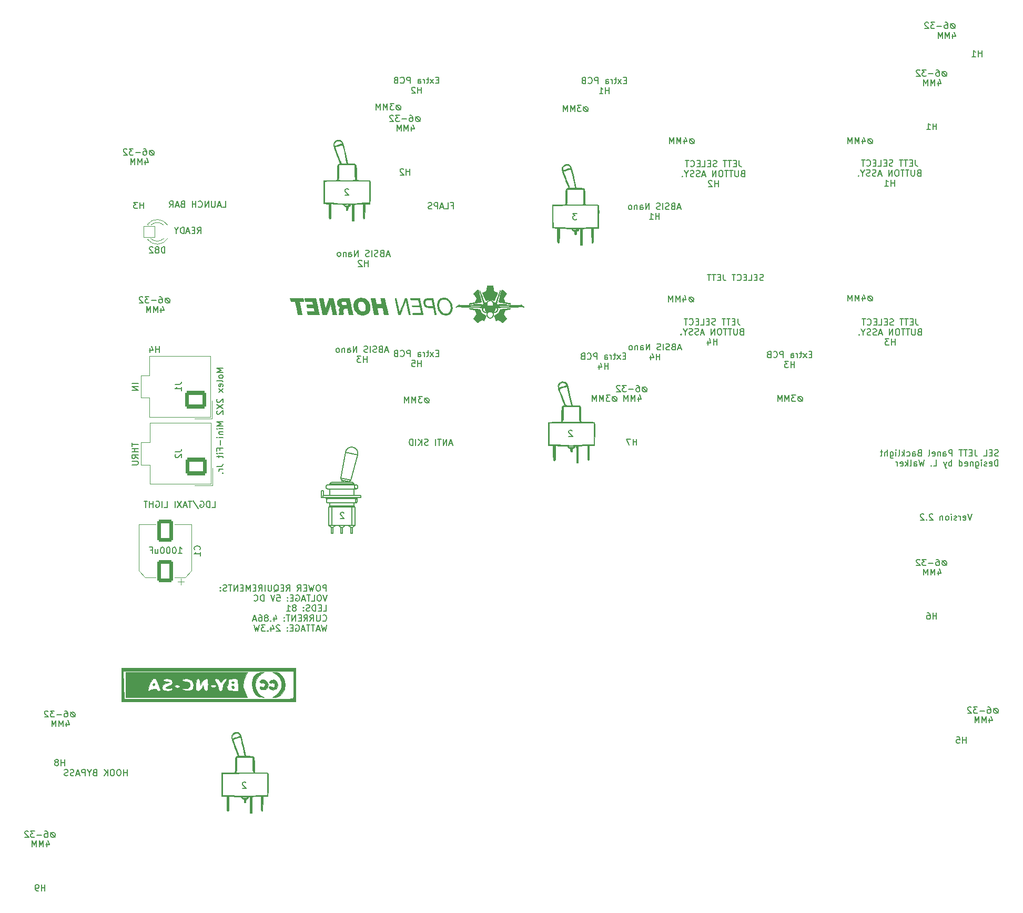
<source format=gbr>
%TF.GenerationSoftware,KiCad,Pcbnew,(6.0.9)*%
%TF.CreationDate,2023-01-06T21:37:08-09:00*%
%TF.ProjectId,SELECT JETT PANEL,53454c45-4354-4204-9a45-54542050414e,rev?*%
%TF.SameCoordinates,Original*%
%TF.FileFunction,Legend,Bot*%
%TF.FilePolarity,Positive*%
%FSLAX46Y46*%
G04 Gerber Fmt 4.6, Leading zero omitted, Abs format (unit mm)*
G04 Created by KiCad (PCBNEW (6.0.9)) date 2023-01-06 21:37:08*
%MOMM*%
%LPD*%
G01*
G04 APERTURE LIST*
G04 Aperture macros list*
%AMRoundRect*
0 Rectangle with rounded corners*
0 $1 Rounding radius*
0 $2 $3 $4 $5 $6 $7 $8 $9 X,Y pos of 4 corners*
0 Add a 4 corners polygon primitive as box body*
4,1,4,$2,$3,$4,$5,$6,$7,$8,$9,$2,$3,0*
0 Add four circle primitives for the rounded corners*
1,1,$1+$1,$2,$3*
1,1,$1+$1,$4,$5*
1,1,$1+$1,$6,$7*
1,1,$1+$1,$8,$9*
0 Add four rect primitives between the rounded corners*
20,1,$1+$1,$2,$3,$4,$5,0*
20,1,$1+$1,$4,$5,$6,$7,0*
20,1,$1+$1,$6,$7,$8,$9,0*
20,1,$1+$1,$8,$9,$2,$3,0*%
G04 Aperture macros list end*
%ADD10C,0.150000*%
%ADD11C,0.010000*%
%ADD12C,0.200000*%
%ADD13C,0.120000*%
%ADD14C,4.400000*%
%ADD15C,12.800000*%
%ADD16C,3.672000*%
%ADD17RoundRect,0.300000X1.000000X-1.500000X1.000000X1.500000X-1.000000X1.500000X-1.000000X-1.500000X0*%
%ADD18RoundRect,0.050000X-0.900000X-0.900000X0.900000X-0.900000X0.900000X0.900000X-0.900000X0.900000X0*%
%ADD19C,1.900000*%
%ADD20RoundRect,0.300001X1.399999X-1.099999X1.399999X1.099999X-1.399999X1.099999X-1.399999X-1.099999X0*%
%ADD21O,3.400000X2.800000*%
G04 APERTURE END LIST*
D10*
X174550476Y-76721666D02*
X174074285Y-76721666D01*
X174645714Y-77007380D02*
X174312380Y-76007380D01*
X173979047Y-77007380D01*
X173312380Y-76483571D02*
X173169523Y-76531190D01*
X173121904Y-76578809D01*
X173074285Y-76674047D01*
X173074285Y-76816904D01*
X173121904Y-76912142D01*
X173169523Y-76959761D01*
X173264761Y-77007380D01*
X173645714Y-77007380D01*
X173645714Y-76007380D01*
X173312380Y-76007380D01*
X173217142Y-76055000D01*
X173169523Y-76102619D01*
X173121904Y-76197857D01*
X173121904Y-76293095D01*
X173169523Y-76388333D01*
X173217142Y-76435952D01*
X173312380Y-76483571D01*
X173645714Y-76483571D01*
X172693333Y-76959761D02*
X172550476Y-77007380D01*
X172312380Y-77007380D01*
X172217142Y-76959761D01*
X172169523Y-76912142D01*
X172121904Y-76816904D01*
X172121904Y-76721666D01*
X172169523Y-76626428D01*
X172217142Y-76578809D01*
X172312380Y-76531190D01*
X172502857Y-76483571D01*
X172598095Y-76435952D01*
X172645714Y-76388333D01*
X172693333Y-76293095D01*
X172693333Y-76197857D01*
X172645714Y-76102619D01*
X172598095Y-76055000D01*
X172502857Y-76007380D01*
X172264761Y-76007380D01*
X172121904Y-76055000D01*
X171693333Y-77007380D02*
X171693333Y-76007380D01*
X171264761Y-76959761D02*
X171121904Y-77007380D01*
X170883809Y-77007380D01*
X170788571Y-76959761D01*
X170740952Y-76912142D01*
X170693333Y-76816904D01*
X170693333Y-76721666D01*
X170740952Y-76626428D01*
X170788571Y-76578809D01*
X170883809Y-76531190D01*
X171074285Y-76483571D01*
X171169523Y-76435952D01*
X171217142Y-76388333D01*
X171264761Y-76293095D01*
X171264761Y-76197857D01*
X171217142Y-76102619D01*
X171169523Y-76055000D01*
X171074285Y-76007380D01*
X170836190Y-76007380D01*
X170693333Y-76055000D01*
X169502857Y-77007380D02*
X169502857Y-76007380D01*
X168931428Y-77007380D01*
X168931428Y-76007380D01*
X168026666Y-77007380D02*
X168026666Y-76483571D01*
X168074285Y-76388333D01*
X168169523Y-76340714D01*
X168360000Y-76340714D01*
X168455238Y-76388333D01*
X168026666Y-76959761D02*
X168121904Y-77007380D01*
X168360000Y-77007380D01*
X168455238Y-76959761D01*
X168502857Y-76864523D01*
X168502857Y-76769285D01*
X168455238Y-76674047D01*
X168360000Y-76626428D01*
X168121904Y-76626428D01*
X168026666Y-76578809D01*
X167550476Y-76340714D02*
X167550476Y-77007380D01*
X167550476Y-76435952D02*
X167502857Y-76388333D01*
X167407619Y-76340714D01*
X167264761Y-76340714D01*
X167169523Y-76388333D01*
X167121904Y-76483571D01*
X167121904Y-77007380D01*
X166502857Y-77007380D02*
X166598095Y-76959761D01*
X166645714Y-76912142D01*
X166693333Y-76816904D01*
X166693333Y-76531190D01*
X166645714Y-76435952D01*
X166598095Y-76388333D01*
X166502857Y-76340714D01*
X166360000Y-76340714D01*
X166264761Y-76388333D01*
X166217142Y-76435952D01*
X166169523Y-76531190D01*
X166169523Y-76816904D01*
X166217142Y-76912142D01*
X166264761Y-76959761D01*
X166360000Y-77007380D01*
X166502857Y-77007380D01*
X171121904Y-78617380D02*
X171121904Y-77617380D01*
X171121904Y-78093571D02*
X170550476Y-78093571D01*
X170550476Y-78617380D02*
X170550476Y-77617380D01*
X169645714Y-77950714D02*
X169645714Y-78617380D01*
X169883809Y-77569761D02*
X170121904Y-78284047D01*
X169502857Y-78284047D01*
X104485714Y-146697619D02*
X104438095Y-146650000D01*
X104342857Y-146602380D01*
X104104761Y-146602380D01*
X104009523Y-146650000D01*
X103961904Y-146697619D01*
X103914285Y-146792857D01*
X103914285Y-146888095D01*
X103961904Y-147030952D01*
X104533333Y-147602380D01*
X103914285Y-147602380D01*
X205117485Y-43022876D02*
X204927009Y-43022876D01*
X204736533Y-43118114D01*
X204641295Y-43308590D01*
X204641295Y-43499066D01*
X204736533Y-43689542D01*
X204927009Y-43784780D01*
X205117485Y-43784780D01*
X205307961Y-43689542D01*
X205403200Y-43499066D01*
X205403200Y-43308590D01*
X205307961Y-43118114D01*
X205117485Y-43022876D01*
X204641295Y-43022876D02*
X205403200Y-43784780D01*
X203736533Y-43118114D02*
X203736533Y-43784780D01*
X203974628Y-42737161D02*
X204212723Y-43451447D01*
X203593676Y-43451447D01*
X203212723Y-43784780D02*
X203212723Y-42784780D01*
X202879390Y-43499066D01*
X202546057Y-42784780D01*
X202546057Y-43784780D01*
X202069866Y-43784780D02*
X202069866Y-42784780D01*
X201736533Y-43499066D01*
X201403200Y-42784780D01*
X201403200Y-43784780D01*
X96700000Y-58252380D02*
X97033333Y-57776190D01*
X97271428Y-58252380D02*
X97271428Y-57252380D01*
X96890476Y-57252380D01*
X96795238Y-57300000D01*
X96747619Y-57347619D01*
X96700000Y-57442857D01*
X96700000Y-57585714D01*
X96747619Y-57680952D01*
X96795238Y-57728571D01*
X96890476Y-57776190D01*
X97271428Y-57776190D01*
X96271428Y-57728571D02*
X95938095Y-57728571D01*
X95795238Y-58252380D02*
X96271428Y-58252380D01*
X96271428Y-57252380D01*
X95795238Y-57252380D01*
X95414285Y-57966666D02*
X94938095Y-57966666D01*
X95509523Y-58252380D02*
X95176190Y-57252380D01*
X94842857Y-58252380D01*
X94509523Y-58252380D02*
X94509523Y-57252380D01*
X94271428Y-57252380D01*
X94128571Y-57300000D01*
X94033333Y-57395238D01*
X93985714Y-57490476D01*
X93938095Y-57680952D01*
X93938095Y-57823809D01*
X93985714Y-58014285D01*
X94033333Y-58109523D01*
X94128571Y-58204761D01*
X94271428Y-58252380D01*
X94509523Y-58252380D01*
X93319047Y-57776190D02*
X93319047Y-58252380D01*
X93652380Y-57252380D02*
X93319047Y-57776190D01*
X92985714Y-57252380D01*
X100802380Y-79947619D02*
X99802380Y-79947619D01*
X100516666Y-80280952D01*
X99802380Y-80614285D01*
X100802380Y-80614285D01*
X100802380Y-81233333D02*
X100754761Y-81138095D01*
X100707142Y-81090476D01*
X100611904Y-81042857D01*
X100326190Y-81042857D01*
X100230952Y-81090476D01*
X100183333Y-81138095D01*
X100135714Y-81233333D01*
X100135714Y-81376190D01*
X100183333Y-81471428D01*
X100230952Y-81519047D01*
X100326190Y-81566666D01*
X100611904Y-81566666D01*
X100707142Y-81519047D01*
X100754761Y-81471428D01*
X100802380Y-81376190D01*
X100802380Y-81233333D01*
X100802380Y-82138095D02*
X100754761Y-82042857D01*
X100659523Y-81995238D01*
X99802380Y-81995238D01*
X100754761Y-82900000D02*
X100802380Y-82804761D01*
X100802380Y-82614285D01*
X100754761Y-82519047D01*
X100659523Y-82471428D01*
X100278571Y-82471428D01*
X100183333Y-82519047D01*
X100135714Y-82614285D01*
X100135714Y-82804761D01*
X100183333Y-82900000D01*
X100278571Y-82947619D01*
X100373809Y-82947619D01*
X100469047Y-82471428D01*
X100802380Y-83280952D02*
X100135714Y-83804761D01*
X100135714Y-83280952D02*
X100802380Y-83804761D01*
X99897619Y-84900000D02*
X99850000Y-84947619D01*
X99802380Y-85042857D01*
X99802380Y-85280952D01*
X99850000Y-85376190D01*
X99897619Y-85423809D01*
X99992857Y-85471428D01*
X100088095Y-85471428D01*
X100230952Y-85423809D01*
X100802380Y-84852380D01*
X100802380Y-85471428D01*
X99802380Y-85804761D02*
X100802380Y-86471428D01*
X99802380Y-86471428D02*
X100802380Y-85804761D01*
X99897619Y-86804761D02*
X99850000Y-86852380D01*
X99802380Y-86947619D01*
X99802380Y-87185714D01*
X99850000Y-87280952D01*
X99897619Y-87328571D01*
X99992857Y-87376190D01*
X100088095Y-87376190D01*
X100230952Y-87328571D01*
X100802380Y-86757142D01*
X100802380Y-87376190D01*
X100802380Y-88566666D02*
X99802380Y-88566666D01*
X100516666Y-88900000D01*
X99802380Y-89233333D01*
X100802380Y-89233333D01*
X100802380Y-89709523D02*
X100135714Y-89709523D01*
X99802380Y-89709523D02*
X99850000Y-89661904D01*
X99897619Y-89709523D01*
X99850000Y-89757142D01*
X99802380Y-89709523D01*
X99897619Y-89709523D01*
X100135714Y-90185714D02*
X100802380Y-90185714D01*
X100230952Y-90185714D02*
X100183333Y-90233333D01*
X100135714Y-90328571D01*
X100135714Y-90471428D01*
X100183333Y-90566666D01*
X100278571Y-90614285D01*
X100802380Y-90614285D01*
X100802380Y-91090476D02*
X100135714Y-91090476D01*
X99802380Y-91090476D02*
X99850000Y-91042857D01*
X99897619Y-91090476D01*
X99850000Y-91138095D01*
X99802380Y-91090476D01*
X99897619Y-91090476D01*
X100421428Y-91566666D02*
X100421428Y-92328571D01*
X100278571Y-93138095D02*
X100278571Y-92804761D01*
X100802380Y-92804761D02*
X99802380Y-92804761D01*
X99802380Y-93280952D01*
X100802380Y-93661904D02*
X100135714Y-93661904D01*
X99802380Y-93661904D02*
X99850000Y-93614285D01*
X99897619Y-93661904D01*
X99850000Y-93709523D01*
X99802380Y-93661904D01*
X99897619Y-93661904D01*
X100135714Y-93995238D02*
X100135714Y-94376190D01*
X99802380Y-94138095D02*
X100659523Y-94138095D01*
X100754761Y-94185714D01*
X100802380Y-94280952D01*
X100802380Y-94376190D01*
X99802380Y-95757142D02*
X100516666Y-95757142D01*
X100659523Y-95709523D01*
X100754761Y-95614285D01*
X100802380Y-95471428D01*
X100802380Y-95376190D01*
X100802380Y-96233333D02*
X100135714Y-96233333D01*
X100326190Y-96233333D02*
X100230952Y-96280952D01*
X100183333Y-96328571D01*
X100135714Y-96423809D01*
X100135714Y-96519047D01*
X100707142Y-96852380D02*
X100754761Y-96900000D01*
X100802380Y-96852380D01*
X100754761Y-96804761D01*
X100707142Y-96852380D01*
X100802380Y-96852380D01*
X157762533Y-55027580D02*
X157143485Y-55027580D01*
X157476819Y-55408533D01*
X157333961Y-55408533D01*
X157238723Y-55456152D01*
X157191104Y-55503771D01*
X157143485Y-55599009D01*
X157143485Y-55837104D01*
X157191104Y-55932342D01*
X157238723Y-55979961D01*
X157333961Y-56027580D01*
X157619676Y-56027580D01*
X157714914Y-55979961D01*
X157762533Y-55932342D01*
X183900247Y-46508780D02*
X183900247Y-47223066D01*
X183947866Y-47365923D01*
X184043104Y-47461161D01*
X184185961Y-47508780D01*
X184281200Y-47508780D01*
X183424057Y-46984971D02*
X183090723Y-46984971D01*
X182947866Y-47508780D02*
X183424057Y-47508780D01*
X183424057Y-46508780D01*
X182947866Y-46508780D01*
X182662152Y-46508780D02*
X182090723Y-46508780D01*
X182376438Y-47508780D02*
X182376438Y-46508780D01*
X181900247Y-46508780D02*
X181328819Y-46508780D01*
X181614533Y-47508780D02*
X181614533Y-46508780D01*
X180281200Y-47461161D02*
X180138342Y-47508780D01*
X179900247Y-47508780D01*
X179805009Y-47461161D01*
X179757390Y-47413542D01*
X179709771Y-47318304D01*
X179709771Y-47223066D01*
X179757390Y-47127828D01*
X179805009Y-47080209D01*
X179900247Y-47032590D01*
X180090723Y-46984971D01*
X180185961Y-46937352D01*
X180233580Y-46889733D01*
X180281200Y-46794495D01*
X180281200Y-46699257D01*
X180233580Y-46604019D01*
X180185961Y-46556400D01*
X180090723Y-46508780D01*
X179852628Y-46508780D01*
X179709771Y-46556400D01*
X179281200Y-46984971D02*
X178947866Y-46984971D01*
X178805009Y-47508780D02*
X179281200Y-47508780D01*
X179281200Y-46508780D01*
X178805009Y-46508780D01*
X177900247Y-47508780D02*
X178376438Y-47508780D01*
X178376438Y-46508780D01*
X177566914Y-46984971D02*
X177233580Y-46984971D01*
X177090723Y-47508780D02*
X177566914Y-47508780D01*
X177566914Y-46508780D01*
X177090723Y-46508780D01*
X176090723Y-47413542D02*
X176138342Y-47461161D01*
X176281200Y-47508780D01*
X176376438Y-47508780D01*
X176519295Y-47461161D01*
X176614533Y-47365923D01*
X176662152Y-47270685D01*
X176709771Y-47080209D01*
X176709771Y-46937352D01*
X176662152Y-46746876D01*
X176614533Y-46651638D01*
X176519295Y-46556400D01*
X176376438Y-46508780D01*
X176281200Y-46508780D01*
X176138342Y-46556400D01*
X176090723Y-46604019D01*
X175805009Y-46508780D02*
X175233580Y-46508780D01*
X175519295Y-47508780D02*
X175519295Y-46508780D01*
X184471676Y-48594971D02*
X184328819Y-48642590D01*
X184281200Y-48690209D01*
X184233580Y-48785447D01*
X184233580Y-48928304D01*
X184281200Y-49023542D01*
X184328819Y-49071161D01*
X184424057Y-49118780D01*
X184805009Y-49118780D01*
X184805009Y-48118780D01*
X184471676Y-48118780D01*
X184376438Y-48166400D01*
X184328819Y-48214019D01*
X184281200Y-48309257D01*
X184281200Y-48404495D01*
X184328819Y-48499733D01*
X184376438Y-48547352D01*
X184471676Y-48594971D01*
X184805009Y-48594971D01*
X183805009Y-48118780D02*
X183805009Y-48928304D01*
X183757390Y-49023542D01*
X183709771Y-49071161D01*
X183614533Y-49118780D01*
X183424057Y-49118780D01*
X183328819Y-49071161D01*
X183281200Y-49023542D01*
X183233580Y-48928304D01*
X183233580Y-48118780D01*
X182900247Y-48118780D02*
X182328819Y-48118780D01*
X182614533Y-49118780D02*
X182614533Y-48118780D01*
X182138342Y-48118780D02*
X181566914Y-48118780D01*
X181852628Y-49118780D02*
X181852628Y-48118780D01*
X181043104Y-48118780D02*
X180852628Y-48118780D01*
X180757390Y-48166400D01*
X180662152Y-48261638D01*
X180614533Y-48452114D01*
X180614533Y-48785447D01*
X180662152Y-48975923D01*
X180757390Y-49071161D01*
X180852628Y-49118780D01*
X181043104Y-49118780D01*
X181138342Y-49071161D01*
X181233580Y-48975923D01*
X181281200Y-48785447D01*
X181281200Y-48452114D01*
X181233580Y-48261638D01*
X181138342Y-48166400D01*
X181043104Y-48118780D01*
X180185961Y-49118780D02*
X180185961Y-48118780D01*
X179614533Y-49118780D01*
X179614533Y-48118780D01*
X178424057Y-48833066D02*
X177947866Y-48833066D01*
X178519295Y-49118780D02*
X178185961Y-48118780D01*
X177852628Y-49118780D01*
X177566914Y-49071161D02*
X177424057Y-49118780D01*
X177185961Y-49118780D01*
X177090723Y-49071161D01*
X177043104Y-49023542D01*
X176995485Y-48928304D01*
X176995485Y-48833066D01*
X177043104Y-48737828D01*
X177090723Y-48690209D01*
X177185961Y-48642590D01*
X177376438Y-48594971D01*
X177471676Y-48547352D01*
X177519295Y-48499733D01*
X177566914Y-48404495D01*
X177566914Y-48309257D01*
X177519295Y-48214019D01*
X177471676Y-48166400D01*
X177376438Y-48118780D01*
X177138342Y-48118780D01*
X176995485Y-48166400D01*
X176614533Y-49071161D02*
X176471676Y-49118780D01*
X176233580Y-49118780D01*
X176138342Y-49071161D01*
X176090723Y-49023542D01*
X176043104Y-48928304D01*
X176043104Y-48833066D01*
X176090723Y-48737828D01*
X176138342Y-48690209D01*
X176233580Y-48642590D01*
X176424057Y-48594971D01*
X176519295Y-48547352D01*
X176566914Y-48499733D01*
X176614533Y-48404495D01*
X176614533Y-48309257D01*
X176566914Y-48214019D01*
X176519295Y-48166400D01*
X176424057Y-48118780D01*
X176185961Y-48118780D01*
X176043104Y-48166400D01*
X175424057Y-48642590D02*
X175424057Y-49118780D01*
X175757390Y-48118780D02*
X175424057Y-48642590D01*
X175090723Y-48118780D01*
X174757390Y-49023542D02*
X174709771Y-49071161D01*
X174757390Y-49118780D01*
X174805009Y-49071161D01*
X174757390Y-49023542D01*
X174757390Y-49118780D01*
X180543104Y-50728780D02*
X180543104Y-49728780D01*
X180543104Y-50204971D02*
X179971676Y-50204971D01*
X179971676Y-50728780D02*
X179971676Y-49728780D01*
X179543104Y-49824019D02*
X179495485Y-49776400D01*
X179400247Y-49728780D01*
X179162152Y-49728780D01*
X179066914Y-49776400D01*
X179019295Y-49824019D01*
X178971676Y-49919257D01*
X178971676Y-50014495D01*
X179019295Y-50157352D01*
X179590723Y-50728780D01*
X178971676Y-50728780D01*
X205117485Y-68372076D02*
X204927009Y-68372076D01*
X204736533Y-68467314D01*
X204641295Y-68657790D01*
X204641295Y-68848266D01*
X204736533Y-69038742D01*
X204927009Y-69133980D01*
X205117485Y-69133980D01*
X205307961Y-69038742D01*
X205403200Y-68848266D01*
X205403200Y-68657790D01*
X205307961Y-68467314D01*
X205117485Y-68372076D01*
X204641295Y-68372076D02*
X205403200Y-69133980D01*
X203736533Y-68467314D02*
X203736533Y-69133980D01*
X203974628Y-68086361D02*
X204212723Y-68800647D01*
X203593676Y-68800647D01*
X203212723Y-69133980D02*
X203212723Y-68133980D01*
X202879390Y-68848266D01*
X202546057Y-68133980D01*
X202546057Y-69133980D01*
X202069866Y-69133980D02*
X202069866Y-68133980D01*
X201736533Y-68848266D01*
X201403200Y-68133980D01*
X201403200Y-69133980D01*
X176263085Y-68473676D02*
X176072609Y-68473676D01*
X175882133Y-68568914D01*
X175786895Y-68759390D01*
X175786895Y-68949866D01*
X175882133Y-69140342D01*
X176072609Y-69235580D01*
X176263085Y-69235580D01*
X176453561Y-69140342D01*
X176548800Y-68949866D01*
X176548800Y-68759390D01*
X176453561Y-68568914D01*
X176263085Y-68473676D01*
X175786895Y-68473676D02*
X176548800Y-69235580D01*
X174882133Y-68568914D02*
X174882133Y-69235580D01*
X175120228Y-68187961D02*
X175358323Y-68902247D01*
X174739276Y-68902247D01*
X174358323Y-69235580D02*
X174358323Y-68235580D01*
X174024990Y-68949866D01*
X173691657Y-68235580D01*
X173691657Y-69235580D01*
X173215466Y-69235580D02*
X173215466Y-68235580D01*
X172882133Y-68949866D01*
X172548800Y-68235580D01*
X172548800Y-69235580D01*
X165597619Y-78003571D02*
X165264285Y-78003571D01*
X165121428Y-78527380D02*
X165597619Y-78527380D01*
X165597619Y-77527380D01*
X165121428Y-77527380D01*
X164788095Y-78527380D02*
X164264285Y-77860714D01*
X164788095Y-77860714D02*
X164264285Y-78527380D01*
X164026190Y-77860714D02*
X163645238Y-77860714D01*
X163883333Y-77527380D02*
X163883333Y-78384523D01*
X163835714Y-78479761D01*
X163740476Y-78527380D01*
X163645238Y-78527380D01*
X163311904Y-78527380D02*
X163311904Y-77860714D01*
X163311904Y-78051190D02*
X163264285Y-77955952D01*
X163216666Y-77908333D01*
X163121428Y-77860714D01*
X163026190Y-77860714D01*
X162264285Y-78527380D02*
X162264285Y-78003571D01*
X162311904Y-77908333D01*
X162407142Y-77860714D01*
X162597619Y-77860714D01*
X162692857Y-77908333D01*
X162264285Y-78479761D02*
X162359523Y-78527380D01*
X162597619Y-78527380D01*
X162692857Y-78479761D01*
X162740476Y-78384523D01*
X162740476Y-78289285D01*
X162692857Y-78194047D01*
X162597619Y-78146428D01*
X162359523Y-78146428D01*
X162264285Y-78098809D01*
X161026190Y-78527380D02*
X161026190Y-77527380D01*
X160645238Y-77527380D01*
X160550000Y-77575000D01*
X160502380Y-77622619D01*
X160454761Y-77717857D01*
X160454761Y-77860714D01*
X160502380Y-77955952D01*
X160550000Y-78003571D01*
X160645238Y-78051190D01*
X161026190Y-78051190D01*
X159454761Y-78432142D02*
X159502380Y-78479761D01*
X159645238Y-78527380D01*
X159740476Y-78527380D01*
X159883333Y-78479761D01*
X159978571Y-78384523D01*
X160026190Y-78289285D01*
X160073809Y-78098809D01*
X160073809Y-77955952D01*
X160026190Y-77765476D01*
X159978571Y-77670238D01*
X159883333Y-77575000D01*
X159740476Y-77527380D01*
X159645238Y-77527380D01*
X159502380Y-77575000D01*
X159454761Y-77622619D01*
X158692857Y-78003571D02*
X158550000Y-78051190D01*
X158502380Y-78098809D01*
X158454761Y-78194047D01*
X158454761Y-78336904D01*
X158502380Y-78432142D01*
X158550000Y-78479761D01*
X158645238Y-78527380D01*
X159026190Y-78527380D01*
X159026190Y-77527380D01*
X158692857Y-77527380D01*
X158597619Y-77575000D01*
X158550000Y-77622619D01*
X158502380Y-77717857D01*
X158502380Y-77813095D01*
X158550000Y-77908333D01*
X158597619Y-77955952D01*
X158692857Y-78003571D01*
X159026190Y-78003571D01*
X162811904Y-80137380D02*
X162811904Y-79137380D01*
X162811904Y-79613571D02*
X162240476Y-79613571D01*
X162240476Y-80137380D02*
X162240476Y-79137380D01*
X161335714Y-79470714D02*
X161335714Y-80137380D01*
X161573809Y-79089761D02*
X161811904Y-79804047D01*
X161192857Y-79804047D01*
X212246647Y-46407180D02*
X212246647Y-47121466D01*
X212294266Y-47264323D01*
X212389504Y-47359561D01*
X212532361Y-47407180D01*
X212627600Y-47407180D01*
X211770457Y-46883371D02*
X211437123Y-46883371D01*
X211294266Y-47407180D02*
X211770457Y-47407180D01*
X211770457Y-46407180D01*
X211294266Y-46407180D01*
X211008552Y-46407180D02*
X210437123Y-46407180D01*
X210722838Y-47407180D02*
X210722838Y-46407180D01*
X210246647Y-46407180D02*
X209675219Y-46407180D01*
X209960933Y-47407180D02*
X209960933Y-46407180D01*
X208627600Y-47359561D02*
X208484742Y-47407180D01*
X208246647Y-47407180D01*
X208151409Y-47359561D01*
X208103790Y-47311942D01*
X208056171Y-47216704D01*
X208056171Y-47121466D01*
X208103790Y-47026228D01*
X208151409Y-46978609D01*
X208246647Y-46930990D01*
X208437123Y-46883371D01*
X208532361Y-46835752D01*
X208579980Y-46788133D01*
X208627600Y-46692895D01*
X208627600Y-46597657D01*
X208579980Y-46502419D01*
X208532361Y-46454800D01*
X208437123Y-46407180D01*
X208199028Y-46407180D01*
X208056171Y-46454800D01*
X207627600Y-46883371D02*
X207294266Y-46883371D01*
X207151409Y-47407180D02*
X207627600Y-47407180D01*
X207627600Y-46407180D01*
X207151409Y-46407180D01*
X206246647Y-47407180D02*
X206722838Y-47407180D01*
X206722838Y-46407180D01*
X205913314Y-46883371D02*
X205579980Y-46883371D01*
X205437123Y-47407180D02*
X205913314Y-47407180D01*
X205913314Y-46407180D01*
X205437123Y-46407180D01*
X204437123Y-47311942D02*
X204484742Y-47359561D01*
X204627600Y-47407180D01*
X204722838Y-47407180D01*
X204865695Y-47359561D01*
X204960933Y-47264323D01*
X205008552Y-47169085D01*
X205056171Y-46978609D01*
X205056171Y-46835752D01*
X205008552Y-46645276D01*
X204960933Y-46550038D01*
X204865695Y-46454800D01*
X204722838Y-46407180D01*
X204627600Y-46407180D01*
X204484742Y-46454800D01*
X204437123Y-46502419D01*
X204151409Y-46407180D02*
X203579980Y-46407180D01*
X203865695Y-47407180D02*
X203865695Y-46407180D01*
X212818076Y-48493371D02*
X212675219Y-48540990D01*
X212627600Y-48588609D01*
X212579980Y-48683847D01*
X212579980Y-48826704D01*
X212627600Y-48921942D01*
X212675219Y-48969561D01*
X212770457Y-49017180D01*
X213151409Y-49017180D01*
X213151409Y-48017180D01*
X212818076Y-48017180D01*
X212722838Y-48064800D01*
X212675219Y-48112419D01*
X212627600Y-48207657D01*
X212627600Y-48302895D01*
X212675219Y-48398133D01*
X212722838Y-48445752D01*
X212818076Y-48493371D01*
X213151409Y-48493371D01*
X212151409Y-48017180D02*
X212151409Y-48826704D01*
X212103790Y-48921942D01*
X212056171Y-48969561D01*
X211960933Y-49017180D01*
X211770457Y-49017180D01*
X211675219Y-48969561D01*
X211627600Y-48921942D01*
X211579980Y-48826704D01*
X211579980Y-48017180D01*
X211246647Y-48017180D02*
X210675219Y-48017180D01*
X210960933Y-49017180D02*
X210960933Y-48017180D01*
X210484742Y-48017180D02*
X209913314Y-48017180D01*
X210199028Y-49017180D02*
X210199028Y-48017180D01*
X209389504Y-48017180D02*
X209199028Y-48017180D01*
X209103790Y-48064800D01*
X209008552Y-48160038D01*
X208960933Y-48350514D01*
X208960933Y-48683847D01*
X209008552Y-48874323D01*
X209103790Y-48969561D01*
X209199028Y-49017180D01*
X209389504Y-49017180D01*
X209484742Y-48969561D01*
X209579980Y-48874323D01*
X209627600Y-48683847D01*
X209627600Y-48350514D01*
X209579980Y-48160038D01*
X209484742Y-48064800D01*
X209389504Y-48017180D01*
X208532361Y-49017180D02*
X208532361Y-48017180D01*
X207960933Y-49017180D01*
X207960933Y-48017180D01*
X206770457Y-48731466D02*
X206294266Y-48731466D01*
X206865695Y-49017180D02*
X206532361Y-48017180D01*
X206199028Y-49017180D01*
X205913314Y-48969561D02*
X205770457Y-49017180D01*
X205532361Y-49017180D01*
X205437123Y-48969561D01*
X205389504Y-48921942D01*
X205341885Y-48826704D01*
X205341885Y-48731466D01*
X205389504Y-48636228D01*
X205437123Y-48588609D01*
X205532361Y-48540990D01*
X205722838Y-48493371D01*
X205818076Y-48445752D01*
X205865695Y-48398133D01*
X205913314Y-48302895D01*
X205913314Y-48207657D01*
X205865695Y-48112419D01*
X205818076Y-48064800D01*
X205722838Y-48017180D01*
X205484742Y-48017180D01*
X205341885Y-48064800D01*
X204960933Y-48969561D02*
X204818076Y-49017180D01*
X204579980Y-49017180D01*
X204484742Y-48969561D01*
X204437123Y-48921942D01*
X204389504Y-48826704D01*
X204389504Y-48731466D01*
X204437123Y-48636228D01*
X204484742Y-48588609D01*
X204579980Y-48540990D01*
X204770457Y-48493371D01*
X204865695Y-48445752D01*
X204913314Y-48398133D01*
X204960933Y-48302895D01*
X204960933Y-48207657D01*
X204913314Y-48112419D01*
X204865695Y-48064800D01*
X204770457Y-48017180D01*
X204532361Y-48017180D01*
X204389504Y-48064800D01*
X203770457Y-48540990D02*
X203770457Y-49017180D01*
X204103790Y-48017180D02*
X203770457Y-48540990D01*
X203437123Y-48017180D01*
X203103790Y-48921942D02*
X203056171Y-48969561D01*
X203103790Y-49017180D01*
X203151409Y-48969561D01*
X203103790Y-48921942D01*
X203103790Y-49017180D01*
X208889504Y-50627180D02*
X208889504Y-49627180D01*
X208889504Y-50103371D02*
X208318076Y-50103371D01*
X208318076Y-50627180D02*
X208318076Y-49627180D01*
X207318076Y-50627180D02*
X207889504Y-50627180D01*
X207603790Y-50627180D02*
X207603790Y-49627180D01*
X207699028Y-49770038D01*
X207794266Y-49865276D01*
X207889504Y-49912895D01*
X137556666Y-53776571D02*
X137890000Y-53776571D01*
X137890000Y-54300380D02*
X137890000Y-53300380D01*
X137413809Y-53300380D01*
X136556666Y-54300380D02*
X137032857Y-54300380D01*
X137032857Y-53300380D01*
X136270952Y-54014666D02*
X135794761Y-54014666D01*
X136366190Y-54300380D02*
X136032857Y-53300380D01*
X135699523Y-54300380D01*
X135366190Y-54300380D02*
X135366190Y-53300380D01*
X134985238Y-53300380D01*
X134890000Y-53348000D01*
X134842380Y-53395619D01*
X134794761Y-53490857D01*
X134794761Y-53633714D01*
X134842380Y-53728952D01*
X134890000Y-53776571D01*
X134985238Y-53824190D01*
X135366190Y-53824190D01*
X134413809Y-54252761D02*
X134270952Y-54300380D01*
X134032857Y-54300380D01*
X133937619Y-54252761D01*
X133890000Y-54205142D01*
X133842380Y-54109904D01*
X133842380Y-54014666D01*
X133890000Y-53919428D01*
X133937619Y-53871809D01*
X134032857Y-53824190D01*
X134223333Y-53776571D01*
X134318571Y-53728952D01*
X134366190Y-53681333D01*
X134413809Y-53586095D01*
X134413809Y-53490857D01*
X134366190Y-53395619D01*
X134318571Y-53348000D01*
X134223333Y-53300380D01*
X133985238Y-53300380D01*
X133842380Y-53348000D01*
X221340476Y-103402380D02*
X221007142Y-104402380D01*
X220673809Y-103402380D01*
X219959523Y-104354761D02*
X220054761Y-104402380D01*
X220245238Y-104402380D01*
X220340476Y-104354761D01*
X220388095Y-104259523D01*
X220388095Y-103878571D01*
X220340476Y-103783333D01*
X220245238Y-103735714D01*
X220054761Y-103735714D01*
X219959523Y-103783333D01*
X219911904Y-103878571D01*
X219911904Y-103973809D01*
X220388095Y-104069047D01*
X219483333Y-104402380D02*
X219483333Y-103735714D01*
X219483333Y-103926190D02*
X219435714Y-103830952D01*
X219388095Y-103783333D01*
X219292857Y-103735714D01*
X219197619Y-103735714D01*
X218911904Y-104354761D02*
X218816666Y-104402380D01*
X218626190Y-104402380D01*
X218530952Y-104354761D01*
X218483333Y-104259523D01*
X218483333Y-104211904D01*
X218530952Y-104116666D01*
X218626190Y-104069047D01*
X218769047Y-104069047D01*
X218864285Y-104021428D01*
X218911904Y-103926190D01*
X218911904Y-103878571D01*
X218864285Y-103783333D01*
X218769047Y-103735714D01*
X218626190Y-103735714D01*
X218530952Y-103783333D01*
X218054761Y-104402380D02*
X218054761Y-103735714D01*
X218054761Y-103402380D02*
X218102380Y-103450000D01*
X218054761Y-103497619D01*
X218007142Y-103450000D01*
X218054761Y-103402380D01*
X218054761Y-103497619D01*
X217435714Y-104402380D02*
X217530952Y-104354761D01*
X217578571Y-104307142D01*
X217626190Y-104211904D01*
X217626190Y-103926190D01*
X217578571Y-103830952D01*
X217530952Y-103783333D01*
X217435714Y-103735714D01*
X217292857Y-103735714D01*
X217197619Y-103783333D01*
X217150000Y-103830952D01*
X217102380Y-103926190D01*
X217102380Y-104211904D01*
X217150000Y-104307142D01*
X217197619Y-104354761D01*
X217292857Y-104402380D01*
X217435714Y-104402380D01*
X216673809Y-103735714D02*
X216673809Y-104402380D01*
X216673809Y-103830952D02*
X216626190Y-103783333D01*
X216530952Y-103735714D01*
X216388095Y-103735714D01*
X216292857Y-103783333D01*
X216245238Y-103878571D01*
X216245238Y-104402380D01*
X215054761Y-103497619D02*
X215007142Y-103450000D01*
X214911904Y-103402380D01*
X214673809Y-103402380D01*
X214578571Y-103450000D01*
X214530952Y-103497619D01*
X214483333Y-103592857D01*
X214483333Y-103688095D01*
X214530952Y-103830952D01*
X215102380Y-104402380D01*
X214483333Y-104402380D01*
X214054761Y-104307142D02*
X214007142Y-104354761D01*
X214054761Y-104402380D01*
X214102380Y-104354761D01*
X214054761Y-104307142D01*
X214054761Y-104402380D01*
X213626190Y-103497619D02*
X213578571Y-103450000D01*
X213483333Y-103402380D01*
X213245238Y-103402380D01*
X213150000Y-103450000D01*
X213102380Y-103497619D01*
X213054761Y-103592857D01*
X213054761Y-103688095D01*
X213102380Y-103830952D01*
X213673809Y-104402380D01*
X213054761Y-104402380D01*
X99026666Y-102342380D02*
X99502857Y-102342380D01*
X99502857Y-101342380D01*
X98693333Y-102342380D02*
X98693333Y-101342380D01*
X98455238Y-101342380D01*
X98312380Y-101390000D01*
X98217142Y-101485238D01*
X98169523Y-101580476D01*
X98121904Y-101770952D01*
X98121904Y-101913809D01*
X98169523Y-102104285D01*
X98217142Y-102199523D01*
X98312380Y-102294761D01*
X98455238Y-102342380D01*
X98693333Y-102342380D01*
X97169523Y-101390000D02*
X97264761Y-101342380D01*
X97407619Y-101342380D01*
X97550476Y-101390000D01*
X97645714Y-101485238D01*
X97693333Y-101580476D01*
X97740952Y-101770952D01*
X97740952Y-101913809D01*
X97693333Y-102104285D01*
X97645714Y-102199523D01*
X97550476Y-102294761D01*
X97407619Y-102342380D01*
X97312380Y-102342380D01*
X97169523Y-102294761D01*
X97121904Y-102247142D01*
X97121904Y-101913809D01*
X97312380Y-101913809D01*
X95979047Y-101294761D02*
X96836190Y-102580476D01*
X95788571Y-101342380D02*
X95217142Y-101342380D01*
X95502857Y-102342380D02*
X95502857Y-101342380D01*
X94931428Y-102056666D02*
X94455238Y-102056666D01*
X95026666Y-102342380D02*
X94693333Y-101342380D01*
X94360000Y-102342380D01*
X94121904Y-101342380D02*
X93455238Y-102342380D01*
X93455238Y-101342380D02*
X94121904Y-102342380D01*
X93074285Y-102342380D02*
X93074285Y-101342380D01*
X91360000Y-102342380D02*
X91836190Y-102342380D01*
X91836190Y-101342380D01*
X91026666Y-102342380D02*
X91026666Y-101342380D01*
X90026666Y-101390000D02*
X90121904Y-101342380D01*
X90264761Y-101342380D01*
X90407619Y-101390000D01*
X90502857Y-101485238D01*
X90550476Y-101580476D01*
X90598095Y-101770952D01*
X90598095Y-101913809D01*
X90550476Y-102104285D01*
X90502857Y-102199523D01*
X90407619Y-102294761D01*
X90264761Y-102342380D01*
X90169523Y-102342380D01*
X90026666Y-102294761D01*
X89979047Y-102247142D01*
X89979047Y-101913809D01*
X90169523Y-101913809D01*
X89550476Y-102342380D02*
X89550476Y-101342380D01*
X89550476Y-101818571D02*
X88979047Y-101818571D01*
X88979047Y-102342380D02*
X88979047Y-101342380D01*
X88645714Y-101342380D02*
X88074285Y-101342380D01*
X88360000Y-102342380D02*
X88360000Y-101342380D01*
X176415485Y-43022876D02*
X176225009Y-43022876D01*
X176034533Y-43118114D01*
X175939295Y-43308590D01*
X175939295Y-43499066D01*
X176034533Y-43689542D01*
X176225009Y-43784780D01*
X176415485Y-43784780D01*
X176605961Y-43689542D01*
X176701200Y-43499066D01*
X176701200Y-43308590D01*
X176605961Y-43118114D01*
X176415485Y-43022876D01*
X175939295Y-43022876D02*
X176701200Y-43784780D01*
X175034533Y-43118114D02*
X175034533Y-43784780D01*
X175272628Y-42737161D02*
X175510723Y-43451447D01*
X174891676Y-43451447D01*
X174510723Y-43784780D02*
X174510723Y-42784780D01*
X174177390Y-43499066D01*
X173844057Y-42784780D01*
X173844057Y-43784780D01*
X173367866Y-43784780D02*
X173367866Y-42784780D01*
X173034533Y-43499066D01*
X172701200Y-42784780D01*
X172701200Y-43784780D01*
X127400476Y-77101666D02*
X126924285Y-77101666D01*
X127495714Y-77387380D02*
X127162380Y-76387380D01*
X126829047Y-77387380D01*
X126162380Y-76863571D02*
X126019523Y-76911190D01*
X125971904Y-76958809D01*
X125924285Y-77054047D01*
X125924285Y-77196904D01*
X125971904Y-77292142D01*
X126019523Y-77339761D01*
X126114761Y-77387380D01*
X126495714Y-77387380D01*
X126495714Y-76387380D01*
X126162380Y-76387380D01*
X126067142Y-76435000D01*
X126019523Y-76482619D01*
X125971904Y-76577857D01*
X125971904Y-76673095D01*
X126019523Y-76768333D01*
X126067142Y-76815952D01*
X126162380Y-76863571D01*
X126495714Y-76863571D01*
X125543333Y-77339761D02*
X125400476Y-77387380D01*
X125162380Y-77387380D01*
X125067142Y-77339761D01*
X125019523Y-77292142D01*
X124971904Y-77196904D01*
X124971904Y-77101666D01*
X125019523Y-77006428D01*
X125067142Y-76958809D01*
X125162380Y-76911190D01*
X125352857Y-76863571D01*
X125448095Y-76815952D01*
X125495714Y-76768333D01*
X125543333Y-76673095D01*
X125543333Y-76577857D01*
X125495714Y-76482619D01*
X125448095Y-76435000D01*
X125352857Y-76387380D01*
X125114761Y-76387380D01*
X124971904Y-76435000D01*
X124543333Y-77387380D02*
X124543333Y-76387380D01*
X124114761Y-77339761D02*
X123971904Y-77387380D01*
X123733809Y-77387380D01*
X123638571Y-77339761D01*
X123590952Y-77292142D01*
X123543333Y-77196904D01*
X123543333Y-77101666D01*
X123590952Y-77006428D01*
X123638571Y-76958809D01*
X123733809Y-76911190D01*
X123924285Y-76863571D01*
X124019523Y-76815952D01*
X124067142Y-76768333D01*
X124114761Y-76673095D01*
X124114761Y-76577857D01*
X124067142Y-76482619D01*
X124019523Y-76435000D01*
X123924285Y-76387380D01*
X123686190Y-76387380D01*
X123543333Y-76435000D01*
X122352857Y-77387380D02*
X122352857Y-76387380D01*
X121781428Y-77387380D01*
X121781428Y-76387380D01*
X120876666Y-77387380D02*
X120876666Y-76863571D01*
X120924285Y-76768333D01*
X121019523Y-76720714D01*
X121210000Y-76720714D01*
X121305238Y-76768333D01*
X120876666Y-77339761D02*
X120971904Y-77387380D01*
X121210000Y-77387380D01*
X121305238Y-77339761D01*
X121352857Y-77244523D01*
X121352857Y-77149285D01*
X121305238Y-77054047D01*
X121210000Y-77006428D01*
X120971904Y-77006428D01*
X120876666Y-76958809D01*
X120400476Y-76720714D02*
X120400476Y-77387380D01*
X120400476Y-76815952D02*
X120352857Y-76768333D01*
X120257619Y-76720714D01*
X120114761Y-76720714D01*
X120019523Y-76768333D01*
X119971904Y-76863571D01*
X119971904Y-77387380D01*
X119352857Y-77387380D02*
X119448095Y-77339761D01*
X119495714Y-77292142D01*
X119543333Y-77196904D01*
X119543333Y-76911190D01*
X119495714Y-76815952D01*
X119448095Y-76768333D01*
X119352857Y-76720714D01*
X119210000Y-76720714D01*
X119114761Y-76768333D01*
X119067142Y-76815952D01*
X119019523Y-76911190D01*
X119019523Y-77196904D01*
X119067142Y-77292142D01*
X119114761Y-77339761D01*
X119210000Y-77387380D01*
X119352857Y-77387380D01*
X123971904Y-78997380D02*
X123971904Y-77997380D01*
X123971904Y-78473571D02*
X123400476Y-78473571D01*
X123400476Y-78997380D02*
X123400476Y-77997380D01*
X123019523Y-77997380D02*
X122400476Y-77997380D01*
X122733809Y-78378333D01*
X122590952Y-78378333D01*
X122495714Y-78425952D01*
X122448095Y-78473571D01*
X122400476Y-78568809D01*
X122400476Y-78806904D01*
X122448095Y-78902142D01*
X122495714Y-78949761D01*
X122590952Y-78997380D01*
X122876666Y-78997380D01*
X122971904Y-78949761D01*
X123019523Y-78902142D01*
X163969485Y-84526476D02*
X163779009Y-84526476D01*
X163588533Y-84621714D01*
X163493295Y-84812190D01*
X163493295Y-85002666D01*
X163588533Y-85193142D01*
X163779009Y-85288380D01*
X163969485Y-85288380D01*
X164159961Y-85193142D01*
X164255200Y-85002666D01*
X164255200Y-84812190D01*
X164159961Y-84621714D01*
X163969485Y-84526476D01*
X163493295Y-84526476D02*
X164255200Y-85288380D01*
X163112342Y-84288380D02*
X162493295Y-84288380D01*
X162826628Y-84669333D01*
X162683771Y-84669333D01*
X162588533Y-84716952D01*
X162540914Y-84764571D01*
X162493295Y-84859809D01*
X162493295Y-85097904D01*
X162540914Y-85193142D01*
X162588533Y-85240761D01*
X162683771Y-85288380D01*
X162969485Y-85288380D01*
X163064723Y-85240761D01*
X163112342Y-85193142D01*
X162064723Y-85288380D02*
X162064723Y-84288380D01*
X161731390Y-85002666D01*
X161398057Y-84288380D01*
X161398057Y-85288380D01*
X160921866Y-85288380D02*
X160921866Y-84288380D01*
X160588533Y-85002666D01*
X160255200Y-84288380D01*
X160255200Y-85288380D01*
X129171485Y-37587276D02*
X128981009Y-37587276D01*
X128790533Y-37682514D01*
X128695295Y-37872990D01*
X128695295Y-38063466D01*
X128790533Y-38253942D01*
X128981009Y-38349180D01*
X129171485Y-38349180D01*
X129361961Y-38253942D01*
X129457200Y-38063466D01*
X129457200Y-37872990D01*
X129361961Y-37682514D01*
X129171485Y-37587276D01*
X128695295Y-37587276D02*
X129457200Y-38349180D01*
X128314342Y-37349180D02*
X127695295Y-37349180D01*
X128028628Y-37730133D01*
X127885771Y-37730133D01*
X127790533Y-37777752D01*
X127742914Y-37825371D01*
X127695295Y-37920609D01*
X127695295Y-38158704D01*
X127742914Y-38253942D01*
X127790533Y-38301561D01*
X127885771Y-38349180D01*
X128171485Y-38349180D01*
X128266723Y-38301561D01*
X128314342Y-38253942D01*
X127266723Y-38349180D02*
X127266723Y-37349180D01*
X126933390Y-38063466D01*
X126600057Y-37349180D01*
X126600057Y-38349180D01*
X126123866Y-38349180D02*
X126123866Y-37349180D01*
X125790533Y-38063466D01*
X125457200Y-37349180D01*
X125457200Y-38349180D01*
X87152380Y-82426190D02*
X86152380Y-82426190D01*
X87152380Y-82902380D02*
X86152380Y-82902380D01*
X87152380Y-83473809D01*
X86152380Y-83473809D01*
X135526019Y-77558771D02*
X135192685Y-77558771D01*
X135049828Y-78082580D02*
X135526019Y-78082580D01*
X135526019Y-77082580D01*
X135049828Y-77082580D01*
X134716495Y-78082580D02*
X134192685Y-77415914D01*
X134716495Y-77415914D02*
X134192685Y-78082580D01*
X133954590Y-77415914D02*
X133573638Y-77415914D01*
X133811733Y-77082580D02*
X133811733Y-77939723D01*
X133764114Y-78034961D01*
X133668876Y-78082580D01*
X133573638Y-78082580D01*
X133240304Y-78082580D02*
X133240304Y-77415914D01*
X133240304Y-77606390D02*
X133192685Y-77511152D01*
X133145066Y-77463533D01*
X133049828Y-77415914D01*
X132954590Y-77415914D01*
X132192685Y-78082580D02*
X132192685Y-77558771D01*
X132240304Y-77463533D01*
X132335542Y-77415914D01*
X132526019Y-77415914D01*
X132621257Y-77463533D01*
X132192685Y-78034961D02*
X132287923Y-78082580D01*
X132526019Y-78082580D01*
X132621257Y-78034961D01*
X132668876Y-77939723D01*
X132668876Y-77844485D01*
X132621257Y-77749247D01*
X132526019Y-77701628D01*
X132287923Y-77701628D01*
X132192685Y-77654009D01*
X130954590Y-78082580D02*
X130954590Y-77082580D01*
X130573638Y-77082580D01*
X130478400Y-77130200D01*
X130430780Y-77177819D01*
X130383161Y-77273057D01*
X130383161Y-77415914D01*
X130430780Y-77511152D01*
X130478400Y-77558771D01*
X130573638Y-77606390D01*
X130954590Y-77606390D01*
X129383161Y-77987342D02*
X129430780Y-78034961D01*
X129573638Y-78082580D01*
X129668876Y-78082580D01*
X129811733Y-78034961D01*
X129906971Y-77939723D01*
X129954590Y-77844485D01*
X130002209Y-77654009D01*
X130002209Y-77511152D01*
X129954590Y-77320676D01*
X129906971Y-77225438D01*
X129811733Y-77130200D01*
X129668876Y-77082580D01*
X129573638Y-77082580D01*
X129430780Y-77130200D01*
X129383161Y-77177819D01*
X128621257Y-77558771D02*
X128478400Y-77606390D01*
X128430780Y-77654009D01*
X128383161Y-77749247D01*
X128383161Y-77892104D01*
X128430780Y-77987342D01*
X128478400Y-78034961D01*
X128573638Y-78082580D01*
X128954590Y-78082580D01*
X128954590Y-77082580D01*
X128621257Y-77082580D01*
X128526019Y-77130200D01*
X128478400Y-77177819D01*
X128430780Y-77273057D01*
X128430780Y-77368295D01*
X128478400Y-77463533D01*
X128526019Y-77511152D01*
X128621257Y-77558771D01*
X128954590Y-77558771D01*
X132740304Y-79692580D02*
X132740304Y-78692580D01*
X132740304Y-79168771D02*
X132168876Y-79168771D01*
X132168876Y-79692580D02*
X132168876Y-78692580D01*
X131216495Y-78692580D02*
X131692685Y-78692580D01*
X131740304Y-79168771D01*
X131692685Y-79121152D01*
X131597447Y-79073533D01*
X131359352Y-79073533D01*
X131264114Y-79121152D01*
X131216495Y-79168771D01*
X131168876Y-79264009D01*
X131168876Y-79502104D01*
X131216495Y-79597342D01*
X131264114Y-79644961D01*
X131359352Y-79692580D01*
X131597447Y-79692580D01*
X131692685Y-79644961D01*
X131740304Y-79597342D01*
X117434404Y-115842380D02*
X117434404Y-114842380D01*
X117053452Y-114842380D01*
X116958214Y-114890000D01*
X116910595Y-114937619D01*
X116862976Y-115032857D01*
X116862976Y-115175714D01*
X116910595Y-115270952D01*
X116958214Y-115318571D01*
X117053452Y-115366190D01*
X117434404Y-115366190D01*
X116243928Y-114842380D02*
X116053452Y-114842380D01*
X115958214Y-114890000D01*
X115862976Y-114985238D01*
X115815357Y-115175714D01*
X115815357Y-115509047D01*
X115862976Y-115699523D01*
X115958214Y-115794761D01*
X116053452Y-115842380D01*
X116243928Y-115842380D01*
X116339166Y-115794761D01*
X116434404Y-115699523D01*
X116482023Y-115509047D01*
X116482023Y-115175714D01*
X116434404Y-114985238D01*
X116339166Y-114890000D01*
X116243928Y-114842380D01*
X115482023Y-114842380D02*
X115243928Y-115842380D01*
X115053452Y-115128095D01*
X114862976Y-115842380D01*
X114624880Y-114842380D01*
X114243928Y-115318571D02*
X113910595Y-115318571D01*
X113767738Y-115842380D02*
X114243928Y-115842380D01*
X114243928Y-114842380D01*
X113767738Y-114842380D01*
X112767738Y-115842380D02*
X113101071Y-115366190D01*
X113339166Y-115842380D02*
X113339166Y-114842380D01*
X112958214Y-114842380D01*
X112862976Y-114890000D01*
X112815357Y-114937619D01*
X112767738Y-115032857D01*
X112767738Y-115175714D01*
X112815357Y-115270952D01*
X112862976Y-115318571D01*
X112958214Y-115366190D01*
X113339166Y-115366190D01*
X111005833Y-115842380D02*
X111339166Y-115366190D01*
X111577261Y-115842380D02*
X111577261Y-114842380D01*
X111196309Y-114842380D01*
X111101071Y-114890000D01*
X111053452Y-114937619D01*
X111005833Y-115032857D01*
X111005833Y-115175714D01*
X111053452Y-115270952D01*
X111101071Y-115318571D01*
X111196309Y-115366190D01*
X111577261Y-115366190D01*
X110577261Y-115318571D02*
X110243928Y-115318571D01*
X110101071Y-115842380D02*
X110577261Y-115842380D01*
X110577261Y-114842380D01*
X110101071Y-114842380D01*
X109005833Y-115937619D02*
X109101071Y-115890000D01*
X109196309Y-115794761D01*
X109339166Y-115651904D01*
X109434404Y-115604285D01*
X109529642Y-115604285D01*
X109482023Y-115842380D02*
X109577261Y-115794761D01*
X109672500Y-115699523D01*
X109720119Y-115509047D01*
X109720119Y-115175714D01*
X109672500Y-114985238D01*
X109577261Y-114890000D01*
X109482023Y-114842380D01*
X109291547Y-114842380D01*
X109196309Y-114890000D01*
X109101071Y-114985238D01*
X109053452Y-115175714D01*
X109053452Y-115509047D01*
X109101071Y-115699523D01*
X109196309Y-115794761D01*
X109291547Y-115842380D01*
X109482023Y-115842380D01*
X108624880Y-114842380D02*
X108624880Y-115651904D01*
X108577261Y-115747142D01*
X108529642Y-115794761D01*
X108434404Y-115842380D01*
X108243928Y-115842380D01*
X108148690Y-115794761D01*
X108101071Y-115747142D01*
X108053452Y-115651904D01*
X108053452Y-114842380D01*
X107577261Y-115842380D02*
X107577261Y-114842380D01*
X106529642Y-115842380D02*
X106862976Y-115366190D01*
X107101071Y-115842380D02*
X107101071Y-114842380D01*
X106720119Y-114842380D01*
X106624880Y-114890000D01*
X106577261Y-114937619D01*
X106529642Y-115032857D01*
X106529642Y-115175714D01*
X106577261Y-115270952D01*
X106624880Y-115318571D01*
X106720119Y-115366190D01*
X107101071Y-115366190D01*
X106101071Y-115318571D02*
X105767738Y-115318571D01*
X105624880Y-115842380D02*
X106101071Y-115842380D01*
X106101071Y-114842380D01*
X105624880Y-114842380D01*
X105196309Y-115842380D02*
X105196309Y-114842380D01*
X104862976Y-115556666D01*
X104529642Y-114842380D01*
X104529642Y-115842380D01*
X104053452Y-115318571D02*
X103720119Y-115318571D01*
X103577261Y-115842380D02*
X104053452Y-115842380D01*
X104053452Y-114842380D01*
X103577261Y-114842380D01*
X103148690Y-115842380D02*
X103148690Y-114842380D01*
X102577261Y-115842380D01*
X102577261Y-114842380D01*
X102243928Y-114842380D02*
X101672500Y-114842380D01*
X101958214Y-115842380D02*
X101958214Y-114842380D01*
X101386785Y-115794761D02*
X101243928Y-115842380D01*
X101005833Y-115842380D01*
X100910595Y-115794761D01*
X100862976Y-115747142D01*
X100815357Y-115651904D01*
X100815357Y-115556666D01*
X100862976Y-115461428D01*
X100910595Y-115413809D01*
X101005833Y-115366190D01*
X101196309Y-115318571D01*
X101291547Y-115270952D01*
X101339166Y-115223333D01*
X101386785Y-115128095D01*
X101386785Y-115032857D01*
X101339166Y-114937619D01*
X101291547Y-114890000D01*
X101196309Y-114842380D01*
X100958214Y-114842380D01*
X100815357Y-114890000D01*
X100386785Y-115747142D02*
X100339166Y-115794761D01*
X100386785Y-115842380D01*
X100434404Y-115794761D01*
X100386785Y-115747142D01*
X100386785Y-115842380D01*
X100386785Y-115223333D02*
X100339166Y-115270952D01*
X100386785Y-115318571D01*
X100434404Y-115270952D01*
X100386785Y-115223333D01*
X100386785Y-115318571D01*
X117577261Y-116452380D02*
X117243928Y-117452380D01*
X116910595Y-116452380D01*
X116386785Y-116452380D02*
X116196309Y-116452380D01*
X116101071Y-116500000D01*
X116005833Y-116595238D01*
X115958214Y-116785714D01*
X115958214Y-117119047D01*
X116005833Y-117309523D01*
X116101071Y-117404761D01*
X116196309Y-117452380D01*
X116386785Y-117452380D01*
X116482023Y-117404761D01*
X116577261Y-117309523D01*
X116624880Y-117119047D01*
X116624880Y-116785714D01*
X116577261Y-116595238D01*
X116482023Y-116500000D01*
X116386785Y-116452380D01*
X115053452Y-117452380D02*
X115529642Y-117452380D01*
X115529642Y-116452380D01*
X114862976Y-116452380D02*
X114291547Y-116452380D01*
X114577261Y-117452380D02*
X114577261Y-116452380D01*
X114005833Y-117166666D02*
X113529642Y-117166666D01*
X114101071Y-117452380D02*
X113767738Y-116452380D01*
X113434404Y-117452380D01*
X112577261Y-116500000D02*
X112672500Y-116452380D01*
X112815357Y-116452380D01*
X112958214Y-116500000D01*
X113053452Y-116595238D01*
X113101071Y-116690476D01*
X113148690Y-116880952D01*
X113148690Y-117023809D01*
X113101071Y-117214285D01*
X113053452Y-117309523D01*
X112958214Y-117404761D01*
X112815357Y-117452380D01*
X112720119Y-117452380D01*
X112577261Y-117404761D01*
X112529642Y-117357142D01*
X112529642Y-117023809D01*
X112720119Y-117023809D01*
X112101071Y-116928571D02*
X111767738Y-116928571D01*
X111624880Y-117452380D02*
X112101071Y-117452380D01*
X112101071Y-116452380D01*
X111624880Y-116452380D01*
X111196309Y-117357142D02*
X111148690Y-117404761D01*
X111196309Y-117452380D01*
X111243928Y-117404761D01*
X111196309Y-117357142D01*
X111196309Y-117452380D01*
X111196309Y-116833333D02*
X111148690Y-116880952D01*
X111196309Y-116928571D01*
X111243928Y-116880952D01*
X111196309Y-116833333D01*
X111196309Y-116928571D01*
X109482023Y-116452380D02*
X109958214Y-116452380D01*
X110005833Y-116928571D01*
X109958214Y-116880952D01*
X109862976Y-116833333D01*
X109624880Y-116833333D01*
X109529642Y-116880952D01*
X109482023Y-116928571D01*
X109434404Y-117023809D01*
X109434404Y-117261904D01*
X109482023Y-117357142D01*
X109529642Y-117404761D01*
X109624880Y-117452380D01*
X109862976Y-117452380D01*
X109958214Y-117404761D01*
X110005833Y-117357142D01*
X109148690Y-116452380D02*
X108815357Y-117452380D01*
X108482023Y-116452380D01*
X107386785Y-117452380D02*
X107386785Y-116452380D01*
X107148690Y-116452380D01*
X107005833Y-116500000D01*
X106910595Y-116595238D01*
X106862976Y-116690476D01*
X106815357Y-116880952D01*
X106815357Y-117023809D01*
X106862976Y-117214285D01*
X106910595Y-117309523D01*
X107005833Y-117404761D01*
X107148690Y-117452380D01*
X107386785Y-117452380D01*
X105815357Y-117357142D02*
X105862976Y-117404761D01*
X106005833Y-117452380D01*
X106101071Y-117452380D01*
X106243928Y-117404761D01*
X106339166Y-117309523D01*
X106386785Y-117214285D01*
X106434404Y-117023809D01*
X106434404Y-116880952D01*
X106386785Y-116690476D01*
X106339166Y-116595238D01*
X106243928Y-116500000D01*
X106101071Y-116452380D01*
X106005833Y-116452380D01*
X105862976Y-116500000D01*
X105815357Y-116547619D01*
X116958214Y-119062380D02*
X117434404Y-119062380D01*
X117434404Y-118062380D01*
X116624880Y-118538571D02*
X116291547Y-118538571D01*
X116148690Y-119062380D02*
X116624880Y-119062380D01*
X116624880Y-118062380D01*
X116148690Y-118062380D01*
X115720119Y-119062380D02*
X115720119Y-118062380D01*
X115482023Y-118062380D01*
X115339166Y-118110000D01*
X115243928Y-118205238D01*
X115196309Y-118300476D01*
X115148690Y-118490952D01*
X115148690Y-118633809D01*
X115196309Y-118824285D01*
X115243928Y-118919523D01*
X115339166Y-119014761D01*
X115482023Y-119062380D01*
X115720119Y-119062380D01*
X114767738Y-119014761D02*
X114624880Y-119062380D01*
X114386785Y-119062380D01*
X114291547Y-119014761D01*
X114243928Y-118967142D01*
X114196309Y-118871904D01*
X114196309Y-118776666D01*
X114243928Y-118681428D01*
X114291547Y-118633809D01*
X114386785Y-118586190D01*
X114577261Y-118538571D01*
X114672500Y-118490952D01*
X114720119Y-118443333D01*
X114767738Y-118348095D01*
X114767738Y-118252857D01*
X114720119Y-118157619D01*
X114672500Y-118110000D01*
X114577261Y-118062380D01*
X114339166Y-118062380D01*
X114196309Y-118110000D01*
X113767738Y-118967142D02*
X113720119Y-119014761D01*
X113767738Y-119062380D01*
X113815357Y-119014761D01*
X113767738Y-118967142D01*
X113767738Y-119062380D01*
X113767738Y-118443333D02*
X113720119Y-118490952D01*
X113767738Y-118538571D01*
X113815357Y-118490952D01*
X113767738Y-118443333D01*
X113767738Y-118538571D01*
X112386785Y-118490952D02*
X112482023Y-118443333D01*
X112529642Y-118395714D01*
X112577261Y-118300476D01*
X112577261Y-118252857D01*
X112529642Y-118157619D01*
X112482023Y-118110000D01*
X112386785Y-118062380D01*
X112196309Y-118062380D01*
X112101071Y-118110000D01*
X112053452Y-118157619D01*
X112005833Y-118252857D01*
X112005833Y-118300476D01*
X112053452Y-118395714D01*
X112101071Y-118443333D01*
X112196309Y-118490952D01*
X112386785Y-118490952D01*
X112482023Y-118538571D01*
X112529642Y-118586190D01*
X112577261Y-118681428D01*
X112577261Y-118871904D01*
X112529642Y-118967142D01*
X112482023Y-119014761D01*
X112386785Y-119062380D01*
X112196309Y-119062380D01*
X112101071Y-119014761D01*
X112053452Y-118967142D01*
X112005833Y-118871904D01*
X112005833Y-118681428D01*
X112053452Y-118586190D01*
X112101071Y-118538571D01*
X112196309Y-118490952D01*
X111053452Y-119062380D02*
X111624880Y-119062380D01*
X111339166Y-119062380D02*
X111339166Y-118062380D01*
X111434404Y-118205238D01*
X111529642Y-118300476D01*
X111624880Y-118348095D01*
X116862976Y-120577142D02*
X116910595Y-120624761D01*
X117053452Y-120672380D01*
X117148690Y-120672380D01*
X117291547Y-120624761D01*
X117386785Y-120529523D01*
X117434404Y-120434285D01*
X117482023Y-120243809D01*
X117482023Y-120100952D01*
X117434404Y-119910476D01*
X117386785Y-119815238D01*
X117291547Y-119720000D01*
X117148690Y-119672380D01*
X117053452Y-119672380D01*
X116910595Y-119720000D01*
X116862976Y-119767619D01*
X116434404Y-119672380D02*
X116434404Y-120481904D01*
X116386785Y-120577142D01*
X116339166Y-120624761D01*
X116243928Y-120672380D01*
X116053452Y-120672380D01*
X115958214Y-120624761D01*
X115910595Y-120577142D01*
X115862976Y-120481904D01*
X115862976Y-119672380D01*
X114815357Y-120672380D02*
X115148690Y-120196190D01*
X115386785Y-120672380D02*
X115386785Y-119672380D01*
X115005833Y-119672380D01*
X114910595Y-119720000D01*
X114862976Y-119767619D01*
X114815357Y-119862857D01*
X114815357Y-120005714D01*
X114862976Y-120100952D01*
X114910595Y-120148571D01*
X115005833Y-120196190D01*
X115386785Y-120196190D01*
X113815357Y-120672380D02*
X114148690Y-120196190D01*
X114386785Y-120672380D02*
X114386785Y-119672380D01*
X114005833Y-119672380D01*
X113910595Y-119720000D01*
X113862976Y-119767619D01*
X113815357Y-119862857D01*
X113815357Y-120005714D01*
X113862976Y-120100952D01*
X113910595Y-120148571D01*
X114005833Y-120196190D01*
X114386785Y-120196190D01*
X113386785Y-120148571D02*
X113053452Y-120148571D01*
X112910595Y-120672380D02*
X113386785Y-120672380D01*
X113386785Y-119672380D01*
X112910595Y-119672380D01*
X112482023Y-120672380D02*
X112482023Y-119672380D01*
X111910595Y-120672380D01*
X111910595Y-119672380D01*
X111577261Y-119672380D02*
X111005833Y-119672380D01*
X111291547Y-120672380D02*
X111291547Y-119672380D01*
X110672500Y-120577142D02*
X110624880Y-120624761D01*
X110672500Y-120672380D01*
X110720119Y-120624761D01*
X110672500Y-120577142D01*
X110672500Y-120672380D01*
X110672500Y-120053333D02*
X110624880Y-120100952D01*
X110672500Y-120148571D01*
X110720119Y-120100952D01*
X110672500Y-120053333D01*
X110672500Y-120148571D01*
X109005833Y-120005714D02*
X109005833Y-120672380D01*
X109243928Y-119624761D02*
X109482023Y-120339047D01*
X108862976Y-120339047D01*
X108482023Y-120577142D02*
X108434404Y-120624761D01*
X108482023Y-120672380D01*
X108529642Y-120624761D01*
X108482023Y-120577142D01*
X108482023Y-120672380D01*
X107862976Y-120100952D02*
X107958214Y-120053333D01*
X108005833Y-120005714D01*
X108053452Y-119910476D01*
X108053452Y-119862857D01*
X108005833Y-119767619D01*
X107958214Y-119720000D01*
X107862976Y-119672380D01*
X107672500Y-119672380D01*
X107577261Y-119720000D01*
X107529642Y-119767619D01*
X107482023Y-119862857D01*
X107482023Y-119910476D01*
X107529642Y-120005714D01*
X107577261Y-120053333D01*
X107672500Y-120100952D01*
X107862976Y-120100952D01*
X107958214Y-120148571D01*
X108005833Y-120196190D01*
X108053452Y-120291428D01*
X108053452Y-120481904D01*
X108005833Y-120577142D01*
X107958214Y-120624761D01*
X107862976Y-120672380D01*
X107672500Y-120672380D01*
X107577261Y-120624761D01*
X107529642Y-120577142D01*
X107482023Y-120481904D01*
X107482023Y-120291428D01*
X107529642Y-120196190D01*
X107577261Y-120148571D01*
X107672500Y-120100952D01*
X106624880Y-119672380D02*
X106815357Y-119672380D01*
X106910595Y-119720000D01*
X106958214Y-119767619D01*
X107053452Y-119910476D01*
X107101071Y-120100952D01*
X107101071Y-120481904D01*
X107053452Y-120577142D01*
X107005833Y-120624761D01*
X106910595Y-120672380D01*
X106720119Y-120672380D01*
X106624880Y-120624761D01*
X106577261Y-120577142D01*
X106529642Y-120481904D01*
X106529642Y-120243809D01*
X106577261Y-120148571D01*
X106624880Y-120100952D01*
X106720119Y-120053333D01*
X106910595Y-120053333D01*
X107005833Y-120100952D01*
X107053452Y-120148571D01*
X107101071Y-120243809D01*
X106148690Y-120386666D02*
X105672500Y-120386666D01*
X106243928Y-120672380D02*
X105910595Y-119672380D01*
X105577261Y-120672380D01*
X117529642Y-121282380D02*
X117291547Y-122282380D01*
X117101071Y-121568095D01*
X116910595Y-122282380D01*
X116672500Y-121282380D01*
X116339166Y-121996666D02*
X115862976Y-121996666D01*
X116434404Y-122282380D02*
X116101071Y-121282380D01*
X115767738Y-122282380D01*
X115577261Y-121282380D02*
X115005833Y-121282380D01*
X115291547Y-122282380D02*
X115291547Y-121282380D01*
X114815357Y-121282380D02*
X114243928Y-121282380D01*
X114529642Y-122282380D02*
X114529642Y-121282380D01*
X113958214Y-121996666D02*
X113482023Y-121996666D01*
X114053452Y-122282380D02*
X113720119Y-121282380D01*
X113386785Y-122282380D01*
X112529642Y-121330000D02*
X112624880Y-121282380D01*
X112767738Y-121282380D01*
X112910595Y-121330000D01*
X113005833Y-121425238D01*
X113053452Y-121520476D01*
X113101071Y-121710952D01*
X113101071Y-121853809D01*
X113053452Y-122044285D01*
X113005833Y-122139523D01*
X112910595Y-122234761D01*
X112767738Y-122282380D01*
X112672500Y-122282380D01*
X112529642Y-122234761D01*
X112482023Y-122187142D01*
X112482023Y-121853809D01*
X112672500Y-121853809D01*
X112053452Y-121758571D02*
X111720119Y-121758571D01*
X111577261Y-122282380D02*
X112053452Y-122282380D01*
X112053452Y-121282380D01*
X111577261Y-121282380D01*
X111148690Y-122187142D02*
X111101071Y-122234761D01*
X111148690Y-122282380D01*
X111196309Y-122234761D01*
X111148690Y-122187142D01*
X111148690Y-122282380D01*
X111148690Y-121663333D02*
X111101071Y-121710952D01*
X111148690Y-121758571D01*
X111196309Y-121710952D01*
X111148690Y-121663333D01*
X111148690Y-121758571D01*
X109958214Y-121377619D02*
X109910595Y-121330000D01*
X109815357Y-121282380D01*
X109577261Y-121282380D01*
X109482023Y-121330000D01*
X109434404Y-121377619D01*
X109386785Y-121472857D01*
X109386785Y-121568095D01*
X109434404Y-121710952D01*
X110005833Y-122282380D01*
X109386785Y-122282380D01*
X108529642Y-121615714D02*
X108529642Y-122282380D01*
X108767738Y-121234761D02*
X109005833Y-121949047D01*
X108386785Y-121949047D01*
X108005833Y-122187142D02*
X107958214Y-122234761D01*
X108005833Y-122282380D01*
X108053452Y-122234761D01*
X108005833Y-122187142D01*
X108005833Y-122282380D01*
X107624880Y-121282380D02*
X107005833Y-121282380D01*
X107339166Y-121663333D01*
X107196309Y-121663333D01*
X107101071Y-121710952D01*
X107053452Y-121758571D01*
X107005833Y-121853809D01*
X107005833Y-122091904D01*
X107053452Y-122187142D01*
X107101071Y-122234761D01*
X107196309Y-122282380D01*
X107482023Y-122282380D01*
X107577261Y-122234761D01*
X107624880Y-122187142D01*
X106672500Y-121282380D02*
X106434404Y-122282380D01*
X106243928Y-121568095D01*
X106053452Y-122282380D01*
X105815357Y-121282380D01*
X100723200Y-54046380D02*
X101199390Y-54046380D01*
X101199390Y-53046380D01*
X100437485Y-53760666D02*
X99961295Y-53760666D01*
X100532723Y-54046380D02*
X100199390Y-53046380D01*
X99866057Y-54046380D01*
X99532723Y-53046380D02*
X99532723Y-53855904D01*
X99485104Y-53951142D01*
X99437485Y-53998761D01*
X99342247Y-54046380D01*
X99151771Y-54046380D01*
X99056533Y-53998761D01*
X99008914Y-53951142D01*
X98961295Y-53855904D01*
X98961295Y-53046380D01*
X98485104Y-54046380D02*
X98485104Y-53046380D01*
X97913676Y-54046380D01*
X97913676Y-53046380D01*
X96866057Y-53951142D02*
X96913676Y-53998761D01*
X97056533Y-54046380D01*
X97151771Y-54046380D01*
X97294628Y-53998761D01*
X97389866Y-53903523D01*
X97437485Y-53808285D01*
X97485104Y-53617809D01*
X97485104Y-53474952D01*
X97437485Y-53284476D01*
X97389866Y-53189238D01*
X97294628Y-53094000D01*
X97151771Y-53046380D01*
X97056533Y-53046380D01*
X96913676Y-53094000D01*
X96866057Y-53141619D01*
X96437485Y-54046380D02*
X96437485Y-53046380D01*
X96437485Y-53522571D02*
X95866057Y-53522571D01*
X95866057Y-54046380D02*
X95866057Y-53046380D01*
X94294628Y-53522571D02*
X94151771Y-53570190D01*
X94104152Y-53617809D01*
X94056533Y-53713047D01*
X94056533Y-53855904D01*
X94104152Y-53951142D01*
X94151771Y-53998761D01*
X94247009Y-54046380D01*
X94627961Y-54046380D01*
X94627961Y-53046380D01*
X94294628Y-53046380D01*
X94199390Y-53094000D01*
X94151771Y-53141619D01*
X94104152Y-53236857D01*
X94104152Y-53332095D01*
X94151771Y-53427333D01*
X94199390Y-53474952D01*
X94294628Y-53522571D01*
X94627961Y-53522571D01*
X93675580Y-53760666D02*
X93199390Y-53760666D01*
X93770819Y-54046380D02*
X93437485Y-53046380D01*
X93104152Y-54046380D01*
X92199390Y-54046380D02*
X92532723Y-53570190D01*
X92770819Y-54046380D02*
X92770819Y-53046380D01*
X92389866Y-53046380D01*
X92294628Y-53094000D01*
X92247009Y-53141619D01*
X92199390Y-53236857D01*
X92199390Y-53379714D01*
X92247009Y-53474952D01*
X92294628Y-53522571D01*
X92389866Y-53570190D01*
X92770819Y-53570190D01*
X121005714Y-51197619D02*
X120958095Y-51150000D01*
X120862857Y-51102380D01*
X120624761Y-51102380D01*
X120529523Y-51150000D01*
X120481904Y-51197619D01*
X120434285Y-51292857D01*
X120434285Y-51388095D01*
X120481904Y-51530952D01*
X121053333Y-52102380D01*
X120434285Y-52102380D01*
X85373809Y-145552380D02*
X85373809Y-144552380D01*
X85373809Y-145028571D02*
X84802380Y-145028571D01*
X84802380Y-145552380D02*
X84802380Y-144552380D01*
X84135714Y-144552380D02*
X83945238Y-144552380D01*
X83850000Y-144600000D01*
X83754761Y-144695238D01*
X83707142Y-144885714D01*
X83707142Y-145219047D01*
X83754761Y-145409523D01*
X83850000Y-145504761D01*
X83945238Y-145552380D01*
X84135714Y-145552380D01*
X84230952Y-145504761D01*
X84326190Y-145409523D01*
X84373809Y-145219047D01*
X84373809Y-144885714D01*
X84326190Y-144695238D01*
X84230952Y-144600000D01*
X84135714Y-144552380D01*
X83088095Y-144552380D02*
X82897619Y-144552380D01*
X82802380Y-144600000D01*
X82707142Y-144695238D01*
X82659523Y-144885714D01*
X82659523Y-145219047D01*
X82707142Y-145409523D01*
X82802380Y-145504761D01*
X82897619Y-145552380D01*
X83088095Y-145552380D01*
X83183333Y-145504761D01*
X83278571Y-145409523D01*
X83326190Y-145219047D01*
X83326190Y-144885714D01*
X83278571Y-144695238D01*
X83183333Y-144600000D01*
X83088095Y-144552380D01*
X82230952Y-145552380D02*
X82230952Y-144552380D01*
X81659523Y-145552380D02*
X82088095Y-144980952D01*
X81659523Y-144552380D02*
X82230952Y-145123809D01*
X80135714Y-145028571D02*
X79992857Y-145076190D01*
X79945238Y-145123809D01*
X79897619Y-145219047D01*
X79897619Y-145361904D01*
X79945238Y-145457142D01*
X79992857Y-145504761D01*
X80088095Y-145552380D01*
X80469047Y-145552380D01*
X80469047Y-144552380D01*
X80135714Y-144552380D01*
X80040476Y-144600000D01*
X79992857Y-144647619D01*
X79945238Y-144742857D01*
X79945238Y-144838095D01*
X79992857Y-144933333D01*
X80040476Y-144980952D01*
X80135714Y-145028571D01*
X80469047Y-145028571D01*
X79278571Y-145076190D02*
X79278571Y-145552380D01*
X79611904Y-144552380D02*
X79278571Y-145076190D01*
X78945238Y-144552380D01*
X78611904Y-145552380D02*
X78611904Y-144552380D01*
X78230952Y-144552380D01*
X78135714Y-144600000D01*
X78088095Y-144647619D01*
X78040476Y-144742857D01*
X78040476Y-144885714D01*
X78088095Y-144980952D01*
X78135714Y-145028571D01*
X78230952Y-145076190D01*
X78611904Y-145076190D01*
X77659523Y-145266666D02*
X77183333Y-145266666D01*
X77754761Y-145552380D02*
X77421428Y-144552380D01*
X77088095Y-145552380D01*
X76802380Y-145504761D02*
X76659523Y-145552380D01*
X76421428Y-145552380D01*
X76326190Y-145504761D01*
X76278571Y-145457142D01*
X76230952Y-145361904D01*
X76230952Y-145266666D01*
X76278571Y-145171428D01*
X76326190Y-145123809D01*
X76421428Y-145076190D01*
X76611904Y-145028571D01*
X76707142Y-144980952D01*
X76754761Y-144933333D01*
X76802380Y-144838095D01*
X76802380Y-144742857D01*
X76754761Y-144647619D01*
X76707142Y-144600000D01*
X76611904Y-144552380D01*
X76373809Y-144552380D01*
X76230952Y-144600000D01*
X75850000Y-145504761D02*
X75707142Y-145552380D01*
X75469047Y-145552380D01*
X75373809Y-145504761D01*
X75326190Y-145457142D01*
X75278571Y-145361904D01*
X75278571Y-145266666D01*
X75326190Y-145171428D01*
X75373809Y-145123809D01*
X75469047Y-145076190D01*
X75659523Y-145028571D01*
X75754761Y-144980952D01*
X75802380Y-144933333D01*
X75850000Y-144838095D01*
X75850000Y-144742857D01*
X75802380Y-144647619D01*
X75754761Y-144600000D01*
X75659523Y-144552380D01*
X75421428Y-144552380D01*
X75278571Y-144600000D01*
X165752019Y-33616771D02*
X165418685Y-33616771D01*
X165275828Y-34140580D02*
X165752019Y-34140580D01*
X165752019Y-33140580D01*
X165275828Y-33140580D01*
X164942495Y-34140580D02*
X164418685Y-33473914D01*
X164942495Y-33473914D02*
X164418685Y-34140580D01*
X164180590Y-33473914D02*
X163799638Y-33473914D01*
X164037733Y-33140580D02*
X164037733Y-33997723D01*
X163990114Y-34092961D01*
X163894876Y-34140580D01*
X163799638Y-34140580D01*
X163466304Y-34140580D02*
X163466304Y-33473914D01*
X163466304Y-33664390D02*
X163418685Y-33569152D01*
X163371066Y-33521533D01*
X163275828Y-33473914D01*
X163180590Y-33473914D01*
X162418685Y-34140580D02*
X162418685Y-33616771D01*
X162466304Y-33521533D01*
X162561542Y-33473914D01*
X162752019Y-33473914D01*
X162847257Y-33521533D01*
X162418685Y-34092961D02*
X162513923Y-34140580D01*
X162752019Y-34140580D01*
X162847257Y-34092961D01*
X162894876Y-33997723D01*
X162894876Y-33902485D01*
X162847257Y-33807247D01*
X162752019Y-33759628D01*
X162513923Y-33759628D01*
X162418685Y-33712009D01*
X161180590Y-34140580D02*
X161180590Y-33140580D01*
X160799638Y-33140580D01*
X160704400Y-33188200D01*
X160656780Y-33235819D01*
X160609161Y-33331057D01*
X160609161Y-33473914D01*
X160656780Y-33569152D01*
X160704400Y-33616771D01*
X160799638Y-33664390D01*
X161180590Y-33664390D01*
X159609161Y-34045342D02*
X159656780Y-34092961D01*
X159799638Y-34140580D01*
X159894876Y-34140580D01*
X160037733Y-34092961D01*
X160132971Y-33997723D01*
X160180590Y-33902485D01*
X160228209Y-33712009D01*
X160228209Y-33569152D01*
X160180590Y-33378676D01*
X160132971Y-33283438D01*
X160037733Y-33188200D01*
X159894876Y-33140580D01*
X159799638Y-33140580D01*
X159656780Y-33188200D01*
X159609161Y-33235819D01*
X158847257Y-33616771D02*
X158704400Y-33664390D01*
X158656780Y-33712009D01*
X158609161Y-33807247D01*
X158609161Y-33950104D01*
X158656780Y-34045342D01*
X158704400Y-34092961D01*
X158799638Y-34140580D01*
X159180590Y-34140580D01*
X159180590Y-33140580D01*
X158847257Y-33140580D01*
X158752019Y-33188200D01*
X158704400Y-33235819D01*
X158656780Y-33331057D01*
X158656780Y-33426295D01*
X158704400Y-33521533D01*
X158752019Y-33569152D01*
X158847257Y-33616771D01*
X159180590Y-33616771D01*
X162966304Y-35750580D02*
X162966304Y-34750580D01*
X162966304Y-35226771D02*
X162394876Y-35226771D01*
X162394876Y-35750580D02*
X162394876Y-34750580D01*
X161394876Y-35750580D02*
X161966304Y-35750580D01*
X161680590Y-35750580D02*
X161680590Y-34750580D01*
X161775828Y-34893438D01*
X161871066Y-34988676D01*
X161966304Y-35036295D01*
X193839885Y-84526476D02*
X193649409Y-84526476D01*
X193458933Y-84621714D01*
X193363695Y-84812190D01*
X193363695Y-85002666D01*
X193458933Y-85193142D01*
X193649409Y-85288380D01*
X193839885Y-85288380D01*
X194030361Y-85193142D01*
X194125600Y-85002666D01*
X194125600Y-84812190D01*
X194030361Y-84621714D01*
X193839885Y-84526476D01*
X193363695Y-84526476D02*
X194125600Y-85288380D01*
X192982742Y-84288380D02*
X192363695Y-84288380D01*
X192697028Y-84669333D01*
X192554171Y-84669333D01*
X192458933Y-84716952D01*
X192411314Y-84764571D01*
X192363695Y-84859809D01*
X192363695Y-85097904D01*
X192411314Y-85193142D01*
X192458933Y-85240761D01*
X192554171Y-85288380D01*
X192839885Y-85288380D01*
X192935123Y-85240761D01*
X192982742Y-85193142D01*
X191935123Y-85288380D02*
X191935123Y-84288380D01*
X191601790Y-85002666D01*
X191268457Y-84288380D01*
X191268457Y-85288380D01*
X190792266Y-85288380D02*
X190792266Y-84288380D01*
X190458933Y-85002666D01*
X190125600Y-84288380D01*
X190125600Y-85288380D01*
X137740590Y-92063866D02*
X137264400Y-92063866D01*
X137835828Y-92349580D02*
X137502495Y-91349580D01*
X137169161Y-92349580D01*
X136835828Y-92349580D02*
X136835828Y-91349580D01*
X136264400Y-92349580D01*
X136264400Y-91349580D01*
X135931066Y-91349580D02*
X135359638Y-91349580D01*
X135645352Y-92349580D02*
X135645352Y-91349580D01*
X135026304Y-92349580D02*
X135026304Y-91349580D01*
X133835828Y-92301961D02*
X133692971Y-92349580D01*
X133454876Y-92349580D01*
X133359638Y-92301961D01*
X133312019Y-92254342D01*
X133264400Y-92159104D01*
X133264400Y-92063866D01*
X133312019Y-91968628D01*
X133359638Y-91921009D01*
X133454876Y-91873390D01*
X133645352Y-91825771D01*
X133740590Y-91778152D01*
X133788209Y-91730533D01*
X133835828Y-91635295D01*
X133835828Y-91540057D01*
X133788209Y-91444819D01*
X133740590Y-91397200D01*
X133645352Y-91349580D01*
X133407257Y-91349580D01*
X133264400Y-91397200D01*
X132835828Y-92349580D02*
X132835828Y-91349580D01*
X132264400Y-92349580D02*
X132692971Y-91778152D01*
X132264400Y-91349580D02*
X132835828Y-91921009D01*
X131835828Y-92349580D02*
X131835828Y-91349580D01*
X131359638Y-92349580D02*
X131359638Y-91349580D01*
X131121542Y-91349580D01*
X130978685Y-91397200D01*
X130883447Y-91492438D01*
X130835828Y-91587676D01*
X130788209Y-91778152D01*
X130788209Y-91921009D01*
X130835828Y-92111485D01*
X130883447Y-92206723D01*
X130978685Y-92301961D01*
X131121542Y-92349580D01*
X131359638Y-92349580D01*
X127600476Y-61671666D02*
X127124285Y-61671666D01*
X127695714Y-61957380D02*
X127362380Y-60957380D01*
X127029047Y-61957380D01*
X126362380Y-61433571D02*
X126219523Y-61481190D01*
X126171904Y-61528809D01*
X126124285Y-61624047D01*
X126124285Y-61766904D01*
X126171904Y-61862142D01*
X126219523Y-61909761D01*
X126314761Y-61957380D01*
X126695714Y-61957380D01*
X126695714Y-60957380D01*
X126362380Y-60957380D01*
X126267142Y-61005000D01*
X126219523Y-61052619D01*
X126171904Y-61147857D01*
X126171904Y-61243095D01*
X126219523Y-61338333D01*
X126267142Y-61385952D01*
X126362380Y-61433571D01*
X126695714Y-61433571D01*
X125743333Y-61909761D02*
X125600476Y-61957380D01*
X125362380Y-61957380D01*
X125267142Y-61909761D01*
X125219523Y-61862142D01*
X125171904Y-61766904D01*
X125171904Y-61671666D01*
X125219523Y-61576428D01*
X125267142Y-61528809D01*
X125362380Y-61481190D01*
X125552857Y-61433571D01*
X125648095Y-61385952D01*
X125695714Y-61338333D01*
X125743333Y-61243095D01*
X125743333Y-61147857D01*
X125695714Y-61052619D01*
X125648095Y-61005000D01*
X125552857Y-60957380D01*
X125314761Y-60957380D01*
X125171904Y-61005000D01*
X124743333Y-61957380D02*
X124743333Y-60957380D01*
X124314761Y-61909761D02*
X124171904Y-61957380D01*
X123933809Y-61957380D01*
X123838571Y-61909761D01*
X123790952Y-61862142D01*
X123743333Y-61766904D01*
X123743333Y-61671666D01*
X123790952Y-61576428D01*
X123838571Y-61528809D01*
X123933809Y-61481190D01*
X124124285Y-61433571D01*
X124219523Y-61385952D01*
X124267142Y-61338333D01*
X124314761Y-61243095D01*
X124314761Y-61147857D01*
X124267142Y-61052619D01*
X124219523Y-61005000D01*
X124124285Y-60957380D01*
X123886190Y-60957380D01*
X123743333Y-61005000D01*
X122552857Y-61957380D02*
X122552857Y-60957380D01*
X121981428Y-61957380D01*
X121981428Y-60957380D01*
X121076666Y-61957380D02*
X121076666Y-61433571D01*
X121124285Y-61338333D01*
X121219523Y-61290714D01*
X121410000Y-61290714D01*
X121505238Y-61338333D01*
X121076666Y-61909761D02*
X121171904Y-61957380D01*
X121410000Y-61957380D01*
X121505238Y-61909761D01*
X121552857Y-61814523D01*
X121552857Y-61719285D01*
X121505238Y-61624047D01*
X121410000Y-61576428D01*
X121171904Y-61576428D01*
X121076666Y-61528809D01*
X120600476Y-61290714D02*
X120600476Y-61957380D01*
X120600476Y-61385952D02*
X120552857Y-61338333D01*
X120457619Y-61290714D01*
X120314761Y-61290714D01*
X120219523Y-61338333D01*
X120171904Y-61433571D01*
X120171904Y-61957380D01*
X119552857Y-61957380D02*
X119648095Y-61909761D01*
X119695714Y-61862142D01*
X119743333Y-61766904D01*
X119743333Y-61481190D01*
X119695714Y-61385952D01*
X119648095Y-61338333D01*
X119552857Y-61290714D01*
X119410000Y-61290714D01*
X119314761Y-61338333D01*
X119267142Y-61385952D01*
X119219523Y-61481190D01*
X119219523Y-61766904D01*
X119267142Y-61862142D01*
X119314761Y-61909761D01*
X119410000Y-61957380D01*
X119552857Y-61957380D01*
X124171904Y-63567380D02*
X124171904Y-62567380D01*
X124171904Y-63043571D02*
X123600476Y-63043571D01*
X123600476Y-63567380D02*
X123600476Y-62567380D01*
X123171904Y-62662619D02*
X123124285Y-62615000D01*
X123029047Y-62567380D01*
X122790952Y-62567380D01*
X122695714Y-62615000D01*
X122648095Y-62662619D01*
X122600476Y-62757857D01*
X122600476Y-62853095D01*
X122648095Y-62995952D01*
X123219523Y-63567380D01*
X122600476Y-63567380D01*
X159321285Y-37866676D02*
X159130809Y-37866676D01*
X158940333Y-37961914D01*
X158845095Y-38152390D01*
X158845095Y-38342866D01*
X158940333Y-38533342D01*
X159130809Y-38628580D01*
X159321285Y-38628580D01*
X159511761Y-38533342D01*
X159607000Y-38342866D01*
X159607000Y-38152390D01*
X159511761Y-37961914D01*
X159321285Y-37866676D01*
X158845095Y-37866676D02*
X159607000Y-38628580D01*
X158464142Y-37628580D02*
X157845095Y-37628580D01*
X158178428Y-38009533D01*
X158035571Y-38009533D01*
X157940333Y-38057152D01*
X157892714Y-38104771D01*
X157845095Y-38200009D01*
X157845095Y-38438104D01*
X157892714Y-38533342D01*
X157940333Y-38580961D01*
X158035571Y-38628580D01*
X158321285Y-38628580D01*
X158416523Y-38580961D01*
X158464142Y-38533342D01*
X157416523Y-38628580D02*
X157416523Y-37628580D01*
X157083190Y-38342866D01*
X156749857Y-37628580D01*
X156749857Y-38628580D01*
X156273666Y-38628580D02*
X156273666Y-37628580D01*
X155940333Y-38342866D01*
X155607000Y-37628580D01*
X155607000Y-38628580D01*
X195571619Y-77711171D02*
X195238285Y-77711171D01*
X195095428Y-78234980D02*
X195571619Y-78234980D01*
X195571619Y-77234980D01*
X195095428Y-77234980D01*
X194762095Y-78234980D02*
X194238285Y-77568314D01*
X194762095Y-77568314D02*
X194238285Y-78234980D01*
X194000190Y-77568314D02*
X193619238Y-77568314D01*
X193857333Y-77234980D02*
X193857333Y-78092123D01*
X193809714Y-78187361D01*
X193714476Y-78234980D01*
X193619238Y-78234980D01*
X193285904Y-78234980D02*
X193285904Y-77568314D01*
X193285904Y-77758790D02*
X193238285Y-77663552D01*
X193190666Y-77615933D01*
X193095428Y-77568314D01*
X193000190Y-77568314D01*
X192238285Y-78234980D02*
X192238285Y-77711171D01*
X192285904Y-77615933D01*
X192381142Y-77568314D01*
X192571619Y-77568314D01*
X192666857Y-77615933D01*
X192238285Y-78187361D02*
X192333523Y-78234980D01*
X192571619Y-78234980D01*
X192666857Y-78187361D01*
X192714476Y-78092123D01*
X192714476Y-77996885D01*
X192666857Y-77901647D01*
X192571619Y-77854028D01*
X192333523Y-77854028D01*
X192238285Y-77806409D01*
X191000190Y-78234980D02*
X191000190Y-77234980D01*
X190619238Y-77234980D01*
X190524000Y-77282600D01*
X190476380Y-77330219D01*
X190428761Y-77425457D01*
X190428761Y-77568314D01*
X190476380Y-77663552D01*
X190524000Y-77711171D01*
X190619238Y-77758790D01*
X191000190Y-77758790D01*
X189428761Y-78139742D02*
X189476380Y-78187361D01*
X189619238Y-78234980D01*
X189714476Y-78234980D01*
X189857333Y-78187361D01*
X189952571Y-78092123D01*
X190000190Y-77996885D01*
X190047809Y-77806409D01*
X190047809Y-77663552D01*
X190000190Y-77473076D01*
X189952571Y-77377838D01*
X189857333Y-77282600D01*
X189714476Y-77234980D01*
X189619238Y-77234980D01*
X189476380Y-77282600D01*
X189428761Y-77330219D01*
X188666857Y-77711171D02*
X188524000Y-77758790D01*
X188476380Y-77806409D01*
X188428761Y-77901647D01*
X188428761Y-78044504D01*
X188476380Y-78139742D01*
X188524000Y-78187361D01*
X188619238Y-78234980D01*
X189000190Y-78234980D01*
X189000190Y-77234980D01*
X188666857Y-77234980D01*
X188571619Y-77282600D01*
X188524000Y-77330219D01*
X188476380Y-77425457D01*
X188476380Y-77520695D01*
X188524000Y-77615933D01*
X188571619Y-77663552D01*
X188666857Y-77711171D01*
X189000190Y-77711171D01*
X192785904Y-79844980D02*
X192785904Y-78844980D01*
X192785904Y-79321171D02*
X192214476Y-79321171D01*
X192214476Y-79844980D02*
X192214476Y-78844980D01*
X191833523Y-78844980D02*
X191214476Y-78844980D01*
X191547809Y-79225933D01*
X191404952Y-79225933D01*
X191309714Y-79273552D01*
X191262095Y-79321171D01*
X191214476Y-79416409D01*
X191214476Y-79654504D01*
X191262095Y-79749742D01*
X191309714Y-79797361D01*
X191404952Y-79844980D01*
X191690666Y-79844980D01*
X191785904Y-79797361D01*
X191833523Y-79749742D01*
X135526019Y-33565971D02*
X135192685Y-33565971D01*
X135049828Y-34089780D02*
X135526019Y-34089780D01*
X135526019Y-33089780D01*
X135049828Y-33089780D01*
X134716495Y-34089780D02*
X134192685Y-33423114D01*
X134716495Y-33423114D02*
X134192685Y-34089780D01*
X133954590Y-33423114D02*
X133573638Y-33423114D01*
X133811733Y-33089780D02*
X133811733Y-33946923D01*
X133764114Y-34042161D01*
X133668876Y-34089780D01*
X133573638Y-34089780D01*
X133240304Y-34089780D02*
X133240304Y-33423114D01*
X133240304Y-33613590D02*
X133192685Y-33518352D01*
X133145066Y-33470733D01*
X133049828Y-33423114D01*
X132954590Y-33423114D01*
X132192685Y-34089780D02*
X132192685Y-33565971D01*
X132240304Y-33470733D01*
X132335542Y-33423114D01*
X132526019Y-33423114D01*
X132621257Y-33470733D01*
X132192685Y-34042161D02*
X132287923Y-34089780D01*
X132526019Y-34089780D01*
X132621257Y-34042161D01*
X132668876Y-33946923D01*
X132668876Y-33851685D01*
X132621257Y-33756447D01*
X132526019Y-33708828D01*
X132287923Y-33708828D01*
X132192685Y-33661209D01*
X130954590Y-34089780D02*
X130954590Y-33089780D01*
X130573638Y-33089780D01*
X130478400Y-33137400D01*
X130430780Y-33185019D01*
X130383161Y-33280257D01*
X130383161Y-33423114D01*
X130430780Y-33518352D01*
X130478400Y-33565971D01*
X130573638Y-33613590D01*
X130954590Y-33613590D01*
X129383161Y-33994542D02*
X129430780Y-34042161D01*
X129573638Y-34089780D01*
X129668876Y-34089780D01*
X129811733Y-34042161D01*
X129906971Y-33946923D01*
X129954590Y-33851685D01*
X130002209Y-33661209D01*
X130002209Y-33518352D01*
X129954590Y-33327876D01*
X129906971Y-33232638D01*
X129811733Y-33137400D01*
X129668876Y-33089780D01*
X129573638Y-33089780D01*
X129430780Y-33137400D01*
X129383161Y-33185019D01*
X128621257Y-33565971D02*
X128478400Y-33613590D01*
X128430780Y-33661209D01*
X128383161Y-33756447D01*
X128383161Y-33899304D01*
X128430780Y-33994542D01*
X128478400Y-34042161D01*
X128573638Y-34089780D01*
X128954590Y-34089780D01*
X128954590Y-33089780D01*
X128621257Y-33089780D01*
X128526019Y-33137400D01*
X128478400Y-33185019D01*
X128430780Y-33280257D01*
X128430780Y-33375495D01*
X128478400Y-33470733D01*
X128526019Y-33518352D01*
X128621257Y-33565971D01*
X128954590Y-33565971D01*
X132740304Y-35699780D02*
X132740304Y-34699780D01*
X132740304Y-35175971D02*
X132168876Y-35175971D01*
X132168876Y-35699780D02*
X132168876Y-34699780D01*
X131740304Y-34795019D02*
X131692685Y-34747400D01*
X131597447Y-34699780D01*
X131359352Y-34699780D01*
X131264114Y-34747400D01*
X131216495Y-34795019D01*
X131168876Y-34890257D01*
X131168876Y-34985495D01*
X131216495Y-35128352D01*
X131787923Y-35699780D01*
X131168876Y-35699780D01*
X225612023Y-94049761D02*
X225469166Y-94097380D01*
X225231071Y-94097380D01*
X225135833Y-94049761D01*
X225088214Y-94002142D01*
X225040595Y-93906904D01*
X225040595Y-93811666D01*
X225088214Y-93716428D01*
X225135833Y-93668809D01*
X225231071Y-93621190D01*
X225421547Y-93573571D01*
X225516785Y-93525952D01*
X225564404Y-93478333D01*
X225612023Y-93383095D01*
X225612023Y-93287857D01*
X225564404Y-93192619D01*
X225516785Y-93145000D01*
X225421547Y-93097380D01*
X225183452Y-93097380D01*
X225040595Y-93145000D01*
X224612023Y-93573571D02*
X224278690Y-93573571D01*
X224135833Y-94097380D02*
X224612023Y-94097380D01*
X224612023Y-93097380D01*
X224135833Y-93097380D01*
X223231071Y-94097380D02*
X223707261Y-94097380D01*
X223707261Y-93097380D01*
X221850119Y-93097380D02*
X221850119Y-93811666D01*
X221897738Y-93954523D01*
X221992976Y-94049761D01*
X222135833Y-94097380D01*
X222231071Y-94097380D01*
X221373928Y-93573571D02*
X221040595Y-93573571D01*
X220897738Y-94097380D02*
X221373928Y-94097380D01*
X221373928Y-93097380D01*
X220897738Y-93097380D01*
X220612023Y-93097380D02*
X220040595Y-93097380D01*
X220326309Y-94097380D02*
X220326309Y-93097380D01*
X219850119Y-93097380D02*
X219278690Y-93097380D01*
X219564404Y-94097380D02*
X219564404Y-93097380D01*
X218183452Y-94097380D02*
X218183452Y-93097380D01*
X217802500Y-93097380D01*
X217707261Y-93145000D01*
X217659642Y-93192619D01*
X217612023Y-93287857D01*
X217612023Y-93430714D01*
X217659642Y-93525952D01*
X217707261Y-93573571D01*
X217802500Y-93621190D01*
X218183452Y-93621190D01*
X216754880Y-94097380D02*
X216754880Y-93573571D01*
X216802500Y-93478333D01*
X216897738Y-93430714D01*
X217088214Y-93430714D01*
X217183452Y-93478333D01*
X216754880Y-94049761D02*
X216850119Y-94097380D01*
X217088214Y-94097380D01*
X217183452Y-94049761D01*
X217231071Y-93954523D01*
X217231071Y-93859285D01*
X217183452Y-93764047D01*
X217088214Y-93716428D01*
X216850119Y-93716428D01*
X216754880Y-93668809D01*
X216278690Y-93430714D02*
X216278690Y-94097380D01*
X216278690Y-93525952D02*
X216231071Y-93478333D01*
X216135833Y-93430714D01*
X215992976Y-93430714D01*
X215897738Y-93478333D01*
X215850119Y-93573571D01*
X215850119Y-94097380D01*
X214992976Y-94049761D02*
X215088214Y-94097380D01*
X215278690Y-94097380D01*
X215373928Y-94049761D01*
X215421547Y-93954523D01*
X215421547Y-93573571D01*
X215373928Y-93478333D01*
X215278690Y-93430714D01*
X215088214Y-93430714D01*
X214992976Y-93478333D01*
X214945357Y-93573571D01*
X214945357Y-93668809D01*
X215421547Y-93764047D01*
X214373928Y-94097380D02*
X214469166Y-94049761D01*
X214516785Y-93954523D01*
X214516785Y-93097380D01*
X212897738Y-93573571D02*
X212754880Y-93621190D01*
X212707261Y-93668809D01*
X212659642Y-93764047D01*
X212659642Y-93906904D01*
X212707261Y-94002142D01*
X212754880Y-94049761D01*
X212850119Y-94097380D01*
X213231071Y-94097380D01*
X213231071Y-93097380D01*
X212897738Y-93097380D01*
X212802500Y-93145000D01*
X212754880Y-93192619D01*
X212707261Y-93287857D01*
X212707261Y-93383095D01*
X212754880Y-93478333D01*
X212802500Y-93525952D01*
X212897738Y-93573571D01*
X213231071Y-93573571D01*
X211802500Y-94097380D02*
X211802500Y-93573571D01*
X211850119Y-93478333D01*
X211945357Y-93430714D01*
X212135833Y-93430714D01*
X212231071Y-93478333D01*
X211802500Y-94049761D02*
X211897738Y-94097380D01*
X212135833Y-94097380D01*
X212231071Y-94049761D01*
X212278690Y-93954523D01*
X212278690Y-93859285D01*
X212231071Y-93764047D01*
X212135833Y-93716428D01*
X211897738Y-93716428D01*
X211802500Y-93668809D01*
X210897738Y-94049761D02*
X210992976Y-94097380D01*
X211183452Y-94097380D01*
X211278690Y-94049761D01*
X211326309Y-94002142D01*
X211373928Y-93906904D01*
X211373928Y-93621190D01*
X211326309Y-93525952D01*
X211278690Y-93478333D01*
X211183452Y-93430714D01*
X210992976Y-93430714D01*
X210897738Y-93478333D01*
X210469166Y-94097380D02*
X210469166Y-93097380D01*
X210373928Y-93716428D02*
X210088214Y-94097380D01*
X210088214Y-93430714D02*
X210469166Y-93811666D01*
X209516785Y-94097380D02*
X209612023Y-94049761D01*
X209659642Y-93954523D01*
X209659642Y-93097380D01*
X209135833Y-94097380D02*
X209135833Y-93430714D01*
X209135833Y-93097380D02*
X209183452Y-93145000D01*
X209135833Y-93192619D01*
X209088214Y-93145000D01*
X209135833Y-93097380D01*
X209135833Y-93192619D01*
X208231071Y-93430714D02*
X208231071Y-94240238D01*
X208278690Y-94335476D01*
X208326309Y-94383095D01*
X208421547Y-94430714D01*
X208564404Y-94430714D01*
X208659642Y-94383095D01*
X208231071Y-94049761D02*
X208326309Y-94097380D01*
X208516785Y-94097380D01*
X208612023Y-94049761D01*
X208659642Y-94002142D01*
X208707261Y-93906904D01*
X208707261Y-93621190D01*
X208659642Y-93525952D01*
X208612023Y-93478333D01*
X208516785Y-93430714D01*
X208326309Y-93430714D01*
X208231071Y-93478333D01*
X207754880Y-94097380D02*
X207754880Y-93097380D01*
X207326309Y-94097380D02*
X207326309Y-93573571D01*
X207373928Y-93478333D01*
X207469166Y-93430714D01*
X207612023Y-93430714D01*
X207707261Y-93478333D01*
X207754880Y-93525952D01*
X206992976Y-93430714D02*
X206612023Y-93430714D01*
X206850119Y-93097380D02*
X206850119Y-93954523D01*
X206802500Y-94049761D01*
X206707261Y-94097380D01*
X206612023Y-94097380D01*
X225564404Y-95707380D02*
X225564404Y-94707380D01*
X225326309Y-94707380D01*
X225183452Y-94755000D01*
X225088214Y-94850238D01*
X225040595Y-94945476D01*
X224992976Y-95135952D01*
X224992976Y-95278809D01*
X225040595Y-95469285D01*
X225088214Y-95564523D01*
X225183452Y-95659761D01*
X225326309Y-95707380D01*
X225564404Y-95707380D01*
X224183452Y-95659761D02*
X224278690Y-95707380D01*
X224469166Y-95707380D01*
X224564404Y-95659761D01*
X224612023Y-95564523D01*
X224612023Y-95183571D01*
X224564404Y-95088333D01*
X224469166Y-95040714D01*
X224278690Y-95040714D01*
X224183452Y-95088333D01*
X224135833Y-95183571D01*
X224135833Y-95278809D01*
X224612023Y-95374047D01*
X223754880Y-95659761D02*
X223659642Y-95707380D01*
X223469166Y-95707380D01*
X223373928Y-95659761D01*
X223326309Y-95564523D01*
X223326309Y-95516904D01*
X223373928Y-95421666D01*
X223469166Y-95374047D01*
X223612023Y-95374047D01*
X223707261Y-95326428D01*
X223754880Y-95231190D01*
X223754880Y-95183571D01*
X223707261Y-95088333D01*
X223612023Y-95040714D01*
X223469166Y-95040714D01*
X223373928Y-95088333D01*
X222897738Y-95707380D02*
X222897738Y-95040714D01*
X222897738Y-94707380D02*
X222945357Y-94755000D01*
X222897738Y-94802619D01*
X222850119Y-94755000D01*
X222897738Y-94707380D01*
X222897738Y-94802619D01*
X221992976Y-95040714D02*
X221992976Y-95850238D01*
X222040595Y-95945476D01*
X222088214Y-95993095D01*
X222183452Y-96040714D01*
X222326309Y-96040714D01*
X222421547Y-95993095D01*
X221992976Y-95659761D02*
X222088214Y-95707380D01*
X222278690Y-95707380D01*
X222373928Y-95659761D01*
X222421547Y-95612142D01*
X222469166Y-95516904D01*
X222469166Y-95231190D01*
X222421547Y-95135952D01*
X222373928Y-95088333D01*
X222278690Y-95040714D01*
X222088214Y-95040714D01*
X221992976Y-95088333D01*
X221516785Y-95040714D02*
X221516785Y-95707380D01*
X221516785Y-95135952D02*
X221469166Y-95088333D01*
X221373928Y-95040714D01*
X221231071Y-95040714D01*
X221135833Y-95088333D01*
X221088214Y-95183571D01*
X221088214Y-95707380D01*
X220231071Y-95659761D02*
X220326309Y-95707380D01*
X220516785Y-95707380D01*
X220612023Y-95659761D01*
X220659642Y-95564523D01*
X220659642Y-95183571D01*
X220612023Y-95088333D01*
X220516785Y-95040714D01*
X220326309Y-95040714D01*
X220231071Y-95088333D01*
X220183452Y-95183571D01*
X220183452Y-95278809D01*
X220659642Y-95374047D01*
X219326309Y-95707380D02*
X219326309Y-94707380D01*
X219326309Y-95659761D02*
X219421547Y-95707380D01*
X219612023Y-95707380D01*
X219707261Y-95659761D01*
X219754880Y-95612142D01*
X219802500Y-95516904D01*
X219802500Y-95231190D01*
X219754880Y-95135952D01*
X219707261Y-95088333D01*
X219612023Y-95040714D01*
X219421547Y-95040714D01*
X219326309Y-95088333D01*
X218088214Y-95707380D02*
X218088214Y-94707380D01*
X218088214Y-95088333D02*
X217992976Y-95040714D01*
X217802500Y-95040714D01*
X217707261Y-95088333D01*
X217659642Y-95135952D01*
X217612023Y-95231190D01*
X217612023Y-95516904D01*
X217659642Y-95612142D01*
X217707261Y-95659761D01*
X217802500Y-95707380D01*
X217992976Y-95707380D01*
X218088214Y-95659761D01*
X217278690Y-95040714D02*
X217040595Y-95707380D01*
X216802500Y-95040714D02*
X217040595Y-95707380D01*
X217135833Y-95945476D01*
X217183452Y-95993095D01*
X217278690Y-96040714D01*
X215183452Y-95707380D02*
X215659642Y-95707380D01*
X215659642Y-94707380D01*
X214850119Y-95612142D02*
X214802500Y-95659761D01*
X214850119Y-95707380D01*
X214897738Y-95659761D01*
X214850119Y-95612142D01*
X214850119Y-95707380D01*
X213707261Y-94707380D02*
X213469166Y-95707380D01*
X213278690Y-94993095D01*
X213088214Y-95707380D01*
X212850119Y-94707380D01*
X212040595Y-95707380D02*
X212040595Y-95183571D01*
X212088214Y-95088333D01*
X212183452Y-95040714D01*
X212373928Y-95040714D01*
X212469166Y-95088333D01*
X212040595Y-95659761D02*
X212135833Y-95707380D01*
X212373928Y-95707380D01*
X212469166Y-95659761D01*
X212516785Y-95564523D01*
X212516785Y-95469285D01*
X212469166Y-95374047D01*
X212373928Y-95326428D01*
X212135833Y-95326428D01*
X212040595Y-95278809D01*
X211421547Y-95707380D02*
X211516785Y-95659761D01*
X211564404Y-95564523D01*
X211564404Y-94707380D01*
X211040595Y-95707380D02*
X211040595Y-94707380D01*
X210945357Y-95326428D02*
X210659642Y-95707380D01*
X210659642Y-95040714D02*
X211040595Y-95421666D01*
X209850119Y-95659761D02*
X209945357Y-95707380D01*
X210135833Y-95707380D01*
X210231071Y-95659761D01*
X210278690Y-95564523D01*
X210278690Y-95183571D01*
X210231071Y-95088333D01*
X210135833Y-95040714D01*
X209945357Y-95040714D01*
X209850119Y-95088333D01*
X209802500Y-95183571D01*
X209802500Y-95278809D01*
X210278690Y-95374047D01*
X209373928Y-95707380D02*
X209373928Y-95040714D01*
X209373928Y-95231190D02*
X209326309Y-95135952D01*
X209278690Y-95088333D01*
X209183452Y-95040714D01*
X209088214Y-95040714D01*
X133743485Y-84729676D02*
X133553009Y-84729676D01*
X133362533Y-84824914D01*
X133267295Y-85015390D01*
X133267295Y-85205866D01*
X133362533Y-85396342D01*
X133553009Y-85491580D01*
X133743485Y-85491580D01*
X133933961Y-85396342D01*
X134029200Y-85205866D01*
X134029200Y-85015390D01*
X133933961Y-84824914D01*
X133743485Y-84729676D01*
X133267295Y-84729676D02*
X134029200Y-85491580D01*
X132886342Y-84491580D02*
X132267295Y-84491580D01*
X132600628Y-84872533D01*
X132457771Y-84872533D01*
X132362533Y-84920152D01*
X132314914Y-84967771D01*
X132267295Y-85063009D01*
X132267295Y-85301104D01*
X132314914Y-85396342D01*
X132362533Y-85443961D01*
X132457771Y-85491580D01*
X132743485Y-85491580D01*
X132838723Y-85443961D01*
X132886342Y-85396342D01*
X131838723Y-85491580D02*
X131838723Y-84491580D01*
X131505390Y-85205866D01*
X131172057Y-84491580D01*
X131172057Y-85491580D01*
X130695866Y-85491580D02*
X130695866Y-84491580D01*
X130362533Y-85205866D01*
X130029200Y-84491580D01*
X130029200Y-85491580D01*
X93623809Y-109752380D02*
X94195238Y-109752380D01*
X93909523Y-109752380D02*
X93909523Y-108752380D01*
X94004761Y-108895238D01*
X94100000Y-108990476D01*
X94195238Y-109038095D01*
X93004761Y-108752380D02*
X92909523Y-108752380D01*
X92814285Y-108800000D01*
X92766666Y-108847619D01*
X92719047Y-108942857D01*
X92671428Y-109133333D01*
X92671428Y-109371428D01*
X92719047Y-109561904D01*
X92766666Y-109657142D01*
X92814285Y-109704761D01*
X92909523Y-109752380D01*
X93004761Y-109752380D01*
X93100000Y-109704761D01*
X93147619Y-109657142D01*
X93195238Y-109561904D01*
X93242857Y-109371428D01*
X93242857Y-109133333D01*
X93195238Y-108942857D01*
X93147619Y-108847619D01*
X93100000Y-108800000D01*
X93004761Y-108752380D01*
X92052380Y-108752380D02*
X91957142Y-108752380D01*
X91861904Y-108800000D01*
X91814285Y-108847619D01*
X91766666Y-108942857D01*
X91719047Y-109133333D01*
X91719047Y-109371428D01*
X91766666Y-109561904D01*
X91814285Y-109657142D01*
X91861904Y-109704761D01*
X91957142Y-109752380D01*
X92052380Y-109752380D01*
X92147619Y-109704761D01*
X92195238Y-109657142D01*
X92242857Y-109561904D01*
X92290476Y-109371428D01*
X92290476Y-109133333D01*
X92242857Y-108942857D01*
X92195238Y-108847619D01*
X92147619Y-108800000D01*
X92052380Y-108752380D01*
X91100000Y-108752380D02*
X91004761Y-108752380D01*
X90909523Y-108800000D01*
X90861904Y-108847619D01*
X90814285Y-108942857D01*
X90766666Y-109133333D01*
X90766666Y-109371428D01*
X90814285Y-109561904D01*
X90861904Y-109657142D01*
X90909523Y-109704761D01*
X91004761Y-109752380D01*
X91100000Y-109752380D01*
X91195238Y-109704761D01*
X91242857Y-109657142D01*
X91290476Y-109561904D01*
X91338095Y-109371428D01*
X91338095Y-109133333D01*
X91290476Y-108942857D01*
X91242857Y-108847619D01*
X91195238Y-108800000D01*
X91100000Y-108752380D01*
X89909523Y-109085714D02*
X89909523Y-109752380D01*
X90338095Y-109085714D02*
X90338095Y-109609523D01*
X90290476Y-109704761D01*
X90195238Y-109752380D01*
X90052380Y-109752380D01*
X89957142Y-109704761D01*
X89909523Y-109657142D01*
X89100000Y-109228571D02*
X89433333Y-109228571D01*
X89433333Y-109752380D02*
X89433333Y-108752380D01*
X88957142Y-108752380D01*
X212348247Y-72010380D02*
X212348247Y-72724666D01*
X212395866Y-72867523D01*
X212491104Y-72962761D01*
X212633961Y-73010380D01*
X212729200Y-73010380D01*
X211872057Y-72486571D02*
X211538723Y-72486571D01*
X211395866Y-73010380D02*
X211872057Y-73010380D01*
X211872057Y-72010380D01*
X211395866Y-72010380D01*
X211110152Y-72010380D02*
X210538723Y-72010380D01*
X210824438Y-73010380D02*
X210824438Y-72010380D01*
X210348247Y-72010380D02*
X209776819Y-72010380D01*
X210062533Y-73010380D02*
X210062533Y-72010380D01*
X208729200Y-72962761D02*
X208586342Y-73010380D01*
X208348247Y-73010380D01*
X208253009Y-72962761D01*
X208205390Y-72915142D01*
X208157771Y-72819904D01*
X208157771Y-72724666D01*
X208205390Y-72629428D01*
X208253009Y-72581809D01*
X208348247Y-72534190D01*
X208538723Y-72486571D01*
X208633961Y-72438952D01*
X208681580Y-72391333D01*
X208729200Y-72296095D01*
X208729200Y-72200857D01*
X208681580Y-72105619D01*
X208633961Y-72058000D01*
X208538723Y-72010380D01*
X208300628Y-72010380D01*
X208157771Y-72058000D01*
X207729200Y-72486571D02*
X207395866Y-72486571D01*
X207253009Y-73010380D02*
X207729200Y-73010380D01*
X207729200Y-72010380D01*
X207253009Y-72010380D01*
X206348247Y-73010380D02*
X206824438Y-73010380D01*
X206824438Y-72010380D01*
X206014914Y-72486571D02*
X205681580Y-72486571D01*
X205538723Y-73010380D02*
X206014914Y-73010380D01*
X206014914Y-72010380D01*
X205538723Y-72010380D01*
X204538723Y-72915142D02*
X204586342Y-72962761D01*
X204729200Y-73010380D01*
X204824438Y-73010380D01*
X204967295Y-72962761D01*
X205062533Y-72867523D01*
X205110152Y-72772285D01*
X205157771Y-72581809D01*
X205157771Y-72438952D01*
X205110152Y-72248476D01*
X205062533Y-72153238D01*
X204967295Y-72058000D01*
X204824438Y-72010380D01*
X204729200Y-72010380D01*
X204586342Y-72058000D01*
X204538723Y-72105619D01*
X204253009Y-72010380D02*
X203681580Y-72010380D01*
X203967295Y-73010380D02*
X203967295Y-72010380D01*
X212919676Y-74096571D02*
X212776819Y-74144190D01*
X212729200Y-74191809D01*
X212681580Y-74287047D01*
X212681580Y-74429904D01*
X212729200Y-74525142D01*
X212776819Y-74572761D01*
X212872057Y-74620380D01*
X213253009Y-74620380D01*
X213253009Y-73620380D01*
X212919676Y-73620380D01*
X212824438Y-73668000D01*
X212776819Y-73715619D01*
X212729200Y-73810857D01*
X212729200Y-73906095D01*
X212776819Y-74001333D01*
X212824438Y-74048952D01*
X212919676Y-74096571D01*
X213253009Y-74096571D01*
X212253009Y-73620380D02*
X212253009Y-74429904D01*
X212205390Y-74525142D01*
X212157771Y-74572761D01*
X212062533Y-74620380D01*
X211872057Y-74620380D01*
X211776819Y-74572761D01*
X211729200Y-74525142D01*
X211681580Y-74429904D01*
X211681580Y-73620380D01*
X211348247Y-73620380D02*
X210776819Y-73620380D01*
X211062533Y-74620380D02*
X211062533Y-73620380D01*
X210586342Y-73620380D02*
X210014914Y-73620380D01*
X210300628Y-74620380D02*
X210300628Y-73620380D01*
X209491104Y-73620380D02*
X209300628Y-73620380D01*
X209205390Y-73668000D01*
X209110152Y-73763238D01*
X209062533Y-73953714D01*
X209062533Y-74287047D01*
X209110152Y-74477523D01*
X209205390Y-74572761D01*
X209300628Y-74620380D01*
X209491104Y-74620380D01*
X209586342Y-74572761D01*
X209681580Y-74477523D01*
X209729200Y-74287047D01*
X209729200Y-73953714D01*
X209681580Y-73763238D01*
X209586342Y-73668000D01*
X209491104Y-73620380D01*
X208633961Y-74620380D02*
X208633961Y-73620380D01*
X208062533Y-74620380D01*
X208062533Y-73620380D01*
X206872057Y-74334666D02*
X206395866Y-74334666D01*
X206967295Y-74620380D02*
X206633961Y-73620380D01*
X206300628Y-74620380D01*
X206014914Y-74572761D02*
X205872057Y-74620380D01*
X205633961Y-74620380D01*
X205538723Y-74572761D01*
X205491104Y-74525142D01*
X205443485Y-74429904D01*
X205443485Y-74334666D01*
X205491104Y-74239428D01*
X205538723Y-74191809D01*
X205633961Y-74144190D01*
X205824438Y-74096571D01*
X205919676Y-74048952D01*
X205967295Y-74001333D01*
X206014914Y-73906095D01*
X206014914Y-73810857D01*
X205967295Y-73715619D01*
X205919676Y-73668000D01*
X205824438Y-73620380D01*
X205586342Y-73620380D01*
X205443485Y-73668000D01*
X205062533Y-74572761D02*
X204919676Y-74620380D01*
X204681580Y-74620380D01*
X204586342Y-74572761D01*
X204538723Y-74525142D01*
X204491104Y-74429904D01*
X204491104Y-74334666D01*
X204538723Y-74239428D01*
X204586342Y-74191809D01*
X204681580Y-74144190D01*
X204872057Y-74096571D01*
X204967295Y-74048952D01*
X205014914Y-74001333D01*
X205062533Y-73906095D01*
X205062533Y-73810857D01*
X205014914Y-73715619D01*
X204967295Y-73668000D01*
X204872057Y-73620380D01*
X204633961Y-73620380D01*
X204491104Y-73668000D01*
X203872057Y-74144190D02*
X203872057Y-74620380D01*
X204205390Y-73620380D02*
X203872057Y-74144190D01*
X203538723Y-73620380D01*
X203205390Y-74525142D02*
X203157771Y-74572761D01*
X203205390Y-74620380D01*
X203253009Y-74572761D01*
X203205390Y-74525142D01*
X203205390Y-74620380D01*
X208991104Y-76230380D02*
X208991104Y-75230380D01*
X208991104Y-75706571D02*
X208419676Y-75706571D01*
X208419676Y-76230380D02*
X208419676Y-75230380D01*
X208038723Y-75230380D02*
X207419676Y-75230380D01*
X207753009Y-75611333D01*
X207610152Y-75611333D01*
X207514914Y-75658952D01*
X207467295Y-75706571D01*
X207419676Y-75801809D01*
X207419676Y-76039904D01*
X207467295Y-76135142D01*
X207514914Y-76182761D01*
X207610152Y-76230380D01*
X207895866Y-76230380D01*
X207991104Y-76182761D01*
X208038723Y-76135142D01*
X174470476Y-54101666D02*
X173994285Y-54101666D01*
X174565714Y-54387380D02*
X174232380Y-53387380D01*
X173899047Y-54387380D01*
X173232380Y-53863571D02*
X173089523Y-53911190D01*
X173041904Y-53958809D01*
X172994285Y-54054047D01*
X172994285Y-54196904D01*
X173041904Y-54292142D01*
X173089523Y-54339761D01*
X173184761Y-54387380D01*
X173565714Y-54387380D01*
X173565714Y-53387380D01*
X173232380Y-53387380D01*
X173137142Y-53435000D01*
X173089523Y-53482619D01*
X173041904Y-53577857D01*
X173041904Y-53673095D01*
X173089523Y-53768333D01*
X173137142Y-53815952D01*
X173232380Y-53863571D01*
X173565714Y-53863571D01*
X172613333Y-54339761D02*
X172470476Y-54387380D01*
X172232380Y-54387380D01*
X172137142Y-54339761D01*
X172089523Y-54292142D01*
X172041904Y-54196904D01*
X172041904Y-54101666D01*
X172089523Y-54006428D01*
X172137142Y-53958809D01*
X172232380Y-53911190D01*
X172422857Y-53863571D01*
X172518095Y-53815952D01*
X172565714Y-53768333D01*
X172613333Y-53673095D01*
X172613333Y-53577857D01*
X172565714Y-53482619D01*
X172518095Y-53435000D01*
X172422857Y-53387380D01*
X172184761Y-53387380D01*
X172041904Y-53435000D01*
X171613333Y-54387380D02*
X171613333Y-53387380D01*
X171184761Y-54339761D02*
X171041904Y-54387380D01*
X170803809Y-54387380D01*
X170708571Y-54339761D01*
X170660952Y-54292142D01*
X170613333Y-54196904D01*
X170613333Y-54101666D01*
X170660952Y-54006428D01*
X170708571Y-53958809D01*
X170803809Y-53911190D01*
X170994285Y-53863571D01*
X171089523Y-53815952D01*
X171137142Y-53768333D01*
X171184761Y-53673095D01*
X171184761Y-53577857D01*
X171137142Y-53482619D01*
X171089523Y-53435000D01*
X170994285Y-53387380D01*
X170756190Y-53387380D01*
X170613333Y-53435000D01*
X169422857Y-54387380D02*
X169422857Y-53387380D01*
X168851428Y-54387380D01*
X168851428Y-53387380D01*
X167946666Y-54387380D02*
X167946666Y-53863571D01*
X167994285Y-53768333D01*
X168089523Y-53720714D01*
X168280000Y-53720714D01*
X168375238Y-53768333D01*
X167946666Y-54339761D02*
X168041904Y-54387380D01*
X168280000Y-54387380D01*
X168375238Y-54339761D01*
X168422857Y-54244523D01*
X168422857Y-54149285D01*
X168375238Y-54054047D01*
X168280000Y-54006428D01*
X168041904Y-54006428D01*
X167946666Y-53958809D01*
X167470476Y-53720714D02*
X167470476Y-54387380D01*
X167470476Y-53815952D02*
X167422857Y-53768333D01*
X167327619Y-53720714D01*
X167184761Y-53720714D01*
X167089523Y-53768333D01*
X167041904Y-53863571D01*
X167041904Y-54387380D01*
X166422857Y-54387380D02*
X166518095Y-54339761D01*
X166565714Y-54292142D01*
X166613333Y-54196904D01*
X166613333Y-53911190D01*
X166565714Y-53815952D01*
X166518095Y-53768333D01*
X166422857Y-53720714D01*
X166280000Y-53720714D01*
X166184761Y-53768333D01*
X166137142Y-53815952D01*
X166089523Y-53911190D01*
X166089523Y-54196904D01*
X166137142Y-54292142D01*
X166184761Y-54339761D01*
X166280000Y-54387380D01*
X166422857Y-54387380D01*
X171041904Y-55997380D02*
X171041904Y-54997380D01*
X171041904Y-55473571D02*
X170470476Y-55473571D01*
X170470476Y-55997380D02*
X170470476Y-54997380D01*
X169470476Y-55997380D02*
X170041904Y-55997380D01*
X169756190Y-55997380D02*
X169756190Y-54997380D01*
X169851428Y-55140238D01*
X169946666Y-55235476D01*
X170041904Y-55283095D01*
X157035714Y-90047619D02*
X156988095Y-90000000D01*
X156892857Y-89952380D01*
X156654761Y-89952380D01*
X156559523Y-90000000D01*
X156511904Y-90047619D01*
X156464285Y-90142857D01*
X156464285Y-90238095D01*
X156511904Y-90380952D01*
X157083333Y-90952380D01*
X156464285Y-90952380D01*
X86152380Y-91966666D02*
X86152380Y-92538095D01*
X87152380Y-92252380D02*
X86152380Y-92252380D01*
X87152380Y-92871428D02*
X86152380Y-92871428D01*
X86628571Y-92871428D02*
X86628571Y-93442857D01*
X87152380Y-93442857D02*
X86152380Y-93442857D01*
X87152380Y-94490476D02*
X86676190Y-94157142D01*
X87152380Y-93919047D02*
X86152380Y-93919047D01*
X86152380Y-94300000D01*
X86200000Y-94395238D01*
X86247619Y-94442857D01*
X86342857Y-94490476D01*
X86485714Y-94490476D01*
X86580952Y-94442857D01*
X86628571Y-94395238D01*
X86676190Y-94300000D01*
X86676190Y-93919047D01*
X86152380Y-94919047D02*
X86961904Y-94919047D01*
X87057142Y-94966666D01*
X87104761Y-95014285D01*
X87152380Y-95109523D01*
X87152380Y-95300000D01*
X87104761Y-95395238D01*
X87057142Y-95442857D01*
X86961904Y-95490476D01*
X86152380Y-95490476D01*
X187789580Y-65784361D02*
X187646723Y-65831980D01*
X187408628Y-65831980D01*
X187313390Y-65784361D01*
X187265771Y-65736742D01*
X187218152Y-65641504D01*
X187218152Y-65546266D01*
X187265771Y-65451028D01*
X187313390Y-65403409D01*
X187408628Y-65355790D01*
X187599104Y-65308171D01*
X187694342Y-65260552D01*
X187741961Y-65212933D01*
X187789580Y-65117695D01*
X187789580Y-65022457D01*
X187741961Y-64927219D01*
X187694342Y-64879600D01*
X187599104Y-64831980D01*
X187361009Y-64831980D01*
X187218152Y-64879600D01*
X186789580Y-65308171D02*
X186456247Y-65308171D01*
X186313390Y-65831980D02*
X186789580Y-65831980D01*
X186789580Y-64831980D01*
X186313390Y-64831980D01*
X185408628Y-65831980D02*
X185884819Y-65831980D01*
X185884819Y-64831980D01*
X185075295Y-65308171D02*
X184741961Y-65308171D01*
X184599104Y-65831980D02*
X185075295Y-65831980D01*
X185075295Y-64831980D01*
X184599104Y-64831980D01*
X183599104Y-65736742D02*
X183646723Y-65784361D01*
X183789580Y-65831980D01*
X183884819Y-65831980D01*
X184027676Y-65784361D01*
X184122914Y-65689123D01*
X184170533Y-65593885D01*
X184218152Y-65403409D01*
X184218152Y-65260552D01*
X184170533Y-65070076D01*
X184122914Y-64974838D01*
X184027676Y-64879600D01*
X183884819Y-64831980D01*
X183789580Y-64831980D01*
X183646723Y-64879600D01*
X183599104Y-64927219D01*
X183313390Y-64831980D02*
X182741961Y-64831980D01*
X183027676Y-65831980D02*
X183027676Y-64831980D01*
X181361009Y-64831980D02*
X181361009Y-65546266D01*
X181408628Y-65689123D01*
X181503866Y-65784361D01*
X181646723Y-65831980D01*
X181741961Y-65831980D01*
X180884819Y-65308171D02*
X180551485Y-65308171D01*
X180408628Y-65831980D02*
X180884819Y-65831980D01*
X180884819Y-64831980D01*
X180408628Y-64831980D01*
X180122914Y-64831980D02*
X179551485Y-64831980D01*
X179837200Y-65831980D02*
X179837200Y-64831980D01*
X179361009Y-64831980D02*
X178789580Y-64831980D01*
X179075295Y-65831980D02*
X179075295Y-64831980D01*
X183697047Y-71959580D02*
X183697047Y-72673866D01*
X183744666Y-72816723D01*
X183839904Y-72911961D01*
X183982761Y-72959580D01*
X184078000Y-72959580D01*
X183220857Y-72435771D02*
X182887523Y-72435771D01*
X182744666Y-72959580D02*
X183220857Y-72959580D01*
X183220857Y-71959580D01*
X182744666Y-71959580D01*
X182458952Y-71959580D02*
X181887523Y-71959580D01*
X182173238Y-72959580D02*
X182173238Y-71959580D01*
X181697047Y-71959580D02*
X181125619Y-71959580D01*
X181411333Y-72959580D02*
X181411333Y-71959580D01*
X180078000Y-72911961D02*
X179935142Y-72959580D01*
X179697047Y-72959580D01*
X179601809Y-72911961D01*
X179554190Y-72864342D01*
X179506571Y-72769104D01*
X179506571Y-72673866D01*
X179554190Y-72578628D01*
X179601809Y-72531009D01*
X179697047Y-72483390D01*
X179887523Y-72435771D01*
X179982761Y-72388152D01*
X180030380Y-72340533D01*
X180078000Y-72245295D01*
X180078000Y-72150057D01*
X180030380Y-72054819D01*
X179982761Y-72007200D01*
X179887523Y-71959580D01*
X179649428Y-71959580D01*
X179506571Y-72007200D01*
X179078000Y-72435771D02*
X178744666Y-72435771D01*
X178601809Y-72959580D02*
X179078000Y-72959580D01*
X179078000Y-71959580D01*
X178601809Y-71959580D01*
X177697047Y-72959580D02*
X178173238Y-72959580D01*
X178173238Y-71959580D01*
X177363714Y-72435771D02*
X177030380Y-72435771D01*
X176887523Y-72959580D02*
X177363714Y-72959580D01*
X177363714Y-71959580D01*
X176887523Y-71959580D01*
X175887523Y-72864342D02*
X175935142Y-72911961D01*
X176078000Y-72959580D01*
X176173238Y-72959580D01*
X176316095Y-72911961D01*
X176411333Y-72816723D01*
X176458952Y-72721485D01*
X176506571Y-72531009D01*
X176506571Y-72388152D01*
X176458952Y-72197676D01*
X176411333Y-72102438D01*
X176316095Y-72007200D01*
X176173238Y-71959580D01*
X176078000Y-71959580D01*
X175935142Y-72007200D01*
X175887523Y-72054819D01*
X175601809Y-71959580D02*
X175030380Y-71959580D01*
X175316095Y-72959580D02*
X175316095Y-71959580D01*
X184268476Y-74045771D02*
X184125619Y-74093390D01*
X184078000Y-74141009D01*
X184030380Y-74236247D01*
X184030380Y-74379104D01*
X184078000Y-74474342D01*
X184125619Y-74521961D01*
X184220857Y-74569580D01*
X184601809Y-74569580D01*
X184601809Y-73569580D01*
X184268476Y-73569580D01*
X184173238Y-73617200D01*
X184125619Y-73664819D01*
X184078000Y-73760057D01*
X184078000Y-73855295D01*
X184125619Y-73950533D01*
X184173238Y-73998152D01*
X184268476Y-74045771D01*
X184601809Y-74045771D01*
X183601809Y-73569580D02*
X183601809Y-74379104D01*
X183554190Y-74474342D01*
X183506571Y-74521961D01*
X183411333Y-74569580D01*
X183220857Y-74569580D01*
X183125619Y-74521961D01*
X183078000Y-74474342D01*
X183030380Y-74379104D01*
X183030380Y-73569580D01*
X182697047Y-73569580D02*
X182125619Y-73569580D01*
X182411333Y-74569580D02*
X182411333Y-73569580D01*
X181935142Y-73569580D02*
X181363714Y-73569580D01*
X181649428Y-74569580D02*
X181649428Y-73569580D01*
X180839904Y-73569580D02*
X180649428Y-73569580D01*
X180554190Y-73617200D01*
X180458952Y-73712438D01*
X180411333Y-73902914D01*
X180411333Y-74236247D01*
X180458952Y-74426723D01*
X180554190Y-74521961D01*
X180649428Y-74569580D01*
X180839904Y-74569580D01*
X180935142Y-74521961D01*
X181030380Y-74426723D01*
X181078000Y-74236247D01*
X181078000Y-73902914D01*
X181030380Y-73712438D01*
X180935142Y-73617200D01*
X180839904Y-73569580D01*
X179982761Y-74569580D02*
X179982761Y-73569580D01*
X179411333Y-74569580D01*
X179411333Y-73569580D01*
X178220857Y-74283866D02*
X177744666Y-74283866D01*
X178316095Y-74569580D02*
X177982761Y-73569580D01*
X177649428Y-74569580D01*
X177363714Y-74521961D02*
X177220857Y-74569580D01*
X176982761Y-74569580D01*
X176887523Y-74521961D01*
X176839904Y-74474342D01*
X176792285Y-74379104D01*
X176792285Y-74283866D01*
X176839904Y-74188628D01*
X176887523Y-74141009D01*
X176982761Y-74093390D01*
X177173238Y-74045771D01*
X177268476Y-73998152D01*
X177316095Y-73950533D01*
X177363714Y-73855295D01*
X177363714Y-73760057D01*
X177316095Y-73664819D01*
X177268476Y-73617200D01*
X177173238Y-73569580D01*
X176935142Y-73569580D01*
X176792285Y-73617200D01*
X176411333Y-74521961D02*
X176268476Y-74569580D01*
X176030380Y-74569580D01*
X175935142Y-74521961D01*
X175887523Y-74474342D01*
X175839904Y-74379104D01*
X175839904Y-74283866D01*
X175887523Y-74188628D01*
X175935142Y-74141009D01*
X176030380Y-74093390D01*
X176220857Y-74045771D01*
X176316095Y-73998152D01*
X176363714Y-73950533D01*
X176411333Y-73855295D01*
X176411333Y-73760057D01*
X176363714Y-73664819D01*
X176316095Y-73617200D01*
X176220857Y-73569580D01*
X175982761Y-73569580D01*
X175839904Y-73617200D01*
X175220857Y-74093390D02*
X175220857Y-74569580D01*
X175554190Y-73569580D02*
X175220857Y-74093390D01*
X174887523Y-73569580D01*
X174554190Y-74474342D02*
X174506571Y-74521961D01*
X174554190Y-74569580D01*
X174601809Y-74521961D01*
X174554190Y-74474342D01*
X174554190Y-74569580D01*
X180339904Y-76179580D02*
X180339904Y-75179580D01*
X180339904Y-75655771D02*
X179768476Y-75655771D01*
X179768476Y-76179580D02*
X179768476Y-75179580D01*
X178863714Y-75512914D02*
X178863714Y-76179580D01*
X179101809Y-75131961D02*
X179339904Y-75846247D01*
X178720857Y-75846247D01*
%TO.C,1*%
X88289077Y-46485231D02*
X88289077Y-47151897D01*
X88527173Y-46104278D02*
X88765268Y-46818564D01*
X88146220Y-46818564D01*
X87765268Y-47151897D02*
X87765268Y-46151897D01*
X87431935Y-46866183D01*
X87098601Y-46151897D01*
X87098601Y-47151897D01*
X86622411Y-47151897D02*
X86622411Y-46151897D01*
X86289077Y-46866183D01*
X85955744Y-46151897D01*
X85955744Y-47151897D01*
X89404554Y-44864993D02*
X89214077Y-44864993D01*
X89023601Y-44960231D01*
X88928363Y-45150707D01*
X88928363Y-45341183D01*
X89023601Y-45531659D01*
X89214077Y-45626897D01*
X89404554Y-45626897D01*
X89595030Y-45531659D01*
X89690268Y-45341183D01*
X89690268Y-45150707D01*
X89595030Y-44960231D01*
X89404554Y-44864993D01*
X88928363Y-44864993D02*
X89690268Y-45626897D01*
X88023601Y-44626897D02*
X88214077Y-44626897D01*
X88309316Y-44674517D01*
X88356935Y-44722136D01*
X88452173Y-44864993D01*
X88499792Y-45055469D01*
X88499792Y-45436421D01*
X88452173Y-45531659D01*
X88404554Y-45579278D01*
X88309316Y-45626897D01*
X88118839Y-45626897D01*
X88023601Y-45579278D01*
X87975982Y-45531659D01*
X87928363Y-45436421D01*
X87928363Y-45198326D01*
X87975982Y-45103088D01*
X88023601Y-45055469D01*
X88118839Y-45007850D01*
X88309316Y-45007850D01*
X88404554Y-45055469D01*
X88452173Y-45103088D01*
X88499792Y-45198326D01*
X87499792Y-45245945D02*
X86737887Y-45245945D01*
X86356935Y-44626897D02*
X85737887Y-44626897D01*
X86071220Y-45007850D01*
X85928363Y-45007850D01*
X85833125Y-45055469D01*
X85785506Y-45103088D01*
X85737887Y-45198326D01*
X85737887Y-45436421D01*
X85785506Y-45531659D01*
X85833125Y-45579278D01*
X85928363Y-45626897D01*
X86214077Y-45626897D01*
X86309316Y-45579278D01*
X86356935Y-45531659D01*
X85356935Y-44722136D02*
X85309316Y-44674517D01*
X85214077Y-44626897D01*
X84975982Y-44626897D01*
X84880744Y-44674517D01*
X84833125Y-44722136D01*
X84785506Y-44817374D01*
X84785506Y-44912612D01*
X84833125Y-45055469D01*
X85404554Y-45626897D01*
X84785506Y-45626897D01*
X88023601Y-54236897D02*
X88023601Y-53236897D01*
X88023601Y-53713088D02*
X87452173Y-53713088D01*
X87452173Y-54236897D02*
X87452173Y-53236897D01*
X87071220Y-53236897D02*
X86452173Y-53236897D01*
X86785506Y-53617850D01*
X86642649Y-53617850D01*
X86547411Y-53665469D01*
X86499792Y-53713088D01*
X86452173Y-53808326D01*
X86452173Y-54046421D01*
X86499792Y-54141659D01*
X86547411Y-54189278D01*
X86642649Y-54236897D01*
X86928363Y-54236897D01*
X87023601Y-54189278D01*
X87071220Y-54141659D01*
%TO.C,2*%
X132267054Y-39467487D02*
X132076577Y-39467487D01*
X131886101Y-39562725D01*
X131790863Y-39753201D01*
X131790863Y-39943677D01*
X131886101Y-40134153D01*
X132076577Y-40229391D01*
X132267054Y-40229391D01*
X132457530Y-40134153D01*
X132552768Y-39943677D01*
X132552768Y-39753201D01*
X132457530Y-39562725D01*
X132267054Y-39467487D01*
X131790863Y-39467487D02*
X132552768Y-40229391D01*
X130886101Y-39229391D02*
X131076577Y-39229391D01*
X131171816Y-39277011D01*
X131219435Y-39324630D01*
X131314673Y-39467487D01*
X131362292Y-39657963D01*
X131362292Y-40038915D01*
X131314673Y-40134153D01*
X131267054Y-40181772D01*
X131171816Y-40229391D01*
X130981339Y-40229391D01*
X130886101Y-40181772D01*
X130838482Y-40134153D01*
X130790863Y-40038915D01*
X130790863Y-39800820D01*
X130838482Y-39705582D01*
X130886101Y-39657963D01*
X130981339Y-39610344D01*
X131171816Y-39610344D01*
X131267054Y-39657963D01*
X131314673Y-39705582D01*
X131362292Y-39800820D01*
X130362292Y-39848439D02*
X129600387Y-39848439D01*
X129219435Y-39229391D02*
X128600387Y-39229391D01*
X128933720Y-39610344D01*
X128790863Y-39610344D01*
X128695625Y-39657963D01*
X128648006Y-39705582D01*
X128600387Y-39800820D01*
X128600387Y-40038915D01*
X128648006Y-40134153D01*
X128695625Y-40181772D01*
X128790863Y-40229391D01*
X129076577Y-40229391D01*
X129171816Y-40181772D01*
X129219435Y-40134153D01*
X128219435Y-39324630D02*
X128171816Y-39277011D01*
X128076577Y-39229391D01*
X127838482Y-39229391D01*
X127743244Y-39277011D01*
X127695625Y-39324630D01*
X127648006Y-39419868D01*
X127648006Y-39515106D01*
X127695625Y-39657963D01*
X128267054Y-40229391D01*
X127648006Y-40229391D01*
X131151577Y-41087725D02*
X131151577Y-41754391D01*
X131389673Y-40706772D02*
X131627768Y-41421058D01*
X131008720Y-41421058D01*
X130627768Y-41754391D02*
X130627768Y-40754391D01*
X130294435Y-41468677D01*
X129961101Y-40754391D01*
X129961101Y-41754391D01*
X129484911Y-41754391D02*
X129484911Y-40754391D01*
X129151577Y-41468677D01*
X128818244Y-40754391D01*
X128818244Y-41754391D01*
X130886101Y-48839391D02*
X130886101Y-47839391D01*
X130886101Y-48315582D02*
X130314673Y-48315582D01*
X130314673Y-48839391D02*
X130314673Y-47839391D01*
X129886101Y-47934630D02*
X129838482Y-47887011D01*
X129743244Y-47839391D01*
X129505149Y-47839391D01*
X129409911Y-47887011D01*
X129362292Y-47934630D01*
X129314673Y-48029868D01*
X129314673Y-48125106D01*
X129362292Y-48267963D01*
X129933720Y-48839391D01*
X129314673Y-48839391D01*
%TO.C,3*%
X215924076Y-33785214D02*
X215924076Y-34451880D01*
X216162172Y-33404261D02*
X216400267Y-34118547D01*
X215781219Y-34118547D01*
X215400267Y-34451880D02*
X215400267Y-33451880D01*
X215066934Y-34166166D01*
X214733600Y-33451880D01*
X214733600Y-34451880D01*
X214257410Y-34451880D02*
X214257410Y-33451880D01*
X213924076Y-34166166D01*
X213590743Y-33451880D01*
X213590743Y-34451880D01*
X215658600Y-41536880D02*
X215658600Y-40536880D01*
X215658600Y-41013071D02*
X215087172Y-41013071D01*
X215087172Y-41536880D02*
X215087172Y-40536880D01*
X214087172Y-41536880D02*
X214658600Y-41536880D01*
X214372886Y-41536880D02*
X214372886Y-40536880D01*
X214468124Y-40679738D01*
X214563362Y-40774976D01*
X214658600Y-40822595D01*
X217039553Y-32164976D02*
X216849076Y-32164976D01*
X216658600Y-32260214D01*
X216563362Y-32450690D01*
X216563362Y-32641166D01*
X216658600Y-32831642D01*
X216849076Y-32926880D01*
X217039553Y-32926880D01*
X217230029Y-32831642D01*
X217325267Y-32641166D01*
X217325267Y-32450690D01*
X217230029Y-32260214D01*
X217039553Y-32164976D01*
X216563362Y-32164976D02*
X217325267Y-32926880D01*
X215658600Y-31926880D02*
X215849076Y-31926880D01*
X215944315Y-31974500D01*
X215991934Y-32022119D01*
X216087172Y-32164976D01*
X216134791Y-32355452D01*
X216134791Y-32736404D01*
X216087172Y-32831642D01*
X216039553Y-32879261D01*
X215944315Y-32926880D01*
X215753838Y-32926880D01*
X215658600Y-32879261D01*
X215610981Y-32831642D01*
X215563362Y-32736404D01*
X215563362Y-32498309D01*
X215610981Y-32403071D01*
X215658600Y-32355452D01*
X215753838Y-32307833D01*
X215944315Y-32307833D01*
X216039553Y-32355452D01*
X216087172Y-32403071D01*
X216134791Y-32498309D01*
X215134791Y-32545928D02*
X214372886Y-32545928D01*
X213991934Y-31926880D02*
X213372886Y-31926880D01*
X213706219Y-32307833D01*
X213563362Y-32307833D01*
X213468124Y-32355452D01*
X213420505Y-32403071D01*
X213372886Y-32498309D01*
X213372886Y-32736404D01*
X213420505Y-32831642D01*
X213468124Y-32879261D01*
X213563362Y-32926880D01*
X213849076Y-32926880D01*
X213944315Y-32879261D01*
X213991934Y-32831642D01*
X212991934Y-32022119D02*
X212944315Y-31974500D01*
X212849076Y-31926880D01*
X212610981Y-31926880D01*
X212515743Y-31974500D01*
X212468124Y-32022119D01*
X212420505Y-32117357D01*
X212420505Y-32212595D01*
X212468124Y-32355452D01*
X213039553Y-32926880D01*
X212420505Y-32926880D01*
%TO.C,4*%
X168779560Y-82964973D02*
X168589083Y-82964973D01*
X168398607Y-83060211D01*
X168303369Y-83250687D01*
X168303369Y-83441163D01*
X168398607Y-83631639D01*
X168589083Y-83726877D01*
X168779560Y-83726877D01*
X168970036Y-83631639D01*
X169065274Y-83441163D01*
X169065274Y-83250687D01*
X168970036Y-83060211D01*
X168779560Y-82964973D01*
X168303369Y-82964973D02*
X169065274Y-83726877D01*
X167398607Y-82726877D02*
X167589083Y-82726877D01*
X167684322Y-82774497D01*
X167731941Y-82822116D01*
X167827179Y-82964973D01*
X167874798Y-83155449D01*
X167874798Y-83536401D01*
X167827179Y-83631639D01*
X167779560Y-83679258D01*
X167684322Y-83726877D01*
X167493845Y-83726877D01*
X167398607Y-83679258D01*
X167350988Y-83631639D01*
X167303369Y-83536401D01*
X167303369Y-83298306D01*
X167350988Y-83203068D01*
X167398607Y-83155449D01*
X167493845Y-83107830D01*
X167684322Y-83107830D01*
X167779560Y-83155449D01*
X167827179Y-83203068D01*
X167874798Y-83298306D01*
X166874798Y-83345925D02*
X166112893Y-83345925D01*
X165731941Y-82726877D02*
X165112893Y-82726877D01*
X165446226Y-83107830D01*
X165303369Y-83107830D01*
X165208131Y-83155449D01*
X165160512Y-83203068D01*
X165112893Y-83298306D01*
X165112893Y-83536401D01*
X165160512Y-83631639D01*
X165208131Y-83679258D01*
X165303369Y-83726877D01*
X165589083Y-83726877D01*
X165684322Y-83679258D01*
X165731941Y-83631639D01*
X164731941Y-82822116D02*
X164684322Y-82774497D01*
X164589083Y-82726877D01*
X164350988Y-82726877D01*
X164255750Y-82774497D01*
X164208131Y-82822116D01*
X164160512Y-82917354D01*
X164160512Y-83012592D01*
X164208131Y-83155449D01*
X164779560Y-83726877D01*
X164160512Y-83726877D01*
X167398607Y-92336877D02*
X167398607Y-91336877D01*
X167398607Y-91813068D02*
X166827179Y-91813068D01*
X166827179Y-92336877D02*
X166827179Y-91336877D01*
X166446226Y-91336877D02*
X165779560Y-91336877D01*
X166208131Y-92336877D01*
X167664083Y-84585211D02*
X167664083Y-85251877D01*
X167902179Y-84204258D02*
X168140274Y-84918544D01*
X167521226Y-84918544D01*
X167140274Y-85251877D02*
X167140274Y-84251877D01*
X166806941Y-84966163D01*
X166473607Y-84251877D01*
X166473607Y-85251877D01*
X165997417Y-85251877D02*
X165997417Y-84251877D01*
X165664083Y-84966163D01*
X165330750Y-84251877D01*
X165330750Y-85251877D01*
%TO.C,5*%
X76704550Y-135352494D02*
X76514073Y-135352494D01*
X76323597Y-135447732D01*
X76228359Y-135638208D01*
X76228359Y-135828684D01*
X76323597Y-136019160D01*
X76514073Y-136114398D01*
X76704550Y-136114398D01*
X76895026Y-136019160D01*
X76990264Y-135828684D01*
X76990264Y-135638208D01*
X76895026Y-135447732D01*
X76704550Y-135352494D01*
X76228359Y-135352494D02*
X76990264Y-136114398D01*
X75323597Y-135114398D02*
X75514073Y-135114398D01*
X75609312Y-135162018D01*
X75656931Y-135209637D01*
X75752169Y-135352494D01*
X75799788Y-135542970D01*
X75799788Y-135923922D01*
X75752169Y-136019160D01*
X75704550Y-136066779D01*
X75609312Y-136114398D01*
X75418835Y-136114398D01*
X75323597Y-136066779D01*
X75275978Y-136019160D01*
X75228359Y-135923922D01*
X75228359Y-135685827D01*
X75275978Y-135590589D01*
X75323597Y-135542970D01*
X75418835Y-135495351D01*
X75609312Y-135495351D01*
X75704550Y-135542970D01*
X75752169Y-135590589D01*
X75799788Y-135685827D01*
X74799788Y-135733446D02*
X74037883Y-135733446D01*
X73656931Y-135114398D02*
X73037883Y-135114398D01*
X73371216Y-135495351D01*
X73228359Y-135495351D01*
X73133121Y-135542970D01*
X73085502Y-135590589D01*
X73037883Y-135685827D01*
X73037883Y-135923922D01*
X73085502Y-136019160D01*
X73133121Y-136066779D01*
X73228359Y-136114398D01*
X73514073Y-136114398D01*
X73609312Y-136066779D01*
X73656931Y-136019160D01*
X72656931Y-135209637D02*
X72609312Y-135162018D01*
X72514073Y-135114398D01*
X72275978Y-135114398D01*
X72180740Y-135162018D01*
X72133121Y-135209637D01*
X72085502Y-135304875D01*
X72085502Y-135400113D01*
X72133121Y-135542970D01*
X72704550Y-136114398D01*
X72085502Y-136114398D01*
X75589073Y-136972732D02*
X75589073Y-137639398D01*
X75827169Y-136591779D02*
X76065264Y-137306065D01*
X75446216Y-137306065D01*
X75065264Y-137639398D02*
X75065264Y-136639398D01*
X74731931Y-137353684D01*
X74398597Y-136639398D01*
X74398597Y-137639398D01*
X73922407Y-137639398D02*
X73922407Y-136639398D01*
X73589073Y-137353684D01*
X73255740Y-136639398D01*
X73255740Y-137639398D01*
X75311904Y-143952380D02*
X75311904Y-142952380D01*
X75311904Y-143428571D02*
X74740476Y-143428571D01*
X74740476Y-143952380D02*
X74740476Y-142952380D01*
X74121428Y-143380952D02*
X74216666Y-143333333D01*
X74264285Y-143285714D01*
X74311904Y-143190476D01*
X74311904Y-143142857D01*
X74264285Y-143047619D01*
X74216666Y-143000000D01*
X74121428Y-142952380D01*
X73930952Y-142952380D01*
X73835714Y-143000000D01*
X73788095Y-143047619D01*
X73740476Y-143142857D01*
X73740476Y-143190476D01*
X73788095Y-143285714D01*
X73835714Y-143333333D01*
X73930952Y-143380952D01*
X74121428Y-143380952D01*
X74216666Y-143428571D01*
X74264285Y-143476190D01*
X74311904Y-143571428D01*
X74311904Y-143761904D01*
X74264285Y-143857142D01*
X74216666Y-143904761D01*
X74121428Y-143952380D01*
X73930952Y-143952380D01*
X73835714Y-143904761D01*
X73788095Y-143857142D01*
X73740476Y-143761904D01*
X73740476Y-143571428D01*
X73788095Y-143476190D01*
X73835714Y-143428571D01*
X73930952Y-143380952D01*
%TO.C,6*%
X215924087Y-112588714D02*
X215924087Y-113255380D01*
X216162183Y-112207761D02*
X216400278Y-112922047D01*
X215781230Y-112922047D01*
X215400278Y-113255380D02*
X215400278Y-112255380D01*
X215066945Y-112969666D01*
X214733611Y-112255380D01*
X214733611Y-113255380D01*
X214257421Y-113255380D02*
X214257421Y-112255380D01*
X213924087Y-112969666D01*
X213590754Y-112255380D01*
X213590754Y-113255380D01*
X217039564Y-110968476D02*
X216849087Y-110968476D01*
X216658611Y-111063714D01*
X216563373Y-111254190D01*
X216563373Y-111444666D01*
X216658611Y-111635142D01*
X216849087Y-111730380D01*
X217039564Y-111730380D01*
X217230040Y-111635142D01*
X217325278Y-111444666D01*
X217325278Y-111254190D01*
X217230040Y-111063714D01*
X217039564Y-110968476D01*
X216563373Y-110968476D02*
X217325278Y-111730380D01*
X215658611Y-110730380D02*
X215849087Y-110730380D01*
X215944326Y-110778000D01*
X215991945Y-110825619D01*
X216087183Y-110968476D01*
X216134802Y-111158952D01*
X216134802Y-111539904D01*
X216087183Y-111635142D01*
X216039564Y-111682761D01*
X215944326Y-111730380D01*
X215753849Y-111730380D01*
X215658611Y-111682761D01*
X215610992Y-111635142D01*
X215563373Y-111539904D01*
X215563373Y-111301809D01*
X215610992Y-111206571D01*
X215658611Y-111158952D01*
X215753849Y-111111333D01*
X215944326Y-111111333D01*
X216039564Y-111158952D01*
X216087183Y-111206571D01*
X216134802Y-111301809D01*
X215134802Y-111349428D02*
X214372897Y-111349428D01*
X213991945Y-110730380D02*
X213372897Y-110730380D01*
X213706230Y-111111333D01*
X213563373Y-111111333D01*
X213468135Y-111158952D01*
X213420516Y-111206571D01*
X213372897Y-111301809D01*
X213372897Y-111539904D01*
X213420516Y-111635142D01*
X213468135Y-111682761D01*
X213563373Y-111730380D01*
X213849087Y-111730380D01*
X213944326Y-111682761D01*
X213991945Y-111635142D01*
X212991945Y-110825619D02*
X212944326Y-110778000D01*
X212849087Y-110730380D01*
X212610992Y-110730380D01*
X212515754Y-110778000D01*
X212468135Y-110825619D01*
X212420516Y-110920857D01*
X212420516Y-111016095D01*
X212468135Y-111158952D01*
X213039564Y-111730380D01*
X212420516Y-111730380D01*
X215658611Y-120340380D02*
X215658611Y-119340380D01*
X215658611Y-119816571D02*
X215087183Y-119816571D01*
X215087183Y-120340380D02*
X215087183Y-119340380D01*
X214182421Y-119340380D02*
X214372897Y-119340380D01*
X214468135Y-119388000D01*
X214515754Y-119435619D01*
X214610992Y-119578476D01*
X214658611Y-119768952D01*
X214658611Y-120149904D01*
X214610992Y-120245142D01*
X214563373Y-120292761D01*
X214468135Y-120340380D01*
X214277659Y-120340380D01*
X214182421Y-120292761D01*
X214134802Y-120245142D01*
X214087183Y-120149904D01*
X214087183Y-119911809D01*
X214134802Y-119816571D01*
X214182421Y-119768952D01*
X214277659Y-119721333D01*
X214468135Y-119721333D01*
X214563373Y-119768952D01*
X214610992Y-119816571D01*
X214658611Y-119911809D01*
%TO.C,7*%
X91944550Y-68677493D02*
X91754073Y-68677493D01*
X91563597Y-68772731D01*
X91468359Y-68963207D01*
X91468359Y-69153683D01*
X91563597Y-69344159D01*
X91754073Y-69439397D01*
X91944550Y-69439397D01*
X92135026Y-69344159D01*
X92230264Y-69153683D01*
X92230264Y-68963207D01*
X92135026Y-68772731D01*
X91944550Y-68677493D01*
X91468359Y-68677493D02*
X92230264Y-69439397D01*
X90563597Y-68439397D02*
X90754073Y-68439397D01*
X90849312Y-68487017D01*
X90896931Y-68534636D01*
X90992169Y-68677493D01*
X91039788Y-68867969D01*
X91039788Y-69248921D01*
X90992169Y-69344159D01*
X90944550Y-69391778D01*
X90849312Y-69439397D01*
X90658835Y-69439397D01*
X90563597Y-69391778D01*
X90515978Y-69344159D01*
X90468359Y-69248921D01*
X90468359Y-69010826D01*
X90515978Y-68915588D01*
X90563597Y-68867969D01*
X90658835Y-68820350D01*
X90849312Y-68820350D01*
X90944550Y-68867969D01*
X90992169Y-68915588D01*
X91039788Y-69010826D01*
X90039788Y-69058445D02*
X89277883Y-69058445D01*
X88896931Y-68439397D02*
X88277883Y-68439397D01*
X88611216Y-68820350D01*
X88468359Y-68820350D01*
X88373121Y-68867969D01*
X88325502Y-68915588D01*
X88277883Y-69010826D01*
X88277883Y-69248921D01*
X88325502Y-69344159D01*
X88373121Y-69391778D01*
X88468359Y-69439397D01*
X88754073Y-69439397D01*
X88849312Y-69391778D01*
X88896931Y-69344159D01*
X87896931Y-68534636D02*
X87849312Y-68487017D01*
X87754073Y-68439397D01*
X87515978Y-68439397D01*
X87420740Y-68487017D01*
X87373121Y-68534636D01*
X87325502Y-68629874D01*
X87325502Y-68725112D01*
X87373121Y-68867969D01*
X87944550Y-69439397D01*
X87325502Y-69439397D01*
X90561904Y-77402380D02*
X90561904Y-76402380D01*
X90561904Y-76878571D02*
X89990476Y-76878571D01*
X89990476Y-77402380D02*
X89990476Y-76402380D01*
X89085714Y-76735714D02*
X89085714Y-77402380D01*
X89323809Y-76354761D02*
X89561904Y-77069047D01*
X88942857Y-77069047D01*
X90829073Y-70297731D02*
X90829073Y-70964397D01*
X91067169Y-69916778D02*
X91305264Y-70631064D01*
X90686216Y-70631064D01*
X90305264Y-70964397D02*
X90305264Y-69964397D01*
X89971931Y-70678683D01*
X89638597Y-69964397D01*
X89638597Y-70964397D01*
X89162407Y-70964397D02*
X89162407Y-69964397D01*
X88829073Y-70678683D01*
X88495740Y-69964397D01*
X88495740Y-70964397D01*
%TO.C,8*%
X72148611Y-164082412D02*
X72148611Y-163082412D01*
X72148611Y-163558603D02*
X71577183Y-163558603D01*
X71577183Y-164082412D02*
X71577183Y-163082412D01*
X71053373Y-164082412D02*
X70862897Y-164082412D01*
X70767659Y-164034793D01*
X70720040Y-163987174D01*
X70624802Y-163844317D01*
X70577183Y-163653841D01*
X70577183Y-163272889D01*
X70624802Y-163177651D01*
X70672421Y-163130032D01*
X70767659Y-163082412D01*
X70958135Y-163082412D01*
X71053373Y-163130032D01*
X71100992Y-163177651D01*
X71148611Y-163272889D01*
X71148611Y-163510984D01*
X71100992Y-163606222D01*
X71053373Y-163653841D01*
X70958135Y-163701460D01*
X70767659Y-163701460D01*
X70672421Y-163653841D01*
X70624802Y-163606222D01*
X70577183Y-163510984D01*
X73529564Y-154710508D02*
X73339087Y-154710508D01*
X73148611Y-154805746D01*
X73053373Y-154996222D01*
X73053373Y-155186698D01*
X73148611Y-155377174D01*
X73339087Y-155472412D01*
X73529564Y-155472412D01*
X73720040Y-155377174D01*
X73815278Y-155186698D01*
X73815278Y-154996222D01*
X73720040Y-154805746D01*
X73529564Y-154710508D01*
X73053373Y-154710508D02*
X73815278Y-155472412D01*
X72148611Y-154472412D02*
X72339087Y-154472412D01*
X72434326Y-154520032D01*
X72481945Y-154567651D01*
X72577183Y-154710508D01*
X72624802Y-154900984D01*
X72624802Y-155281936D01*
X72577183Y-155377174D01*
X72529564Y-155424793D01*
X72434326Y-155472412D01*
X72243849Y-155472412D01*
X72148611Y-155424793D01*
X72100992Y-155377174D01*
X72053373Y-155281936D01*
X72053373Y-155043841D01*
X72100992Y-154948603D01*
X72148611Y-154900984D01*
X72243849Y-154853365D01*
X72434326Y-154853365D01*
X72529564Y-154900984D01*
X72577183Y-154948603D01*
X72624802Y-155043841D01*
X71624802Y-155091460D02*
X70862897Y-155091460D01*
X70481945Y-154472412D02*
X69862897Y-154472412D01*
X70196230Y-154853365D01*
X70053373Y-154853365D01*
X69958135Y-154900984D01*
X69910516Y-154948603D01*
X69862897Y-155043841D01*
X69862897Y-155281936D01*
X69910516Y-155377174D01*
X69958135Y-155424793D01*
X70053373Y-155472412D01*
X70339087Y-155472412D01*
X70434326Y-155424793D01*
X70481945Y-155377174D01*
X69481945Y-154567651D02*
X69434326Y-154520032D01*
X69339087Y-154472412D01*
X69100992Y-154472412D01*
X69005754Y-154520032D01*
X68958135Y-154567651D01*
X68910516Y-154662889D01*
X68910516Y-154758127D01*
X68958135Y-154900984D01*
X69529564Y-155472412D01*
X68910516Y-155472412D01*
X72414087Y-156330746D02*
X72414087Y-156997412D01*
X72652183Y-155949793D02*
X72890278Y-156664079D01*
X72271230Y-156664079D01*
X71890278Y-156997412D02*
X71890278Y-155997412D01*
X71556945Y-156711698D01*
X71223611Y-155997412D01*
X71223611Y-156997412D01*
X70747421Y-156997412D02*
X70747421Y-155997412D01*
X70414087Y-156711698D01*
X70080754Y-155997412D01*
X70080754Y-156997412D01*
%TO.C,9*%
X224179074Y-136350533D02*
X224179074Y-137017199D01*
X224417170Y-135969580D02*
X224655265Y-136683866D01*
X224036217Y-136683866D01*
X223655265Y-137017199D02*
X223655265Y-136017199D01*
X223321932Y-136731485D01*
X222988598Y-136017199D01*
X222988598Y-137017199D01*
X222512408Y-137017199D02*
X222512408Y-136017199D01*
X222179074Y-136731485D01*
X221845741Y-136017199D01*
X221845741Y-137017199D01*
X225294551Y-134730295D02*
X225104074Y-134730295D01*
X224913598Y-134825533D01*
X224818360Y-135016009D01*
X224818360Y-135206485D01*
X224913598Y-135396961D01*
X225104074Y-135492199D01*
X225294551Y-135492199D01*
X225485027Y-135396961D01*
X225580265Y-135206485D01*
X225580265Y-135016009D01*
X225485027Y-134825533D01*
X225294551Y-134730295D01*
X224818360Y-134730295D02*
X225580265Y-135492199D01*
X223913598Y-134492199D02*
X224104074Y-134492199D01*
X224199313Y-134539819D01*
X224246932Y-134587438D01*
X224342170Y-134730295D01*
X224389789Y-134920771D01*
X224389789Y-135301723D01*
X224342170Y-135396961D01*
X224294551Y-135444580D01*
X224199313Y-135492199D01*
X224008836Y-135492199D01*
X223913598Y-135444580D01*
X223865979Y-135396961D01*
X223818360Y-135301723D01*
X223818360Y-135063628D01*
X223865979Y-134968390D01*
X223913598Y-134920771D01*
X224008836Y-134873152D01*
X224199313Y-134873152D01*
X224294551Y-134920771D01*
X224342170Y-134968390D01*
X224389789Y-135063628D01*
X223389789Y-135111247D02*
X222627884Y-135111247D01*
X222246932Y-134492199D02*
X221627884Y-134492199D01*
X221961217Y-134873152D01*
X221818360Y-134873152D01*
X221723122Y-134920771D01*
X221675503Y-134968390D01*
X221627884Y-135063628D01*
X221627884Y-135301723D01*
X221675503Y-135396961D01*
X221723122Y-135444580D01*
X221818360Y-135492199D01*
X222104074Y-135492199D01*
X222199313Y-135444580D01*
X222246932Y-135396961D01*
X221246932Y-134587438D02*
X221199313Y-134539819D01*
X221104074Y-134492199D01*
X220865979Y-134492199D01*
X220770741Y-134539819D01*
X220723122Y-134587438D01*
X220675503Y-134682676D01*
X220675503Y-134777914D01*
X220723122Y-134920771D01*
X221294551Y-135492199D01*
X220675503Y-135492199D01*
X220411904Y-140302380D02*
X220411904Y-139302380D01*
X220411904Y-139778571D02*
X219840476Y-139778571D01*
X219840476Y-140302380D02*
X219840476Y-139302380D01*
X218888095Y-139302380D02*
X219364285Y-139302380D01*
X219411904Y-139778571D01*
X219364285Y-139730952D01*
X219269047Y-139683333D01*
X219030952Y-139683333D01*
X218935714Y-139730952D01*
X218888095Y-139778571D01*
X218840476Y-139873809D01*
X218840476Y-140111904D01*
X218888095Y-140207142D01*
X218935714Y-140254761D01*
X219030952Y-140302380D01*
X219269047Y-140302380D01*
X219364285Y-140254761D01*
X219411904Y-140207142D01*
%TO.C,14*%
X120260714Y-103272619D02*
X120213095Y-103225000D01*
X120117857Y-103177380D01*
X119879761Y-103177380D01*
X119784523Y-103225000D01*
X119736904Y-103272619D01*
X119689285Y-103367857D01*
X119689285Y-103463095D01*
X119736904Y-103605952D01*
X120308333Y-104177380D01*
X119689285Y-104177380D01*
%TO.C,3*%
X218405238Y-24510476D02*
X218214761Y-24510476D01*
X218024285Y-24605714D01*
X217929047Y-24796190D01*
X217929047Y-24986666D01*
X218024285Y-25177142D01*
X218214761Y-25272380D01*
X218405238Y-25272380D01*
X218595714Y-25177142D01*
X218690952Y-24986666D01*
X218690952Y-24796190D01*
X218595714Y-24605714D01*
X218405238Y-24510476D01*
X217929047Y-24510476D02*
X218690952Y-25272380D01*
X217024285Y-24272380D02*
X217214761Y-24272380D01*
X217310000Y-24320000D01*
X217357619Y-24367619D01*
X217452857Y-24510476D01*
X217500476Y-24700952D01*
X217500476Y-25081904D01*
X217452857Y-25177142D01*
X217405238Y-25224761D01*
X217310000Y-25272380D01*
X217119523Y-25272380D01*
X217024285Y-25224761D01*
X216976666Y-25177142D01*
X216929047Y-25081904D01*
X216929047Y-24843809D01*
X216976666Y-24748571D01*
X217024285Y-24700952D01*
X217119523Y-24653333D01*
X217310000Y-24653333D01*
X217405238Y-24700952D01*
X217452857Y-24748571D01*
X217500476Y-24843809D01*
X216500476Y-24891428D02*
X215738571Y-24891428D01*
X215357619Y-24272380D02*
X214738571Y-24272380D01*
X215071904Y-24653333D01*
X214929047Y-24653333D01*
X214833809Y-24700952D01*
X214786190Y-24748571D01*
X214738571Y-24843809D01*
X214738571Y-25081904D01*
X214786190Y-25177142D01*
X214833809Y-25224761D01*
X214929047Y-25272380D01*
X215214761Y-25272380D01*
X215310000Y-25224761D01*
X215357619Y-25177142D01*
X214357619Y-24367619D02*
X214310000Y-24320000D01*
X214214761Y-24272380D01*
X213976666Y-24272380D01*
X213881428Y-24320000D01*
X213833809Y-24367619D01*
X213786190Y-24462857D01*
X213786190Y-24558095D01*
X213833809Y-24700952D01*
X214405238Y-25272380D01*
X213786190Y-25272380D01*
X222958600Y-29786880D02*
X222958600Y-28786880D01*
X222958600Y-29263071D02*
X222387172Y-29263071D01*
X222387172Y-29786880D02*
X222387172Y-28786880D01*
X221387172Y-29786880D02*
X221958600Y-29786880D01*
X221672886Y-29786880D02*
X221672886Y-28786880D01*
X221768124Y-28929738D01*
X221863362Y-29024976D01*
X221958600Y-29072595D01*
X218262380Y-26205714D02*
X218262380Y-26872380D01*
X218500476Y-25824761D02*
X218738571Y-26539047D01*
X218119523Y-26539047D01*
X217738571Y-26872380D02*
X217738571Y-25872380D01*
X217405238Y-26586666D01*
X217071904Y-25872380D01*
X217071904Y-26872380D01*
X216595714Y-26872380D02*
X216595714Y-25872380D01*
X216262380Y-26586666D01*
X215929047Y-25872380D01*
X215929047Y-26872380D01*
%TO.C,C1*%
X97057142Y-109183333D02*
X97104761Y-109135714D01*
X97152380Y-108992857D01*
X97152380Y-108897619D01*
X97104761Y-108754761D01*
X97009523Y-108659523D01*
X96914285Y-108611904D01*
X96723809Y-108564285D01*
X96580952Y-108564285D01*
X96390476Y-108611904D01*
X96295238Y-108659523D01*
X96200000Y-108754761D01*
X96152380Y-108897619D01*
X96152380Y-108992857D01*
X96200000Y-109135714D01*
X96247619Y-109183333D01*
X97152380Y-110135714D02*
X97152380Y-109564285D01*
X97152380Y-109850000D02*
X96152380Y-109850000D01*
X96295238Y-109754761D01*
X96390476Y-109659523D01*
X96438095Y-109564285D01*
%TO.C,D82*%
X91444285Y-61412380D02*
X91444285Y-60412380D01*
X91206190Y-60412380D01*
X91063333Y-60460000D01*
X90968095Y-60555238D01*
X90920476Y-60650476D01*
X90872857Y-60840952D01*
X90872857Y-60983809D01*
X90920476Y-61174285D01*
X90968095Y-61269523D01*
X91063333Y-61364761D01*
X91206190Y-61412380D01*
X91444285Y-61412380D01*
X90301428Y-60840952D02*
X90396666Y-60793333D01*
X90444285Y-60745714D01*
X90491904Y-60650476D01*
X90491904Y-60602857D01*
X90444285Y-60507619D01*
X90396666Y-60460000D01*
X90301428Y-60412380D01*
X90110952Y-60412380D01*
X90015714Y-60460000D01*
X89968095Y-60507619D01*
X89920476Y-60602857D01*
X89920476Y-60650476D01*
X89968095Y-60745714D01*
X90015714Y-60793333D01*
X90110952Y-60840952D01*
X90301428Y-60840952D01*
X90396666Y-60888571D01*
X90444285Y-60936190D01*
X90491904Y-61031428D01*
X90491904Y-61221904D01*
X90444285Y-61317142D01*
X90396666Y-61364761D01*
X90301428Y-61412380D01*
X90110952Y-61412380D01*
X90015714Y-61364761D01*
X89968095Y-61317142D01*
X89920476Y-61221904D01*
X89920476Y-61031428D01*
X89968095Y-60936190D01*
X90015714Y-60888571D01*
X90110952Y-60840952D01*
X89539523Y-60507619D02*
X89491904Y-60460000D01*
X89396666Y-60412380D01*
X89158571Y-60412380D01*
X89063333Y-60460000D01*
X89015714Y-60507619D01*
X88968095Y-60602857D01*
X88968095Y-60698095D01*
X89015714Y-60840952D01*
X89587142Y-61412380D01*
X88968095Y-61412380D01*
%TO.C,J1*%
X93081756Y-82566666D02*
X93796042Y-82566666D01*
X93938899Y-82519047D01*
X94034137Y-82423809D01*
X94081756Y-82280952D01*
X94081756Y-82185714D01*
X94081756Y-83566666D02*
X94081756Y-82995238D01*
X94081756Y-83280952D02*
X93081756Y-83280952D01*
X93224614Y-83185714D01*
X93319852Y-83090476D01*
X93367471Y-82995238D01*
%TO.C,J2*%
X93131756Y-93366666D02*
X93846042Y-93366666D01*
X93988899Y-93319047D01*
X94084137Y-93223809D01*
X94131756Y-93080952D01*
X94131756Y-92985714D01*
X93226995Y-93795238D02*
X93179376Y-93842857D01*
X93131756Y-93938095D01*
X93131756Y-94176190D01*
X93179376Y-94271428D01*
X93226995Y-94319047D01*
X93322233Y-94366666D01*
X93417471Y-94366666D01*
X93560328Y-94319047D01*
X94131756Y-93747619D01*
X94131756Y-94366666D01*
%TO.C,12*%
G36*
X120066893Y-53582018D02*
G01*
X119917421Y-53565911D01*
X119748099Y-53563500D01*
X119493638Y-53558630D01*
X119172696Y-53545715D01*
X118845350Y-53527290D01*
X118771255Y-53522241D01*
X118190000Y-53480982D01*
X118190000Y-54596547D01*
X118187881Y-54965982D01*
X118182008Y-55295499D01*
X118173102Y-55562309D01*
X118161885Y-55743623D01*
X118151456Y-55812556D01*
X118062614Y-55899174D01*
X118000643Y-55913000D01*
X117936898Y-55894656D01*
X117888548Y-55830089D01*
X117853637Y-55704988D01*
X117830209Y-55505049D01*
X117816309Y-55215961D01*
X117809980Y-54823418D01*
X117809215Y-54579500D01*
X118025615Y-54579500D01*
X118026649Y-54894652D01*
X118029528Y-55118580D01*
X118033924Y-55242607D01*
X118039505Y-55258058D01*
X118045942Y-55156256D01*
X118046780Y-55135125D01*
X118054496Y-54783478D01*
X118054624Y-54388632D01*
X118047164Y-54034160D01*
X118046780Y-54023875D01*
X118040261Y-53906991D01*
X118034556Y-53908432D01*
X118029996Y-54019520D01*
X118026911Y-54231580D01*
X118025632Y-54535936D01*
X118025615Y-54579500D01*
X117809215Y-54579500D01*
X117809000Y-54511092D01*
X117809000Y-53506060D01*
X117015250Y-53468250D01*
X117015250Y-50398632D01*
X117148781Y-50398632D01*
X117150511Y-50751009D01*
X117154542Y-51162153D01*
X117160778Y-51610875D01*
X117187670Y-53309500D01*
X118097837Y-53309500D01*
X118457607Y-53313814D01*
X118747077Y-53325958D01*
X118948279Y-53344727D01*
X119043244Y-53368922D01*
X119047250Y-53373000D01*
X119123036Y-53393382D01*
X119317768Y-53410182D01*
X119623431Y-53423101D01*
X120032013Y-53431843D01*
X120535501Y-53436111D01*
X120761750Y-53436500D01*
X121300968Y-53434104D01*
X121748486Y-53427117D01*
X122096291Y-53415833D01*
X122336371Y-53400551D01*
X122460713Y-53381566D01*
X122476250Y-53373000D01*
X122553486Y-53348139D01*
X122739859Y-53328501D01*
X123017571Y-53315268D01*
X123368822Y-53309620D01*
X123432497Y-53309500D01*
X124349500Y-53309500D01*
X124349500Y-49817000D01*
X120765497Y-49817000D01*
X120103143Y-49817819D01*
X119479625Y-49820179D01*
X118906359Y-49823927D01*
X118394761Y-49828913D01*
X117956248Y-49834986D01*
X117602235Y-49841996D01*
X117344141Y-49849792D01*
X117193380Y-49858222D01*
X117157690Y-49864625D01*
X117152340Y-49938387D01*
X117149380Y-50122074D01*
X117148781Y-50398632D01*
X117015250Y-50398632D01*
X117015250Y-49721750D01*
X118078874Y-49704339D01*
X118468552Y-49697452D01*
X118749265Y-49689744D01*
X118939034Y-49678544D01*
X119055880Y-49661178D01*
X119117825Y-49634973D01*
X119142889Y-49597255D01*
X119146996Y-49563000D01*
X119333000Y-49563000D01*
X119337649Y-49604384D01*
X119362005Y-49635642D01*
X119421674Y-49658193D01*
X119532266Y-49673455D01*
X119709389Y-49682847D01*
X119968652Y-49687789D01*
X120325663Y-49689699D01*
X120730000Y-49690000D01*
X121179848Y-49687377D01*
X121557378Y-49679884D01*
X121849494Y-49668081D01*
X122043100Y-49652527D01*
X122125100Y-49633782D01*
X122127000Y-49630247D01*
X122080841Y-49544247D01*
X122063500Y-49531250D01*
X122040232Y-49454361D01*
X122021595Y-49263984D01*
X122008312Y-48973574D01*
X122001108Y-48596582D01*
X122000000Y-48352752D01*
X122000000Y-47213500D01*
X119460000Y-47213500D01*
X119454740Y-47483375D01*
X119453007Y-47650380D01*
X119452101Y-47909920D01*
X119452072Y-48227528D01*
X119452973Y-48568743D01*
X119453081Y-48594625D01*
X119450091Y-48940927D01*
X119438582Y-49207022D01*
X119419638Y-49377258D01*
X119394840Y-49436000D01*
X119344590Y-49489199D01*
X119333000Y-49563000D01*
X119146996Y-49563000D01*
X119149084Y-49545589D01*
X119151841Y-49436267D01*
X119155239Y-49224664D01*
X119158952Y-48935499D01*
X119162652Y-48593487D01*
X119164959Y-48347287D01*
X119169791Y-47951346D01*
X119177746Y-47662163D01*
X119191039Y-47459499D01*
X119211883Y-47323116D01*
X119242492Y-47232776D01*
X119285081Y-47168238D01*
X119295216Y-47156662D01*
X119424285Y-47057225D01*
X119533341Y-47023000D01*
X119631259Y-47013194D01*
X119650500Y-47001336D01*
X119627937Y-46938716D01*
X119564766Y-46775460D01*
X119467762Y-46528763D01*
X119343701Y-46215820D01*
X119199359Y-45853824D01*
X119131279Y-45683711D01*
X118923236Y-45153869D01*
X118766128Y-44724780D01*
X118657329Y-44382044D01*
X118657020Y-44380716D01*
X118825295Y-44380716D01*
X118847743Y-44459355D01*
X118910080Y-44636497D01*
X119005089Y-44892703D01*
X119125552Y-45208536D01*
X119264250Y-45564559D01*
X119275939Y-45594250D01*
X119419659Y-45959081D01*
X119550363Y-46290994D01*
X119659745Y-46568886D01*
X119739499Y-46771656D01*
X119781320Y-46878200D01*
X119782071Y-46880125D01*
X119824115Y-46956021D01*
X119896771Y-46999073D01*
X120031514Y-47018368D01*
X120259816Y-47022990D01*
X120276973Y-47023000D01*
X120716089Y-47023000D01*
X120561964Y-46308625D01*
X120433553Y-45712739D01*
X120329065Y-45229248D01*
X120245059Y-44846529D01*
X120178091Y-44552960D01*
X120124718Y-44336919D01*
X120081496Y-44186783D01*
X120044984Y-44090931D01*
X120011737Y-44037741D01*
X119978312Y-44015590D01*
X119941267Y-44012856D01*
X119897158Y-44017917D01*
X119883686Y-44019106D01*
X119711498Y-44046475D01*
X119493910Y-44101596D01*
X119263768Y-44173249D01*
X119053916Y-44250211D01*
X118897201Y-44321261D01*
X118826467Y-44375176D01*
X118825295Y-44380716D01*
X118657020Y-44380716D01*
X118594214Y-44111261D01*
X118584665Y-44009737D01*
X118698000Y-44009737D01*
X118714586Y-44127186D01*
X118745625Y-44164210D01*
X118823479Y-44145706D01*
X118992840Y-44097134D01*
X119224245Y-44027099D01*
X119361162Y-43984474D01*
X119610456Y-43900412D01*
X119808944Y-43822674D01*
X119928535Y-43762807D01*
X119950341Y-43742226D01*
X119923400Y-43660073D01*
X119829833Y-43537801D01*
X119802394Y-43509213D01*
X119587802Y-43371888D01*
X119348729Y-43337941D01*
X119112715Y-43394892D01*
X118907298Y-43530260D01*
X118760015Y-43731565D01*
X118698403Y-43986325D01*
X118698000Y-44009737D01*
X118584665Y-44009737D01*
X118574157Y-43898032D01*
X118594534Y-43727954D01*
X118652718Y-43586630D01*
X118729340Y-43479067D01*
X118972851Y-43277391D01*
X119260810Y-43179884D01*
X119561910Y-43196076D01*
X119611308Y-43210544D01*
X119744754Y-43262546D01*
X119857000Y-43331323D01*
X119953819Y-43430553D01*
X120040983Y-43573916D01*
X120124263Y-43775089D01*
X120209431Y-44047752D01*
X120302259Y-44405583D01*
X120408519Y-44862260D01*
X120518579Y-45360698D01*
X120880825Y-47023000D01*
X121462321Y-47023000D01*
X121732618Y-47024484D01*
X121935863Y-47039513D01*
X122081767Y-47083949D01*
X122180042Y-47173656D01*
X122240402Y-47324497D01*
X122272559Y-47552334D01*
X122286224Y-47873032D01*
X122291110Y-48302452D01*
X122291690Y-48377598D01*
X122295000Y-48743819D01*
X122298777Y-49071011D01*
X122302688Y-49335773D01*
X122306396Y-49514707D01*
X122308871Y-49578875D01*
X122322202Y-49620310D01*
X122366759Y-49650017D01*
X122460555Y-49669912D01*
X122621602Y-49681915D01*
X122867914Y-49687942D01*
X123217504Y-49689913D01*
X123352550Y-49690000D01*
X123798331Y-49693925D01*
X124124955Y-49706050D01*
X124340032Y-49726895D01*
X124451173Y-49756984D01*
X124463800Y-49766200D01*
X124496353Y-49864645D01*
X124520022Y-50078664D01*
X124534668Y-50397131D01*
X124540151Y-50808923D01*
X124536333Y-51302913D01*
X124523075Y-51867977D01*
X124500240Y-52492991D01*
X124498335Y-52537403D01*
X124456671Y-53500000D01*
X123653802Y-53500000D01*
X123636526Y-54690625D01*
X123629892Y-55106603D01*
X123622460Y-55412471D01*
X123612183Y-55625115D01*
X123597016Y-55761418D01*
X123574912Y-55838265D01*
X123543825Y-55872540D01*
X123501710Y-55881128D01*
X123492250Y-55881250D01*
X123447797Y-55875645D01*
X123414764Y-55847576D01*
X123391104Y-55780158D01*
X123374770Y-55656506D01*
X123363718Y-55459736D01*
X123355901Y-55172963D01*
X123349273Y-54779303D01*
X123347973Y-54690625D01*
X123330697Y-53500000D01*
X123087679Y-53500000D01*
X122901532Y-53505498D01*
X122643609Y-53519941D01*
X122368564Y-53540249D01*
X122358830Y-53541067D01*
X121873000Y-53582135D01*
X121873000Y-56230500D01*
X121555500Y-56230500D01*
X121555500Y-54897000D01*
X121555041Y-54453552D01*
X121552651Y-54121129D01*
X121546809Y-53883760D01*
X121535993Y-53725470D01*
X121518681Y-53630285D01*
X121493353Y-53582233D01*
X121458488Y-53565340D01*
X121428500Y-53563500D01*
X121323271Y-53607431D01*
X121301500Y-53696015D01*
X121242449Y-53825167D01*
X121111000Y-53900437D01*
X120989628Y-53960824D01*
X120934637Y-54049460D01*
X120920634Y-54212159D01*
X120920500Y-54244171D01*
X120913106Y-54415016D01*
X120877396Y-54493866D01*
X120793075Y-54515471D01*
X120761750Y-54516000D01*
X120661974Y-54503340D01*
X120615926Y-54442193D01*
X120603308Y-54297809D01*
X120603000Y-54244171D01*
X120592938Y-54067422D01*
X120545357Y-53971029D01*
X120434167Y-53908866D01*
X120407504Y-53898551D01*
X120261038Y-53809514D01*
X120178627Y-53696956D01*
X120177848Y-53694130D01*
X120162429Y-53661780D01*
X120349000Y-53661780D01*
X120371789Y-53716053D01*
X120457491Y-53742192D01*
X120632101Y-53745461D01*
X120740835Y-53741155D01*
X120980121Y-53717073D01*
X121125301Y-53674981D01*
X121158876Y-53642875D01*
X121135918Y-53597516D01*
X121019370Y-53572132D01*
X120793594Y-53563555D01*
X120767041Y-53563500D01*
X120535398Y-53569369D01*
X120405809Y-53590827D01*
X120353709Y-53633649D01*
X120349000Y-53661780D01*
X120162429Y-53661780D01*
X120143270Y-53621587D01*
X120066893Y-53582018D01*
G37*
D11*
X120066893Y-53582018D02*
X119917421Y-53565911D01*
X119748099Y-53563500D01*
X119493638Y-53558630D01*
X119172696Y-53545715D01*
X118845350Y-53527290D01*
X118771255Y-53522241D01*
X118190000Y-53480982D01*
X118190000Y-54596547D01*
X118187881Y-54965982D01*
X118182008Y-55295499D01*
X118173102Y-55562309D01*
X118161885Y-55743623D01*
X118151456Y-55812556D01*
X118062614Y-55899174D01*
X118000643Y-55913000D01*
X117936898Y-55894656D01*
X117888548Y-55830089D01*
X117853637Y-55704988D01*
X117830209Y-55505049D01*
X117816309Y-55215961D01*
X117809980Y-54823418D01*
X117809215Y-54579500D01*
X118025615Y-54579500D01*
X118026649Y-54894652D01*
X118029528Y-55118580D01*
X118033924Y-55242607D01*
X118039505Y-55258058D01*
X118045942Y-55156256D01*
X118046780Y-55135125D01*
X118054496Y-54783478D01*
X118054624Y-54388632D01*
X118047164Y-54034160D01*
X118046780Y-54023875D01*
X118040261Y-53906991D01*
X118034556Y-53908432D01*
X118029996Y-54019520D01*
X118026911Y-54231580D01*
X118025632Y-54535936D01*
X118025615Y-54579500D01*
X117809215Y-54579500D01*
X117809000Y-54511092D01*
X117809000Y-53506060D01*
X117015250Y-53468250D01*
X117015250Y-50398632D01*
X117148781Y-50398632D01*
X117150511Y-50751009D01*
X117154542Y-51162153D01*
X117160778Y-51610875D01*
X117187670Y-53309500D01*
X118097837Y-53309500D01*
X118457607Y-53313814D01*
X118747077Y-53325958D01*
X118948279Y-53344727D01*
X119043244Y-53368922D01*
X119047250Y-53373000D01*
X119123036Y-53393382D01*
X119317768Y-53410182D01*
X119623431Y-53423101D01*
X120032013Y-53431843D01*
X120535501Y-53436111D01*
X120761750Y-53436500D01*
X121300968Y-53434104D01*
X121748486Y-53427117D01*
X122096291Y-53415833D01*
X122336371Y-53400551D01*
X122460713Y-53381566D01*
X122476250Y-53373000D01*
X122553486Y-53348139D01*
X122739859Y-53328501D01*
X123017571Y-53315268D01*
X123368822Y-53309620D01*
X123432497Y-53309500D01*
X124349500Y-53309500D01*
X124349500Y-49817000D01*
X120765497Y-49817000D01*
X120103143Y-49817819D01*
X119479625Y-49820179D01*
X118906359Y-49823927D01*
X118394761Y-49828913D01*
X117956248Y-49834986D01*
X117602235Y-49841996D01*
X117344141Y-49849792D01*
X117193380Y-49858222D01*
X117157690Y-49864625D01*
X117152340Y-49938387D01*
X117149380Y-50122074D01*
X117148781Y-50398632D01*
X117015250Y-50398632D01*
X117015250Y-49721750D01*
X118078874Y-49704339D01*
X118468552Y-49697452D01*
X118749265Y-49689744D01*
X118939034Y-49678544D01*
X119055880Y-49661178D01*
X119117825Y-49634973D01*
X119142889Y-49597255D01*
X119146996Y-49563000D01*
X119333000Y-49563000D01*
X119337649Y-49604384D01*
X119362005Y-49635642D01*
X119421674Y-49658193D01*
X119532266Y-49673455D01*
X119709389Y-49682847D01*
X119968652Y-49687789D01*
X120325663Y-49689699D01*
X120730000Y-49690000D01*
X121179848Y-49687377D01*
X121557378Y-49679884D01*
X121849494Y-49668081D01*
X122043100Y-49652527D01*
X122125100Y-49633782D01*
X122127000Y-49630247D01*
X122080841Y-49544247D01*
X122063500Y-49531250D01*
X122040232Y-49454361D01*
X122021595Y-49263984D01*
X122008312Y-48973574D01*
X122001108Y-48596582D01*
X122000000Y-48352752D01*
X122000000Y-47213500D01*
X119460000Y-47213500D01*
X119454740Y-47483375D01*
X119453007Y-47650380D01*
X119452101Y-47909920D01*
X119452072Y-48227528D01*
X119452973Y-48568743D01*
X119453081Y-48594625D01*
X119450091Y-48940927D01*
X119438582Y-49207022D01*
X119419638Y-49377258D01*
X119394840Y-49436000D01*
X119344590Y-49489199D01*
X119333000Y-49563000D01*
X119146996Y-49563000D01*
X119149084Y-49545589D01*
X119151841Y-49436267D01*
X119155239Y-49224664D01*
X119158952Y-48935499D01*
X119162652Y-48593487D01*
X119164959Y-48347287D01*
X119169791Y-47951346D01*
X119177746Y-47662163D01*
X119191039Y-47459499D01*
X119211883Y-47323116D01*
X119242492Y-47232776D01*
X119285081Y-47168238D01*
X119295216Y-47156662D01*
X119424285Y-47057225D01*
X119533341Y-47023000D01*
X119631259Y-47013194D01*
X119650500Y-47001336D01*
X119627937Y-46938716D01*
X119564766Y-46775460D01*
X119467762Y-46528763D01*
X119343701Y-46215820D01*
X119199359Y-45853824D01*
X119131279Y-45683711D01*
X118923236Y-45153869D01*
X118766128Y-44724780D01*
X118657329Y-44382044D01*
X118657020Y-44380716D01*
X118825295Y-44380716D01*
X118847743Y-44459355D01*
X118910080Y-44636497D01*
X119005089Y-44892703D01*
X119125552Y-45208536D01*
X119264250Y-45564559D01*
X119275939Y-45594250D01*
X119419659Y-45959081D01*
X119550363Y-46290994D01*
X119659745Y-46568886D01*
X119739499Y-46771656D01*
X119781320Y-46878200D01*
X119782071Y-46880125D01*
X119824115Y-46956021D01*
X119896771Y-46999073D01*
X120031514Y-47018368D01*
X120259816Y-47022990D01*
X120276973Y-47023000D01*
X120716089Y-47023000D01*
X120561964Y-46308625D01*
X120433553Y-45712739D01*
X120329065Y-45229248D01*
X120245059Y-44846529D01*
X120178091Y-44552960D01*
X120124718Y-44336919D01*
X120081496Y-44186783D01*
X120044984Y-44090931D01*
X120011737Y-44037741D01*
X119978312Y-44015590D01*
X119941267Y-44012856D01*
X119897158Y-44017917D01*
X119883686Y-44019106D01*
X119711498Y-44046475D01*
X119493910Y-44101596D01*
X119263768Y-44173249D01*
X119053916Y-44250211D01*
X118897201Y-44321261D01*
X118826467Y-44375176D01*
X118825295Y-44380716D01*
X118657020Y-44380716D01*
X118594214Y-44111261D01*
X118584665Y-44009737D01*
X118698000Y-44009737D01*
X118714586Y-44127186D01*
X118745625Y-44164210D01*
X118823479Y-44145706D01*
X118992840Y-44097134D01*
X119224245Y-44027099D01*
X119361162Y-43984474D01*
X119610456Y-43900412D01*
X119808944Y-43822674D01*
X119928535Y-43762807D01*
X119950341Y-43742226D01*
X119923400Y-43660073D01*
X119829833Y-43537801D01*
X119802394Y-43509213D01*
X119587802Y-43371888D01*
X119348729Y-43337941D01*
X119112715Y-43394892D01*
X118907298Y-43530260D01*
X118760015Y-43731565D01*
X118698403Y-43986325D01*
X118698000Y-44009737D01*
X118584665Y-44009737D01*
X118574157Y-43898032D01*
X118594534Y-43727954D01*
X118652718Y-43586630D01*
X118729340Y-43479067D01*
X118972851Y-43277391D01*
X119260810Y-43179884D01*
X119561910Y-43196076D01*
X119611308Y-43210544D01*
X119744754Y-43262546D01*
X119857000Y-43331323D01*
X119953819Y-43430553D01*
X120040983Y-43573916D01*
X120124263Y-43775089D01*
X120209431Y-44047752D01*
X120302259Y-44405583D01*
X120408519Y-44862260D01*
X120518579Y-45360698D01*
X120880825Y-47023000D01*
X121462321Y-47023000D01*
X121732618Y-47024484D01*
X121935863Y-47039513D01*
X122081767Y-47083949D01*
X122180042Y-47173656D01*
X122240402Y-47324497D01*
X122272559Y-47552334D01*
X122286224Y-47873032D01*
X122291110Y-48302452D01*
X122291690Y-48377598D01*
X122295000Y-48743819D01*
X122298777Y-49071011D01*
X122302688Y-49335773D01*
X122306396Y-49514707D01*
X122308871Y-49578875D01*
X122322202Y-49620310D01*
X122366759Y-49650017D01*
X122460555Y-49669912D01*
X122621602Y-49681915D01*
X122867914Y-49687942D01*
X123217504Y-49689913D01*
X123352550Y-49690000D01*
X123798331Y-49693925D01*
X124124955Y-49706050D01*
X124340032Y-49726895D01*
X124451173Y-49756984D01*
X124463800Y-49766200D01*
X124496353Y-49864645D01*
X124520022Y-50078664D01*
X124534668Y-50397131D01*
X124540151Y-50808923D01*
X124536333Y-51302913D01*
X124523075Y-51867977D01*
X124500240Y-52492991D01*
X124498335Y-52537403D01*
X124456671Y-53500000D01*
X123653802Y-53500000D01*
X123636526Y-54690625D01*
X123629892Y-55106603D01*
X123622460Y-55412471D01*
X123612183Y-55625115D01*
X123597016Y-55761418D01*
X123574912Y-55838265D01*
X123543825Y-55872540D01*
X123501710Y-55881128D01*
X123492250Y-55881250D01*
X123447797Y-55875645D01*
X123414764Y-55847576D01*
X123391104Y-55780158D01*
X123374770Y-55656506D01*
X123363718Y-55459736D01*
X123355901Y-55172963D01*
X123349273Y-54779303D01*
X123347973Y-54690625D01*
X123330697Y-53500000D01*
X123087679Y-53500000D01*
X122901532Y-53505498D01*
X122643609Y-53519941D01*
X122368564Y-53540249D01*
X122358830Y-53541067D01*
X121873000Y-53582135D01*
X121873000Y-56230500D01*
X121555500Y-56230500D01*
X121555500Y-54897000D01*
X121555041Y-54453552D01*
X121552651Y-54121129D01*
X121546809Y-53883760D01*
X121535993Y-53725470D01*
X121518681Y-53630285D01*
X121493353Y-53582233D01*
X121458488Y-53565340D01*
X121428500Y-53563500D01*
X121323271Y-53607431D01*
X121301500Y-53696015D01*
X121242449Y-53825167D01*
X121111000Y-53900437D01*
X120989628Y-53960824D01*
X120934637Y-54049460D01*
X120920634Y-54212159D01*
X120920500Y-54244171D01*
X120913106Y-54415016D01*
X120877396Y-54493866D01*
X120793075Y-54515471D01*
X120761750Y-54516000D01*
X120661974Y-54503340D01*
X120615926Y-54442193D01*
X120603308Y-54297809D01*
X120603000Y-54244171D01*
X120592938Y-54067422D01*
X120545357Y-53971029D01*
X120434167Y-53908866D01*
X120407504Y-53898551D01*
X120261038Y-53809514D01*
X120178627Y-53696956D01*
X120177848Y-53694130D01*
X120162429Y-53661780D01*
X120349000Y-53661780D01*
X120371789Y-53716053D01*
X120457491Y-53742192D01*
X120632101Y-53745461D01*
X120740835Y-53741155D01*
X120980121Y-53717073D01*
X121125301Y-53674981D01*
X121158876Y-53642875D01*
X121135918Y-53597516D01*
X121019370Y-53572132D01*
X120793594Y-53563555D01*
X120767041Y-53563500D01*
X120535398Y-53569369D01*
X120405809Y-53590827D01*
X120353709Y-53633649D01*
X120349000Y-53661780D01*
X120162429Y-53661780D01*
X120143270Y-53621587D01*
X120066893Y-53582018D01*
%TO.C,13*%
G36*
X156836893Y-57492018D02*
G01*
X156687421Y-57475911D01*
X156518099Y-57473500D01*
X156263638Y-57468630D01*
X155942696Y-57455715D01*
X155615350Y-57437290D01*
X155541255Y-57432241D01*
X154960000Y-57390982D01*
X154960000Y-58506547D01*
X154957881Y-58875982D01*
X154952008Y-59205499D01*
X154943102Y-59472309D01*
X154931885Y-59653623D01*
X154921456Y-59722556D01*
X154832614Y-59809174D01*
X154770643Y-59823000D01*
X154706898Y-59804656D01*
X154658548Y-59740089D01*
X154623637Y-59614988D01*
X154600209Y-59415049D01*
X154586309Y-59125961D01*
X154579980Y-58733418D01*
X154579215Y-58489500D01*
X154795615Y-58489500D01*
X154796649Y-58804652D01*
X154799528Y-59028580D01*
X154803924Y-59152607D01*
X154809505Y-59168058D01*
X154815942Y-59066256D01*
X154816780Y-59045125D01*
X154824496Y-58693478D01*
X154824624Y-58298632D01*
X154817164Y-57944160D01*
X154816780Y-57933875D01*
X154810261Y-57816991D01*
X154804556Y-57818432D01*
X154799996Y-57929520D01*
X154796911Y-58141580D01*
X154795632Y-58445936D01*
X154795615Y-58489500D01*
X154579215Y-58489500D01*
X154579000Y-58421092D01*
X154579000Y-57416060D01*
X153785250Y-57378250D01*
X153785250Y-54308632D01*
X153918781Y-54308632D01*
X153920511Y-54661009D01*
X153924542Y-55072153D01*
X153930778Y-55520875D01*
X153957670Y-57219500D01*
X154867837Y-57219500D01*
X155227607Y-57223814D01*
X155517077Y-57235958D01*
X155718279Y-57254727D01*
X155813244Y-57278922D01*
X155817250Y-57283000D01*
X155893036Y-57303382D01*
X156087768Y-57320182D01*
X156393431Y-57333101D01*
X156802013Y-57341843D01*
X157305501Y-57346111D01*
X157531750Y-57346500D01*
X158070968Y-57344104D01*
X158518486Y-57337117D01*
X158866291Y-57325833D01*
X159106371Y-57310551D01*
X159230713Y-57291566D01*
X159246250Y-57283000D01*
X159323486Y-57258139D01*
X159509859Y-57238501D01*
X159787571Y-57225268D01*
X160138822Y-57219620D01*
X160202497Y-57219500D01*
X161119500Y-57219500D01*
X161119500Y-53727000D01*
X157535497Y-53727000D01*
X156873143Y-53727819D01*
X156249625Y-53730179D01*
X155676359Y-53733927D01*
X155164761Y-53738913D01*
X154726248Y-53744986D01*
X154372235Y-53751996D01*
X154114141Y-53759792D01*
X153963380Y-53768222D01*
X153927690Y-53774625D01*
X153922340Y-53848387D01*
X153919380Y-54032074D01*
X153918781Y-54308632D01*
X153785250Y-54308632D01*
X153785250Y-53631750D01*
X154848874Y-53614339D01*
X155238552Y-53607452D01*
X155519265Y-53599744D01*
X155709034Y-53588544D01*
X155825880Y-53571178D01*
X155887825Y-53544973D01*
X155912889Y-53507255D01*
X155916996Y-53473000D01*
X156103000Y-53473000D01*
X156107649Y-53514384D01*
X156132005Y-53545642D01*
X156191674Y-53568193D01*
X156302266Y-53583455D01*
X156479389Y-53592847D01*
X156738652Y-53597789D01*
X157095663Y-53599699D01*
X157500000Y-53600000D01*
X157949848Y-53597377D01*
X158327378Y-53589884D01*
X158619494Y-53578081D01*
X158813100Y-53562527D01*
X158895100Y-53543782D01*
X158897000Y-53540247D01*
X158850841Y-53454247D01*
X158833500Y-53441250D01*
X158810232Y-53364361D01*
X158791595Y-53173984D01*
X158778312Y-52883574D01*
X158771108Y-52506582D01*
X158770000Y-52262752D01*
X158770000Y-51123500D01*
X156230000Y-51123500D01*
X156224740Y-51393375D01*
X156223007Y-51560380D01*
X156222101Y-51819920D01*
X156222072Y-52137528D01*
X156222973Y-52478743D01*
X156223081Y-52504625D01*
X156220091Y-52850927D01*
X156208582Y-53117022D01*
X156189638Y-53287258D01*
X156164840Y-53346000D01*
X156114590Y-53399199D01*
X156103000Y-53473000D01*
X155916996Y-53473000D01*
X155919084Y-53455589D01*
X155921841Y-53346267D01*
X155925239Y-53134664D01*
X155928952Y-52845499D01*
X155932652Y-52503487D01*
X155934959Y-52257287D01*
X155939791Y-51861346D01*
X155947746Y-51572163D01*
X155961039Y-51369499D01*
X155981883Y-51233116D01*
X156012492Y-51142776D01*
X156055081Y-51078238D01*
X156065216Y-51066662D01*
X156194285Y-50967225D01*
X156303341Y-50933000D01*
X156401259Y-50923194D01*
X156420500Y-50911336D01*
X156397937Y-50848716D01*
X156334766Y-50685460D01*
X156237762Y-50438763D01*
X156113701Y-50125820D01*
X155969359Y-49763824D01*
X155901279Y-49593711D01*
X155693236Y-49063869D01*
X155536128Y-48634780D01*
X155427329Y-48292044D01*
X155427020Y-48290716D01*
X155595295Y-48290716D01*
X155617743Y-48369355D01*
X155680080Y-48546497D01*
X155775089Y-48802703D01*
X155895552Y-49118536D01*
X156034250Y-49474559D01*
X156045939Y-49504250D01*
X156189659Y-49869081D01*
X156320363Y-50200994D01*
X156429745Y-50478886D01*
X156509499Y-50681656D01*
X156551320Y-50788200D01*
X156552071Y-50790125D01*
X156594115Y-50866021D01*
X156666771Y-50909073D01*
X156801514Y-50928368D01*
X157029816Y-50932990D01*
X157046973Y-50933000D01*
X157486089Y-50933000D01*
X157331964Y-50218625D01*
X157203553Y-49622739D01*
X157099065Y-49139248D01*
X157015059Y-48756529D01*
X156948091Y-48462960D01*
X156894718Y-48246919D01*
X156851496Y-48096783D01*
X156814984Y-48000931D01*
X156781737Y-47947741D01*
X156748312Y-47925590D01*
X156711267Y-47922856D01*
X156667158Y-47927917D01*
X156653686Y-47929106D01*
X156481498Y-47956475D01*
X156263910Y-48011596D01*
X156033768Y-48083249D01*
X155823916Y-48160211D01*
X155667201Y-48231261D01*
X155596467Y-48285176D01*
X155595295Y-48290716D01*
X155427020Y-48290716D01*
X155364214Y-48021261D01*
X155354665Y-47919737D01*
X155468000Y-47919737D01*
X155484586Y-48037186D01*
X155515625Y-48074210D01*
X155593479Y-48055706D01*
X155762840Y-48007134D01*
X155994245Y-47937099D01*
X156131162Y-47894474D01*
X156380456Y-47810412D01*
X156578944Y-47732674D01*
X156698535Y-47672807D01*
X156720341Y-47652226D01*
X156693400Y-47570073D01*
X156599833Y-47447801D01*
X156572394Y-47419213D01*
X156357802Y-47281888D01*
X156118729Y-47247941D01*
X155882715Y-47304892D01*
X155677298Y-47440260D01*
X155530015Y-47641565D01*
X155468403Y-47896325D01*
X155468000Y-47919737D01*
X155354665Y-47919737D01*
X155344157Y-47808032D01*
X155364534Y-47637954D01*
X155422718Y-47496630D01*
X155499340Y-47389067D01*
X155742851Y-47187391D01*
X156030810Y-47089884D01*
X156331910Y-47106076D01*
X156381308Y-47120544D01*
X156514754Y-47172546D01*
X156627000Y-47241323D01*
X156723819Y-47340553D01*
X156810983Y-47483916D01*
X156894263Y-47685089D01*
X156979431Y-47957752D01*
X157072259Y-48315583D01*
X157178519Y-48772260D01*
X157288579Y-49270698D01*
X157650825Y-50933000D01*
X158232321Y-50933000D01*
X158502618Y-50934484D01*
X158705863Y-50949513D01*
X158851767Y-50993949D01*
X158950042Y-51083656D01*
X159010402Y-51234497D01*
X159042559Y-51462334D01*
X159056224Y-51783032D01*
X159061110Y-52212452D01*
X159061690Y-52287598D01*
X159065000Y-52653819D01*
X159068777Y-52981011D01*
X159072688Y-53245773D01*
X159076396Y-53424707D01*
X159078871Y-53488875D01*
X159092202Y-53530310D01*
X159136759Y-53560017D01*
X159230555Y-53579912D01*
X159391602Y-53591915D01*
X159637914Y-53597942D01*
X159987504Y-53599913D01*
X160122550Y-53600000D01*
X160568331Y-53603925D01*
X160894955Y-53616050D01*
X161110032Y-53636895D01*
X161221173Y-53666984D01*
X161233800Y-53676200D01*
X161266353Y-53774645D01*
X161290022Y-53988664D01*
X161304668Y-54307131D01*
X161310151Y-54718923D01*
X161306333Y-55212913D01*
X161293075Y-55777977D01*
X161270240Y-56402991D01*
X161268335Y-56447403D01*
X161226671Y-57410000D01*
X160423802Y-57410000D01*
X160406526Y-58600625D01*
X160399892Y-59016603D01*
X160392460Y-59322471D01*
X160382183Y-59535115D01*
X160367016Y-59671418D01*
X160344912Y-59748265D01*
X160313825Y-59782540D01*
X160271710Y-59791128D01*
X160262250Y-59791250D01*
X160217797Y-59785645D01*
X160184764Y-59757576D01*
X160161104Y-59690158D01*
X160144770Y-59566506D01*
X160133718Y-59369736D01*
X160125901Y-59082963D01*
X160119273Y-58689303D01*
X160117973Y-58600625D01*
X160100697Y-57410000D01*
X159857679Y-57410000D01*
X159671532Y-57415498D01*
X159413609Y-57429941D01*
X159138564Y-57450249D01*
X159128830Y-57451067D01*
X158643000Y-57492135D01*
X158643000Y-60140500D01*
X158325500Y-60140500D01*
X158325500Y-58807000D01*
X158325041Y-58363552D01*
X158322651Y-58031129D01*
X158316809Y-57793760D01*
X158305993Y-57635470D01*
X158288681Y-57540285D01*
X158263353Y-57492233D01*
X158228488Y-57475340D01*
X158198500Y-57473500D01*
X158093271Y-57517431D01*
X158071500Y-57606015D01*
X158012449Y-57735167D01*
X157881000Y-57810437D01*
X157759628Y-57870824D01*
X157704637Y-57959460D01*
X157690634Y-58122159D01*
X157690500Y-58154171D01*
X157683106Y-58325016D01*
X157647396Y-58403866D01*
X157563075Y-58425471D01*
X157531750Y-58426000D01*
X157431974Y-58413340D01*
X157385926Y-58352193D01*
X157373308Y-58207809D01*
X157373000Y-58154171D01*
X157362938Y-57977422D01*
X157315357Y-57881029D01*
X157204167Y-57818866D01*
X157177504Y-57808551D01*
X157031038Y-57719514D01*
X156948627Y-57606956D01*
X156947848Y-57604130D01*
X156932429Y-57571780D01*
X157119000Y-57571780D01*
X157141789Y-57626053D01*
X157227491Y-57652192D01*
X157402101Y-57655461D01*
X157510835Y-57651155D01*
X157750121Y-57627073D01*
X157895301Y-57584981D01*
X157928876Y-57552875D01*
X157905918Y-57507516D01*
X157789370Y-57482132D01*
X157563594Y-57473555D01*
X157537041Y-57473500D01*
X157305398Y-57479369D01*
X157175809Y-57500827D01*
X157123709Y-57543649D01*
X157119000Y-57571780D01*
X156932429Y-57571780D01*
X156913270Y-57531587D01*
X156836893Y-57492018D01*
G37*
X156836893Y-57492018D02*
X156687421Y-57475911D01*
X156518099Y-57473500D01*
X156263638Y-57468630D01*
X155942696Y-57455715D01*
X155615350Y-57437290D01*
X155541255Y-57432241D01*
X154960000Y-57390982D01*
X154960000Y-58506547D01*
X154957881Y-58875982D01*
X154952008Y-59205499D01*
X154943102Y-59472309D01*
X154931885Y-59653623D01*
X154921456Y-59722556D01*
X154832614Y-59809174D01*
X154770643Y-59823000D01*
X154706898Y-59804656D01*
X154658548Y-59740089D01*
X154623637Y-59614988D01*
X154600209Y-59415049D01*
X154586309Y-59125961D01*
X154579980Y-58733418D01*
X154579215Y-58489500D01*
X154795615Y-58489500D01*
X154796649Y-58804652D01*
X154799528Y-59028580D01*
X154803924Y-59152607D01*
X154809505Y-59168058D01*
X154815942Y-59066256D01*
X154816780Y-59045125D01*
X154824496Y-58693478D01*
X154824624Y-58298632D01*
X154817164Y-57944160D01*
X154816780Y-57933875D01*
X154810261Y-57816991D01*
X154804556Y-57818432D01*
X154799996Y-57929520D01*
X154796911Y-58141580D01*
X154795632Y-58445936D01*
X154795615Y-58489500D01*
X154579215Y-58489500D01*
X154579000Y-58421092D01*
X154579000Y-57416060D01*
X153785250Y-57378250D01*
X153785250Y-54308632D01*
X153918781Y-54308632D01*
X153920511Y-54661009D01*
X153924542Y-55072153D01*
X153930778Y-55520875D01*
X153957670Y-57219500D01*
X154867837Y-57219500D01*
X155227607Y-57223814D01*
X155517077Y-57235958D01*
X155718279Y-57254727D01*
X155813244Y-57278922D01*
X155817250Y-57283000D01*
X155893036Y-57303382D01*
X156087768Y-57320182D01*
X156393431Y-57333101D01*
X156802013Y-57341843D01*
X157305501Y-57346111D01*
X157531750Y-57346500D01*
X158070968Y-57344104D01*
X158518486Y-57337117D01*
X158866291Y-57325833D01*
X159106371Y-57310551D01*
X159230713Y-57291566D01*
X159246250Y-57283000D01*
X159323486Y-57258139D01*
X159509859Y-57238501D01*
X159787571Y-57225268D01*
X160138822Y-57219620D01*
X160202497Y-57219500D01*
X161119500Y-57219500D01*
X161119500Y-53727000D01*
X157535497Y-53727000D01*
X156873143Y-53727819D01*
X156249625Y-53730179D01*
X155676359Y-53733927D01*
X155164761Y-53738913D01*
X154726248Y-53744986D01*
X154372235Y-53751996D01*
X154114141Y-53759792D01*
X153963380Y-53768222D01*
X153927690Y-53774625D01*
X153922340Y-53848387D01*
X153919380Y-54032074D01*
X153918781Y-54308632D01*
X153785250Y-54308632D01*
X153785250Y-53631750D01*
X154848874Y-53614339D01*
X155238552Y-53607452D01*
X155519265Y-53599744D01*
X155709034Y-53588544D01*
X155825880Y-53571178D01*
X155887825Y-53544973D01*
X155912889Y-53507255D01*
X155916996Y-53473000D01*
X156103000Y-53473000D01*
X156107649Y-53514384D01*
X156132005Y-53545642D01*
X156191674Y-53568193D01*
X156302266Y-53583455D01*
X156479389Y-53592847D01*
X156738652Y-53597789D01*
X157095663Y-53599699D01*
X157500000Y-53600000D01*
X157949848Y-53597377D01*
X158327378Y-53589884D01*
X158619494Y-53578081D01*
X158813100Y-53562527D01*
X158895100Y-53543782D01*
X158897000Y-53540247D01*
X158850841Y-53454247D01*
X158833500Y-53441250D01*
X158810232Y-53364361D01*
X158791595Y-53173984D01*
X158778312Y-52883574D01*
X158771108Y-52506582D01*
X158770000Y-52262752D01*
X158770000Y-51123500D01*
X156230000Y-51123500D01*
X156224740Y-51393375D01*
X156223007Y-51560380D01*
X156222101Y-51819920D01*
X156222072Y-52137528D01*
X156222973Y-52478743D01*
X156223081Y-52504625D01*
X156220091Y-52850927D01*
X156208582Y-53117022D01*
X156189638Y-53287258D01*
X156164840Y-53346000D01*
X156114590Y-53399199D01*
X156103000Y-53473000D01*
X155916996Y-53473000D01*
X155919084Y-53455589D01*
X155921841Y-53346267D01*
X155925239Y-53134664D01*
X155928952Y-52845499D01*
X155932652Y-52503487D01*
X155934959Y-52257287D01*
X155939791Y-51861346D01*
X155947746Y-51572163D01*
X155961039Y-51369499D01*
X155981883Y-51233116D01*
X156012492Y-51142776D01*
X156055081Y-51078238D01*
X156065216Y-51066662D01*
X156194285Y-50967225D01*
X156303341Y-50933000D01*
X156401259Y-50923194D01*
X156420500Y-50911336D01*
X156397937Y-50848716D01*
X156334766Y-50685460D01*
X156237762Y-50438763D01*
X156113701Y-50125820D01*
X155969359Y-49763824D01*
X155901279Y-49593711D01*
X155693236Y-49063869D01*
X155536128Y-48634780D01*
X155427329Y-48292044D01*
X155427020Y-48290716D01*
X155595295Y-48290716D01*
X155617743Y-48369355D01*
X155680080Y-48546497D01*
X155775089Y-48802703D01*
X155895552Y-49118536D01*
X156034250Y-49474559D01*
X156045939Y-49504250D01*
X156189659Y-49869081D01*
X156320363Y-50200994D01*
X156429745Y-50478886D01*
X156509499Y-50681656D01*
X156551320Y-50788200D01*
X156552071Y-50790125D01*
X156594115Y-50866021D01*
X156666771Y-50909073D01*
X156801514Y-50928368D01*
X157029816Y-50932990D01*
X157046973Y-50933000D01*
X157486089Y-50933000D01*
X157331964Y-50218625D01*
X157203553Y-49622739D01*
X157099065Y-49139248D01*
X157015059Y-48756529D01*
X156948091Y-48462960D01*
X156894718Y-48246919D01*
X156851496Y-48096783D01*
X156814984Y-48000931D01*
X156781737Y-47947741D01*
X156748312Y-47925590D01*
X156711267Y-47922856D01*
X156667158Y-47927917D01*
X156653686Y-47929106D01*
X156481498Y-47956475D01*
X156263910Y-48011596D01*
X156033768Y-48083249D01*
X155823916Y-48160211D01*
X155667201Y-48231261D01*
X155596467Y-48285176D01*
X155595295Y-48290716D01*
X155427020Y-48290716D01*
X155364214Y-48021261D01*
X155354665Y-47919737D01*
X155468000Y-47919737D01*
X155484586Y-48037186D01*
X155515625Y-48074210D01*
X155593479Y-48055706D01*
X155762840Y-48007134D01*
X155994245Y-47937099D01*
X156131162Y-47894474D01*
X156380456Y-47810412D01*
X156578944Y-47732674D01*
X156698535Y-47672807D01*
X156720341Y-47652226D01*
X156693400Y-47570073D01*
X156599833Y-47447801D01*
X156572394Y-47419213D01*
X156357802Y-47281888D01*
X156118729Y-47247941D01*
X155882715Y-47304892D01*
X155677298Y-47440260D01*
X155530015Y-47641565D01*
X155468403Y-47896325D01*
X155468000Y-47919737D01*
X155354665Y-47919737D01*
X155344157Y-47808032D01*
X155364534Y-47637954D01*
X155422718Y-47496630D01*
X155499340Y-47389067D01*
X155742851Y-47187391D01*
X156030810Y-47089884D01*
X156331910Y-47106076D01*
X156381308Y-47120544D01*
X156514754Y-47172546D01*
X156627000Y-47241323D01*
X156723819Y-47340553D01*
X156810983Y-47483916D01*
X156894263Y-47685089D01*
X156979431Y-47957752D01*
X157072259Y-48315583D01*
X157178519Y-48772260D01*
X157288579Y-49270698D01*
X157650825Y-50933000D01*
X158232321Y-50933000D01*
X158502618Y-50934484D01*
X158705863Y-50949513D01*
X158851767Y-50993949D01*
X158950042Y-51083656D01*
X159010402Y-51234497D01*
X159042559Y-51462334D01*
X159056224Y-51783032D01*
X159061110Y-52212452D01*
X159061690Y-52287598D01*
X159065000Y-52653819D01*
X159068777Y-52981011D01*
X159072688Y-53245773D01*
X159076396Y-53424707D01*
X159078871Y-53488875D01*
X159092202Y-53530310D01*
X159136759Y-53560017D01*
X159230555Y-53579912D01*
X159391602Y-53591915D01*
X159637914Y-53597942D01*
X159987504Y-53599913D01*
X160122550Y-53600000D01*
X160568331Y-53603925D01*
X160894955Y-53616050D01*
X161110032Y-53636895D01*
X161221173Y-53666984D01*
X161233800Y-53676200D01*
X161266353Y-53774645D01*
X161290022Y-53988664D01*
X161304668Y-54307131D01*
X161310151Y-54718923D01*
X161306333Y-55212913D01*
X161293075Y-55777977D01*
X161270240Y-56402991D01*
X161268335Y-56447403D01*
X161226671Y-57410000D01*
X160423802Y-57410000D01*
X160406526Y-58600625D01*
X160399892Y-59016603D01*
X160392460Y-59322471D01*
X160382183Y-59535115D01*
X160367016Y-59671418D01*
X160344912Y-59748265D01*
X160313825Y-59782540D01*
X160271710Y-59791128D01*
X160262250Y-59791250D01*
X160217797Y-59785645D01*
X160184764Y-59757576D01*
X160161104Y-59690158D01*
X160144770Y-59566506D01*
X160133718Y-59369736D01*
X160125901Y-59082963D01*
X160119273Y-58689303D01*
X160117973Y-58600625D01*
X160100697Y-57410000D01*
X159857679Y-57410000D01*
X159671532Y-57415498D01*
X159413609Y-57429941D01*
X159138564Y-57450249D01*
X159128830Y-57451067D01*
X158643000Y-57492135D01*
X158643000Y-60140500D01*
X158325500Y-60140500D01*
X158325500Y-58807000D01*
X158325041Y-58363552D01*
X158322651Y-58031129D01*
X158316809Y-57793760D01*
X158305993Y-57635470D01*
X158288681Y-57540285D01*
X158263353Y-57492233D01*
X158228488Y-57475340D01*
X158198500Y-57473500D01*
X158093271Y-57517431D01*
X158071500Y-57606015D01*
X158012449Y-57735167D01*
X157881000Y-57810437D01*
X157759628Y-57870824D01*
X157704637Y-57959460D01*
X157690634Y-58122159D01*
X157690500Y-58154171D01*
X157683106Y-58325016D01*
X157647396Y-58403866D01*
X157563075Y-58425471D01*
X157531750Y-58426000D01*
X157431974Y-58413340D01*
X157385926Y-58352193D01*
X157373308Y-58207809D01*
X157373000Y-58154171D01*
X157362938Y-57977422D01*
X157315357Y-57881029D01*
X157204167Y-57818866D01*
X157177504Y-57808551D01*
X157031038Y-57719514D01*
X156948627Y-57606956D01*
X156947848Y-57604130D01*
X156932429Y-57571780D01*
X157119000Y-57571780D01*
X157141789Y-57626053D01*
X157227491Y-57652192D01*
X157402101Y-57655461D01*
X157510835Y-57651155D01*
X157750121Y-57627073D01*
X157895301Y-57584981D01*
X157928876Y-57552875D01*
X157905918Y-57507516D01*
X157789370Y-57482132D01*
X157563594Y-57473555D01*
X157537041Y-57473500D01*
X157305398Y-57479369D01*
X157175809Y-57500827D01*
X157123709Y-57543649D01*
X157119000Y-57571780D01*
X156932429Y-57571780D01*
X156913270Y-57531587D01*
X156836893Y-57492018D01*
D12*
%TO.C,14*%
X117423167Y-100780667D02*
X117423167Y-100966934D01*
X117567559Y-99348765D02*
X117663451Y-99383667D01*
X117663451Y-98723267D02*
X117567559Y-98758168D01*
X118978682Y-105226600D02*
X119406867Y-105226600D01*
X121626867Y-105559934D02*
X121626867Y-106279934D01*
X118240200Y-106546600D02*
X118240200Y-106279934D01*
X122366598Y-101121014D02*
X122366598Y-101473253D01*
X122299507Y-98758168D02*
X122203616Y-98723267D01*
X117977772Y-101627334D02*
X117977772Y-102093267D01*
X119553403Y-98723267D02*
X117663451Y-98723267D01*
X121373533Y-106279934D02*
X121373533Y-105559934D01*
X122973067Y-100780667D02*
X122973067Y-100442000D01*
X120460200Y-105226600D02*
X120888385Y-105226600D01*
X117500468Y-101121014D02*
X117500468Y-101473253D01*
X122458674Y-98877348D02*
X122458674Y-99229586D01*
X121373533Y-106546600D02*
X121626867Y-106546600D01*
X118350200Y-105226600D02*
X118916867Y-105226600D01*
X119751460Y-101627334D02*
X117663451Y-101627334D01*
X121174556Y-98258860D02*
X121409418Y-97969501D01*
X119500200Y-105226600D02*
X120366867Y-105226600D01*
X120060200Y-105559934D02*
X120060200Y-106279934D01*
X122203616Y-101627334D02*
X122273639Y-101601847D01*
X119872828Y-97970273D02*
X121174556Y-98258860D01*
X120950200Y-105226600D02*
X120888385Y-105226600D01*
X122050200Y-102263267D02*
X121769153Y-102263267D01*
X121973533Y-102263267D02*
X121973533Y-102093267D01*
X117593428Y-101601847D02*
X117663451Y-101627334D01*
X121516867Y-104993267D02*
X121516867Y-102516600D01*
X116906099Y-100442000D02*
X116906099Y-100780667D01*
X116906099Y-100780667D02*
X122973067Y-100780667D01*
X120230803Y-98049635D02*
X120175313Y-98299934D01*
X117408393Y-98877348D02*
X117408393Y-99229586D01*
X122203616Y-99383667D02*
X119553403Y-99383667D01*
X119782258Y-97608768D02*
X119872828Y-97970273D01*
X117816867Y-102433267D02*
X117816867Y-102263267D01*
X120950200Y-105226600D02*
X121516867Y-105226600D01*
X119806867Y-106546600D02*
X119806867Y-106279934D01*
X121908533Y-98723267D02*
X121908533Y-98536600D01*
X119806867Y-106279934D02*
X119806867Y-105559934D01*
X122203616Y-101627334D02*
X119751460Y-101627334D01*
X118240200Y-106279934D02*
X118240200Y-105559934D01*
X116640000Y-100780667D02*
X116906099Y-100780667D01*
X118097913Y-102263267D02*
X117816867Y-102263267D01*
X120060200Y-106279934D02*
X120060200Y-106546600D01*
X119553403Y-99383667D02*
X117663451Y-99383667D01*
X122499793Y-93890479D02*
X120517912Y-93451106D01*
X122050200Y-102433267D02*
X122050200Y-102263267D01*
X119795428Y-105559934D02*
X120071638Y-105559934D01*
X120517912Y-93451106D02*
X119782258Y-97608768D01*
X121626867Y-106279934D02*
X121626867Y-106546600D01*
X121362095Y-105559934D02*
X121638305Y-105559934D01*
X120460200Y-105226600D02*
X120418097Y-105226600D01*
X117816867Y-105226600D02*
X118350200Y-105226600D01*
X118350200Y-104993267D02*
X118350200Y-102516600D01*
X121409418Y-97969501D02*
X122499793Y-93890479D01*
X121908533Y-98536600D02*
X117977772Y-98536600D01*
X116978667Y-99680000D02*
X116978667Y-100442000D01*
X122203616Y-98723267D02*
X119553403Y-98723267D01*
X119782258Y-97608768D02*
X121409418Y-97969501D01*
X118350200Y-102263267D02*
X118350200Y-102433267D01*
X122007655Y-98877348D02*
X122007655Y-99229586D01*
X117423167Y-100966934D02*
X122443900Y-100966934D01*
X119701147Y-105520881D02*
X119406867Y-105226600D01*
X118493533Y-105559934D02*
X118493533Y-106279934D01*
X118240200Y-106546600D02*
X118493533Y-106546600D01*
X118893533Y-105226600D02*
X118599252Y-105520881D01*
X119448969Y-105226600D02*
X119406867Y-105226600D01*
X119806867Y-106546600D02*
X120060200Y-106546600D01*
X117912154Y-102093267D02*
X121973533Y-102093267D01*
X118134481Y-105520881D02*
X117840200Y-105226600D01*
X121516867Y-102433267D02*
X121516867Y-102263267D01*
X117816867Y-105226600D02*
X117816867Y-102433267D01*
X121373533Y-106546600D02*
X121373533Y-106279934D01*
X120460200Y-105226600D02*
X120165919Y-105520881D01*
X121516867Y-105226600D02*
X121516867Y-102433267D01*
X117977772Y-98536600D02*
X117977772Y-98723267D01*
X122050200Y-105226600D02*
X122050200Y-102433267D01*
X119448969Y-105226600D02*
X119500200Y-105226600D01*
X121671867Y-98299934D02*
X118217090Y-98299934D01*
X121908533Y-102093267D02*
X121908533Y-101627334D01*
X117977772Y-99383667D02*
X117977772Y-100442000D01*
X118916867Y-105226600D02*
X118978682Y-105226600D01*
X116906099Y-100442000D02*
X122973067Y-100442000D01*
X118493533Y-106279934D02*
X118493533Y-106546600D01*
X121267814Y-105520881D02*
X120973533Y-105226600D01*
X116640000Y-99680000D02*
X116640000Y-100780667D01*
X121908533Y-98536600D02*
X121671867Y-98299934D01*
X118097913Y-102263267D02*
X121769153Y-102263267D01*
X117912154Y-102263267D02*
X117912154Y-102093267D01*
X120418097Y-105226600D02*
X120366867Y-105226600D01*
X122150572Y-101121014D02*
X122150572Y-101473253D01*
X122026867Y-105226600D02*
X121732586Y-105520881D01*
X118228762Y-105559934D02*
X118504971Y-105559934D01*
X122273639Y-100992420D02*
X122203616Y-100966934D01*
X117977772Y-98536600D02*
X118217090Y-98299934D01*
X122443900Y-100966934D02*
X122443900Y-100780667D01*
X120994737Y-98299934D02*
X121011840Y-98222786D01*
X121516867Y-105226600D02*
X122050200Y-105226600D01*
X116640000Y-99680000D02*
X116978667Y-99680000D01*
X120789881Y-98299934D02*
X120816581Y-98179498D01*
X121908533Y-100442000D02*
X121908533Y-99383667D01*
X122203616Y-99383667D02*
X122299507Y-99348765D01*
X117663451Y-100966934D02*
X117593428Y-100992420D01*
X118350200Y-102433267D02*
X118350200Y-105226600D01*
X120035544Y-98006347D02*
X119970457Y-98299934D01*
X120071638Y-105559934D02*
G75*
G03*
X120165919Y-105520881I-1J133335D01*
G01*
X121638305Y-105559937D02*
G75*
G03*
X121732586Y-105520881I-5J133337D01*
G01*
X119701147Y-105520881D02*
G75*
G03*
X119795428Y-105559933I94281J94281D01*
G01*
X118504971Y-105559934D02*
G75*
G03*
X118599252Y-105520881I-1J133335D01*
G01*
X122499793Y-93890479D02*
G75*
G03*
X120517913Y-93451107I-990940J219686D01*
G01*
X121267817Y-105520878D02*
G75*
G03*
X121362095Y-105559933I94283J94278D01*
G01*
X118134481Y-105520881D02*
G75*
G03*
X118228762Y-105559933I94281J94281D01*
G01*
X122325638Y-99337287D02*
X122261612Y-99358676D01*
X117588865Y-101599649D02*
X117593444Y-101600164D01*
X122389434Y-99295359D02*
X122325638Y-99337287D01*
X122007655Y-98877348D02*
X122064552Y-98821737D01*
X122238969Y-100994619D02*
X122269663Y-100991163D01*
X122332592Y-101053851D02*
X122363790Y-101114705D01*
X122452810Y-99235896D02*
X122389434Y-99295359D01*
X122387675Y-98810185D02*
X122452810Y-98871038D01*
X117500468Y-101473253D02*
X117527720Y-101528864D01*
X117593444Y-100993708D02*
X117590564Y-100993888D01*
X117527720Y-101528864D02*
X117558209Y-101574210D01*
X122177824Y-101065403D02*
X122208313Y-101020057D01*
X117530710Y-98775438D02*
X117465289Y-98821737D01*
X122192210Y-98750952D02*
X122256292Y-98747496D01*
X117527720Y-101065403D02*
X117500468Y-101121014D01*
X122064552Y-99285197D02*
X122007655Y-99229586D01*
X122301183Y-101011600D02*
X122332592Y-101053851D01*
X122195757Y-99356713D02*
X122129972Y-99331496D01*
X122256292Y-98747496D02*
X122322099Y-98767934D01*
X122302878Y-101580954D02*
X122272211Y-101602343D01*
X117408393Y-99229586D02*
X117465289Y-99285197D01*
X117558209Y-101574210D02*
X117588865Y-101599649D01*
X117465289Y-98821737D02*
X117408393Y-98877348D01*
X122272211Y-101602343D02*
X122240668Y-101600380D01*
X122129972Y-99331496D02*
X122064552Y-99285197D01*
X122261612Y-99358676D02*
X122195757Y-99356713D01*
X122150572Y-101121014D02*
X122177824Y-101065403D01*
X122452810Y-98871038D02*
X122458674Y-98877348D01*
X122333434Y-101539026D02*
X122302878Y-101580954D01*
X122366598Y-101473253D02*
X122363790Y-101479563D01*
X117559055Y-101019104D02*
X117527720Y-101065403D01*
X122269663Y-100991163D02*
X122301183Y-101011600D01*
X122363790Y-101479563D02*
X122333434Y-101539026D01*
X122064552Y-98821737D02*
X122128207Y-98776390D01*
X122240668Y-101600380D02*
X122209159Y-101575163D01*
X122322099Y-98767934D02*
X122387675Y-98810185D01*
X122128207Y-98776390D02*
X122192210Y-98750952D01*
X117590564Y-100993888D02*
X117559055Y-101019104D01*
X122458674Y-99229586D02*
X122452810Y-99235896D01*
X122208313Y-101020057D02*
X122238969Y-100994619D01*
X122177824Y-101528864D02*
X122150572Y-101473253D01*
X117567651Y-98761277D02*
X117530710Y-98775438D01*
X122363790Y-101114705D02*
X122366598Y-101121014D01*
X117465289Y-99285197D02*
X117528944Y-99330544D01*
X117528944Y-99330544D02*
X117567653Y-99345929D01*
X122209159Y-101575163D02*
X122177824Y-101528864D01*
%TO.C,G\u002A\u002A\u002A*%
G36*
X103636893Y-148942018D02*
G01*
X103487421Y-148925911D01*
X103318099Y-148923500D01*
X103063638Y-148918630D01*
X102742696Y-148905715D01*
X102415350Y-148887290D01*
X102341255Y-148882241D01*
X101760000Y-148840982D01*
X101760000Y-149956547D01*
X101757881Y-150325982D01*
X101752008Y-150655499D01*
X101743102Y-150922309D01*
X101731885Y-151103623D01*
X101721456Y-151172556D01*
X101632614Y-151259174D01*
X101570643Y-151273000D01*
X101506898Y-151254656D01*
X101458548Y-151190089D01*
X101423637Y-151064988D01*
X101400209Y-150865049D01*
X101386309Y-150575961D01*
X101379980Y-150183418D01*
X101379215Y-149939500D01*
X101595615Y-149939500D01*
X101596649Y-150254652D01*
X101599528Y-150478580D01*
X101603924Y-150602607D01*
X101609505Y-150618058D01*
X101615942Y-150516256D01*
X101616780Y-150495125D01*
X101624496Y-150143478D01*
X101624624Y-149748632D01*
X101617164Y-149394160D01*
X101616780Y-149383875D01*
X101610261Y-149266991D01*
X101604556Y-149268432D01*
X101599996Y-149379520D01*
X101596911Y-149591580D01*
X101595632Y-149895936D01*
X101595615Y-149939500D01*
X101379215Y-149939500D01*
X101379000Y-149871092D01*
X101379000Y-148866060D01*
X100585250Y-148828250D01*
X100585250Y-145758632D01*
X100718781Y-145758632D01*
X100720511Y-146111009D01*
X100724542Y-146522153D01*
X100730778Y-146970875D01*
X100757670Y-148669500D01*
X101667837Y-148669500D01*
X102027607Y-148673814D01*
X102317077Y-148685958D01*
X102518279Y-148704727D01*
X102613244Y-148728922D01*
X102617250Y-148733000D01*
X102693036Y-148753382D01*
X102887768Y-148770182D01*
X103193431Y-148783101D01*
X103602013Y-148791843D01*
X104105501Y-148796111D01*
X104331750Y-148796500D01*
X104870968Y-148794104D01*
X105318486Y-148787117D01*
X105666291Y-148775833D01*
X105906371Y-148760551D01*
X106030713Y-148741566D01*
X106046250Y-148733000D01*
X106123486Y-148708139D01*
X106309859Y-148688501D01*
X106587571Y-148675268D01*
X106938822Y-148669620D01*
X107002497Y-148669500D01*
X107919500Y-148669500D01*
X107919500Y-145177000D01*
X104335497Y-145177000D01*
X103673143Y-145177819D01*
X103049625Y-145180179D01*
X102476359Y-145183927D01*
X101964761Y-145188913D01*
X101526248Y-145194986D01*
X101172235Y-145201996D01*
X100914141Y-145209792D01*
X100763380Y-145218222D01*
X100727690Y-145224625D01*
X100722340Y-145298387D01*
X100719380Y-145482074D01*
X100718781Y-145758632D01*
X100585250Y-145758632D01*
X100585250Y-145081750D01*
X101648874Y-145064339D01*
X102038552Y-145057452D01*
X102319265Y-145049744D01*
X102509034Y-145038544D01*
X102625880Y-145021178D01*
X102687825Y-144994973D01*
X102712889Y-144957255D01*
X102716996Y-144923000D01*
X102903000Y-144923000D01*
X102907649Y-144964384D01*
X102932005Y-144995642D01*
X102991674Y-145018193D01*
X103102266Y-145033455D01*
X103279389Y-145042847D01*
X103538652Y-145047789D01*
X103895663Y-145049699D01*
X104300000Y-145050000D01*
X104749848Y-145047377D01*
X105127378Y-145039884D01*
X105419494Y-145028081D01*
X105613100Y-145012527D01*
X105695100Y-144993782D01*
X105697000Y-144990247D01*
X105650841Y-144904247D01*
X105633500Y-144891250D01*
X105610232Y-144814361D01*
X105591595Y-144623984D01*
X105578312Y-144333574D01*
X105571108Y-143956582D01*
X105570000Y-143712752D01*
X105570000Y-142573500D01*
X103030000Y-142573500D01*
X103024740Y-142843375D01*
X103023007Y-143010380D01*
X103022101Y-143269920D01*
X103022072Y-143587528D01*
X103022973Y-143928743D01*
X103023081Y-143954625D01*
X103020091Y-144300927D01*
X103008582Y-144567022D01*
X102989638Y-144737258D01*
X102964840Y-144796000D01*
X102914590Y-144849199D01*
X102903000Y-144923000D01*
X102716996Y-144923000D01*
X102719084Y-144905589D01*
X102721841Y-144796267D01*
X102725239Y-144584664D01*
X102728952Y-144295499D01*
X102732652Y-143953487D01*
X102734959Y-143707287D01*
X102739791Y-143311346D01*
X102747746Y-143022163D01*
X102761039Y-142819499D01*
X102781883Y-142683116D01*
X102812492Y-142592776D01*
X102855081Y-142528238D01*
X102865216Y-142516662D01*
X102994285Y-142417225D01*
X103103341Y-142383000D01*
X103201259Y-142373194D01*
X103220500Y-142361336D01*
X103197937Y-142298716D01*
X103134766Y-142135460D01*
X103037762Y-141888763D01*
X102913701Y-141575820D01*
X102769359Y-141213824D01*
X102701279Y-141043711D01*
X102493236Y-140513869D01*
X102336128Y-140084780D01*
X102227329Y-139742044D01*
X102227020Y-139740716D01*
X102395295Y-139740716D01*
X102417743Y-139819355D01*
X102480080Y-139996497D01*
X102575089Y-140252703D01*
X102695552Y-140568536D01*
X102834250Y-140924559D01*
X102845939Y-140954250D01*
X102989659Y-141319081D01*
X103120363Y-141650994D01*
X103229745Y-141928886D01*
X103309499Y-142131656D01*
X103351320Y-142238200D01*
X103352071Y-142240125D01*
X103394115Y-142316021D01*
X103466771Y-142359073D01*
X103601514Y-142378368D01*
X103829816Y-142382990D01*
X103846973Y-142383000D01*
X104286089Y-142383000D01*
X104131964Y-141668625D01*
X104003553Y-141072739D01*
X103899065Y-140589248D01*
X103815059Y-140206529D01*
X103748091Y-139912960D01*
X103694718Y-139696919D01*
X103651496Y-139546783D01*
X103614984Y-139450931D01*
X103581737Y-139397741D01*
X103548312Y-139375590D01*
X103511267Y-139372856D01*
X103467158Y-139377917D01*
X103453686Y-139379106D01*
X103281498Y-139406475D01*
X103063910Y-139461596D01*
X102833768Y-139533249D01*
X102623916Y-139610211D01*
X102467201Y-139681261D01*
X102396467Y-139735176D01*
X102395295Y-139740716D01*
X102227020Y-139740716D01*
X102164214Y-139471261D01*
X102154665Y-139369737D01*
X102268000Y-139369737D01*
X102284586Y-139487186D01*
X102315625Y-139524210D01*
X102393479Y-139505706D01*
X102562840Y-139457134D01*
X102794245Y-139387099D01*
X102931162Y-139344474D01*
X103180456Y-139260412D01*
X103378944Y-139182674D01*
X103498535Y-139122807D01*
X103520341Y-139102226D01*
X103493400Y-139020073D01*
X103399833Y-138897801D01*
X103372394Y-138869213D01*
X103157802Y-138731888D01*
X102918729Y-138697941D01*
X102682715Y-138754892D01*
X102477298Y-138890260D01*
X102330015Y-139091565D01*
X102268403Y-139346325D01*
X102268000Y-139369737D01*
X102154665Y-139369737D01*
X102144157Y-139258032D01*
X102164534Y-139087954D01*
X102222718Y-138946630D01*
X102299340Y-138839067D01*
X102542851Y-138637391D01*
X102830810Y-138539884D01*
X103131910Y-138556076D01*
X103181308Y-138570544D01*
X103314754Y-138622546D01*
X103427000Y-138691323D01*
X103523819Y-138790553D01*
X103610983Y-138933916D01*
X103694263Y-139135089D01*
X103779431Y-139407752D01*
X103872259Y-139765583D01*
X103978519Y-140222260D01*
X104088579Y-140720698D01*
X104450825Y-142383000D01*
X105032321Y-142383000D01*
X105302618Y-142384484D01*
X105505863Y-142399513D01*
X105651767Y-142443949D01*
X105750042Y-142533656D01*
X105810402Y-142684497D01*
X105842559Y-142912334D01*
X105856224Y-143233032D01*
X105861110Y-143662452D01*
X105861690Y-143737598D01*
X105865000Y-144103819D01*
X105868777Y-144431011D01*
X105872688Y-144695773D01*
X105876396Y-144874707D01*
X105878871Y-144938875D01*
X105892202Y-144980310D01*
X105936759Y-145010017D01*
X106030555Y-145029912D01*
X106191602Y-145041915D01*
X106437914Y-145047942D01*
X106787504Y-145049913D01*
X106922550Y-145050000D01*
X107368331Y-145053925D01*
X107694955Y-145066050D01*
X107910032Y-145086895D01*
X108021173Y-145116984D01*
X108033800Y-145126200D01*
X108066353Y-145224645D01*
X108090022Y-145438664D01*
X108104668Y-145757131D01*
X108110151Y-146168923D01*
X108106333Y-146662913D01*
X108093075Y-147227977D01*
X108070240Y-147852991D01*
X108068335Y-147897403D01*
X108026671Y-148860000D01*
X107223802Y-148860000D01*
X107206526Y-150050625D01*
X107199892Y-150466603D01*
X107192460Y-150772471D01*
X107182183Y-150985115D01*
X107167016Y-151121418D01*
X107144912Y-151198265D01*
X107113825Y-151232540D01*
X107071710Y-151241128D01*
X107062250Y-151241250D01*
X107017797Y-151235645D01*
X106984764Y-151207576D01*
X106961104Y-151140158D01*
X106944770Y-151016506D01*
X106933718Y-150819736D01*
X106925901Y-150532963D01*
X106919273Y-150139303D01*
X106917973Y-150050625D01*
X106900697Y-148860000D01*
X106657679Y-148860000D01*
X106471532Y-148865498D01*
X106213609Y-148879941D01*
X105938564Y-148900249D01*
X105928830Y-148901067D01*
X105443000Y-148942135D01*
X105443000Y-151590500D01*
X105125500Y-151590500D01*
X105125500Y-150257000D01*
X105125041Y-149813552D01*
X105122651Y-149481129D01*
X105116809Y-149243760D01*
X105105993Y-149085470D01*
X105088681Y-148990285D01*
X105063353Y-148942233D01*
X105028488Y-148925340D01*
X104998500Y-148923500D01*
X104893271Y-148967431D01*
X104871500Y-149056015D01*
X104812449Y-149185167D01*
X104681000Y-149260437D01*
X104559628Y-149320824D01*
X104504637Y-149409460D01*
X104490634Y-149572159D01*
X104490500Y-149604171D01*
X104483106Y-149775016D01*
X104447396Y-149853866D01*
X104363075Y-149875471D01*
X104331750Y-149876000D01*
X104231974Y-149863340D01*
X104185926Y-149802193D01*
X104173308Y-149657809D01*
X104173000Y-149604171D01*
X104162938Y-149427422D01*
X104115357Y-149331029D01*
X104004167Y-149268866D01*
X103977504Y-149258551D01*
X103831038Y-149169514D01*
X103748627Y-149056956D01*
X103747848Y-149054130D01*
X103732429Y-149021780D01*
X103919000Y-149021780D01*
X103941789Y-149076053D01*
X104027491Y-149102192D01*
X104202101Y-149105461D01*
X104310835Y-149101155D01*
X104550121Y-149077073D01*
X104695301Y-149034981D01*
X104728876Y-149002875D01*
X104705918Y-148957516D01*
X104589370Y-148932132D01*
X104363594Y-148923555D01*
X104337041Y-148923500D01*
X104105398Y-148929369D01*
X103975809Y-148950827D01*
X103923709Y-148993649D01*
X103919000Y-149021780D01*
X103732429Y-149021780D01*
X103713270Y-148981587D01*
X103636893Y-148942018D01*
G37*
D11*
X103636893Y-148942018D02*
X103487421Y-148925911D01*
X103318099Y-148923500D01*
X103063638Y-148918630D01*
X102742696Y-148905715D01*
X102415350Y-148887290D01*
X102341255Y-148882241D01*
X101760000Y-148840982D01*
X101760000Y-149956547D01*
X101757881Y-150325982D01*
X101752008Y-150655499D01*
X101743102Y-150922309D01*
X101731885Y-151103623D01*
X101721456Y-151172556D01*
X101632614Y-151259174D01*
X101570643Y-151273000D01*
X101506898Y-151254656D01*
X101458548Y-151190089D01*
X101423637Y-151064988D01*
X101400209Y-150865049D01*
X101386309Y-150575961D01*
X101379980Y-150183418D01*
X101379215Y-149939500D01*
X101595615Y-149939500D01*
X101596649Y-150254652D01*
X101599528Y-150478580D01*
X101603924Y-150602607D01*
X101609505Y-150618058D01*
X101615942Y-150516256D01*
X101616780Y-150495125D01*
X101624496Y-150143478D01*
X101624624Y-149748632D01*
X101617164Y-149394160D01*
X101616780Y-149383875D01*
X101610261Y-149266991D01*
X101604556Y-149268432D01*
X101599996Y-149379520D01*
X101596911Y-149591580D01*
X101595632Y-149895936D01*
X101595615Y-149939500D01*
X101379215Y-149939500D01*
X101379000Y-149871092D01*
X101379000Y-148866060D01*
X100585250Y-148828250D01*
X100585250Y-145758632D01*
X100718781Y-145758632D01*
X100720511Y-146111009D01*
X100724542Y-146522153D01*
X100730778Y-146970875D01*
X100757670Y-148669500D01*
X101667837Y-148669500D01*
X102027607Y-148673814D01*
X102317077Y-148685958D01*
X102518279Y-148704727D01*
X102613244Y-148728922D01*
X102617250Y-148733000D01*
X102693036Y-148753382D01*
X102887768Y-148770182D01*
X103193431Y-148783101D01*
X103602013Y-148791843D01*
X104105501Y-148796111D01*
X104331750Y-148796500D01*
X104870968Y-148794104D01*
X105318486Y-148787117D01*
X105666291Y-148775833D01*
X105906371Y-148760551D01*
X106030713Y-148741566D01*
X106046250Y-148733000D01*
X106123486Y-148708139D01*
X106309859Y-148688501D01*
X106587571Y-148675268D01*
X106938822Y-148669620D01*
X107002497Y-148669500D01*
X107919500Y-148669500D01*
X107919500Y-145177000D01*
X104335497Y-145177000D01*
X103673143Y-145177819D01*
X103049625Y-145180179D01*
X102476359Y-145183927D01*
X101964761Y-145188913D01*
X101526248Y-145194986D01*
X101172235Y-145201996D01*
X100914141Y-145209792D01*
X100763380Y-145218222D01*
X100727690Y-145224625D01*
X100722340Y-145298387D01*
X100719380Y-145482074D01*
X100718781Y-145758632D01*
X100585250Y-145758632D01*
X100585250Y-145081750D01*
X101648874Y-145064339D01*
X102038552Y-145057452D01*
X102319265Y-145049744D01*
X102509034Y-145038544D01*
X102625880Y-145021178D01*
X102687825Y-144994973D01*
X102712889Y-144957255D01*
X102716996Y-144923000D01*
X102903000Y-144923000D01*
X102907649Y-144964384D01*
X102932005Y-144995642D01*
X102991674Y-145018193D01*
X103102266Y-145033455D01*
X103279389Y-145042847D01*
X103538652Y-145047789D01*
X103895663Y-145049699D01*
X104300000Y-145050000D01*
X104749848Y-145047377D01*
X105127378Y-145039884D01*
X105419494Y-145028081D01*
X105613100Y-145012527D01*
X105695100Y-144993782D01*
X105697000Y-144990247D01*
X105650841Y-144904247D01*
X105633500Y-144891250D01*
X105610232Y-144814361D01*
X105591595Y-144623984D01*
X105578312Y-144333574D01*
X105571108Y-143956582D01*
X105570000Y-143712752D01*
X105570000Y-142573500D01*
X103030000Y-142573500D01*
X103024740Y-142843375D01*
X103023007Y-143010380D01*
X103022101Y-143269920D01*
X103022072Y-143587528D01*
X103022973Y-143928743D01*
X103023081Y-143954625D01*
X103020091Y-144300927D01*
X103008582Y-144567022D01*
X102989638Y-144737258D01*
X102964840Y-144796000D01*
X102914590Y-144849199D01*
X102903000Y-144923000D01*
X102716996Y-144923000D01*
X102719084Y-144905589D01*
X102721841Y-144796267D01*
X102725239Y-144584664D01*
X102728952Y-144295499D01*
X102732652Y-143953487D01*
X102734959Y-143707287D01*
X102739791Y-143311346D01*
X102747746Y-143022163D01*
X102761039Y-142819499D01*
X102781883Y-142683116D01*
X102812492Y-142592776D01*
X102855081Y-142528238D01*
X102865216Y-142516662D01*
X102994285Y-142417225D01*
X103103341Y-142383000D01*
X103201259Y-142373194D01*
X103220500Y-142361336D01*
X103197937Y-142298716D01*
X103134766Y-142135460D01*
X103037762Y-141888763D01*
X102913701Y-141575820D01*
X102769359Y-141213824D01*
X102701279Y-141043711D01*
X102493236Y-140513869D01*
X102336128Y-140084780D01*
X102227329Y-139742044D01*
X102227020Y-139740716D01*
X102395295Y-139740716D01*
X102417743Y-139819355D01*
X102480080Y-139996497D01*
X102575089Y-140252703D01*
X102695552Y-140568536D01*
X102834250Y-140924559D01*
X102845939Y-140954250D01*
X102989659Y-141319081D01*
X103120363Y-141650994D01*
X103229745Y-141928886D01*
X103309499Y-142131656D01*
X103351320Y-142238200D01*
X103352071Y-142240125D01*
X103394115Y-142316021D01*
X103466771Y-142359073D01*
X103601514Y-142378368D01*
X103829816Y-142382990D01*
X103846973Y-142383000D01*
X104286089Y-142383000D01*
X104131964Y-141668625D01*
X104003553Y-141072739D01*
X103899065Y-140589248D01*
X103815059Y-140206529D01*
X103748091Y-139912960D01*
X103694718Y-139696919D01*
X103651496Y-139546783D01*
X103614984Y-139450931D01*
X103581737Y-139397741D01*
X103548312Y-139375590D01*
X103511267Y-139372856D01*
X103467158Y-139377917D01*
X103453686Y-139379106D01*
X103281498Y-139406475D01*
X103063910Y-139461596D01*
X102833768Y-139533249D01*
X102623916Y-139610211D01*
X102467201Y-139681261D01*
X102396467Y-139735176D01*
X102395295Y-139740716D01*
X102227020Y-139740716D01*
X102164214Y-139471261D01*
X102154665Y-139369737D01*
X102268000Y-139369737D01*
X102284586Y-139487186D01*
X102315625Y-139524210D01*
X102393479Y-139505706D01*
X102562840Y-139457134D01*
X102794245Y-139387099D01*
X102931162Y-139344474D01*
X103180456Y-139260412D01*
X103378944Y-139182674D01*
X103498535Y-139122807D01*
X103520341Y-139102226D01*
X103493400Y-139020073D01*
X103399833Y-138897801D01*
X103372394Y-138869213D01*
X103157802Y-138731888D01*
X102918729Y-138697941D01*
X102682715Y-138754892D01*
X102477298Y-138890260D01*
X102330015Y-139091565D01*
X102268403Y-139346325D01*
X102268000Y-139369737D01*
X102154665Y-139369737D01*
X102144157Y-139258032D01*
X102164534Y-139087954D01*
X102222718Y-138946630D01*
X102299340Y-138839067D01*
X102542851Y-138637391D01*
X102830810Y-138539884D01*
X103131910Y-138556076D01*
X103181308Y-138570544D01*
X103314754Y-138622546D01*
X103427000Y-138691323D01*
X103523819Y-138790553D01*
X103610983Y-138933916D01*
X103694263Y-139135089D01*
X103779431Y-139407752D01*
X103872259Y-139765583D01*
X103978519Y-140222260D01*
X104088579Y-140720698D01*
X104450825Y-142383000D01*
X105032321Y-142383000D01*
X105302618Y-142384484D01*
X105505863Y-142399513D01*
X105651767Y-142443949D01*
X105750042Y-142533656D01*
X105810402Y-142684497D01*
X105842559Y-142912334D01*
X105856224Y-143233032D01*
X105861110Y-143662452D01*
X105861690Y-143737598D01*
X105865000Y-144103819D01*
X105868777Y-144431011D01*
X105872688Y-144695773D01*
X105876396Y-144874707D01*
X105878871Y-144938875D01*
X105892202Y-144980310D01*
X105936759Y-145010017D01*
X106030555Y-145029912D01*
X106191602Y-145041915D01*
X106437914Y-145047942D01*
X106787504Y-145049913D01*
X106922550Y-145050000D01*
X107368331Y-145053925D01*
X107694955Y-145066050D01*
X107910032Y-145086895D01*
X108021173Y-145116984D01*
X108033800Y-145126200D01*
X108066353Y-145224645D01*
X108090022Y-145438664D01*
X108104668Y-145757131D01*
X108110151Y-146168923D01*
X108106333Y-146662913D01*
X108093075Y-147227977D01*
X108070240Y-147852991D01*
X108068335Y-147897403D01*
X108026671Y-148860000D01*
X107223802Y-148860000D01*
X107206526Y-150050625D01*
X107199892Y-150466603D01*
X107192460Y-150772471D01*
X107182183Y-150985115D01*
X107167016Y-151121418D01*
X107144912Y-151198265D01*
X107113825Y-151232540D01*
X107071710Y-151241128D01*
X107062250Y-151241250D01*
X107017797Y-151235645D01*
X106984764Y-151207576D01*
X106961104Y-151140158D01*
X106944770Y-151016506D01*
X106933718Y-150819736D01*
X106925901Y-150532963D01*
X106919273Y-150139303D01*
X106917973Y-150050625D01*
X106900697Y-148860000D01*
X106657679Y-148860000D01*
X106471532Y-148865498D01*
X106213609Y-148879941D01*
X105938564Y-148900249D01*
X105928830Y-148901067D01*
X105443000Y-148942135D01*
X105443000Y-151590500D01*
X105125500Y-151590500D01*
X105125500Y-150257000D01*
X105125041Y-149813552D01*
X105122651Y-149481129D01*
X105116809Y-149243760D01*
X105105993Y-149085470D01*
X105088681Y-148990285D01*
X105063353Y-148942233D01*
X105028488Y-148925340D01*
X104998500Y-148923500D01*
X104893271Y-148967431D01*
X104871500Y-149056015D01*
X104812449Y-149185167D01*
X104681000Y-149260437D01*
X104559628Y-149320824D01*
X104504637Y-149409460D01*
X104490634Y-149572159D01*
X104490500Y-149604171D01*
X104483106Y-149775016D01*
X104447396Y-149853866D01*
X104363075Y-149875471D01*
X104331750Y-149876000D01*
X104231974Y-149863340D01*
X104185926Y-149802193D01*
X104173308Y-149657809D01*
X104173000Y-149604171D01*
X104162938Y-149427422D01*
X104115357Y-149331029D01*
X104004167Y-149268866D01*
X103977504Y-149258551D01*
X103831038Y-149169514D01*
X103748627Y-149056956D01*
X103747848Y-149054130D01*
X103732429Y-149021780D01*
X103919000Y-149021780D01*
X103941789Y-149076053D01*
X104027491Y-149102192D01*
X104202101Y-149105461D01*
X104310835Y-149101155D01*
X104550121Y-149077073D01*
X104695301Y-149034981D01*
X104728876Y-149002875D01*
X104705918Y-148957516D01*
X104589370Y-148932132D01*
X104363594Y-148923555D01*
X104337041Y-148923500D01*
X104105398Y-148929369D01*
X103975809Y-148950827D01*
X103923709Y-148993649D01*
X103919000Y-149021780D01*
X103732429Y-149021780D01*
X103713270Y-148981587D01*
X103636893Y-148942018D01*
G36*
X156186893Y-92492018D02*
G01*
X156037421Y-92475911D01*
X155868099Y-92473500D01*
X155613638Y-92468630D01*
X155292696Y-92455715D01*
X154965350Y-92437290D01*
X154891255Y-92432241D01*
X154310000Y-92390982D01*
X154310000Y-93506547D01*
X154307881Y-93875982D01*
X154302008Y-94205499D01*
X154293102Y-94472309D01*
X154281885Y-94653623D01*
X154271456Y-94722556D01*
X154182614Y-94809174D01*
X154120643Y-94823000D01*
X154056898Y-94804656D01*
X154008548Y-94740089D01*
X153973637Y-94614988D01*
X153950209Y-94415049D01*
X153936309Y-94125961D01*
X153929980Y-93733418D01*
X153929215Y-93489500D01*
X154145615Y-93489500D01*
X154146649Y-93804652D01*
X154149528Y-94028580D01*
X154153924Y-94152607D01*
X154159505Y-94168058D01*
X154165942Y-94066256D01*
X154166780Y-94045125D01*
X154174496Y-93693478D01*
X154174624Y-93298632D01*
X154167164Y-92944160D01*
X154166780Y-92933875D01*
X154160261Y-92816991D01*
X154154556Y-92818432D01*
X154149996Y-92929520D01*
X154146911Y-93141580D01*
X154145632Y-93445936D01*
X154145615Y-93489500D01*
X153929215Y-93489500D01*
X153929000Y-93421092D01*
X153929000Y-92416060D01*
X153135250Y-92378250D01*
X153135250Y-89308632D01*
X153268781Y-89308632D01*
X153270511Y-89661009D01*
X153274542Y-90072153D01*
X153280778Y-90520875D01*
X153307670Y-92219500D01*
X154217837Y-92219500D01*
X154577607Y-92223814D01*
X154867077Y-92235958D01*
X155068279Y-92254727D01*
X155163244Y-92278922D01*
X155167250Y-92283000D01*
X155243036Y-92303382D01*
X155437768Y-92320182D01*
X155743431Y-92333101D01*
X156152013Y-92341843D01*
X156655501Y-92346111D01*
X156881750Y-92346500D01*
X157420968Y-92344104D01*
X157868486Y-92337117D01*
X158216291Y-92325833D01*
X158456371Y-92310551D01*
X158580713Y-92291566D01*
X158596250Y-92283000D01*
X158673486Y-92258139D01*
X158859859Y-92238501D01*
X159137571Y-92225268D01*
X159488822Y-92219620D01*
X159552497Y-92219500D01*
X160469500Y-92219500D01*
X160469500Y-88727000D01*
X156885497Y-88727000D01*
X156223143Y-88727819D01*
X155599625Y-88730179D01*
X155026359Y-88733927D01*
X154514761Y-88738913D01*
X154076248Y-88744986D01*
X153722235Y-88751996D01*
X153464141Y-88759792D01*
X153313380Y-88768222D01*
X153277690Y-88774625D01*
X153272340Y-88848387D01*
X153269380Y-89032074D01*
X153268781Y-89308632D01*
X153135250Y-89308632D01*
X153135250Y-88631750D01*
X154198874Y-88614339D01*
X154588552Y-88607452D01*
X154869265Y-88599744D01*
X155059034Y-88588544D01*
X155175880Y-88571178D01*
X155237825Y-88544973D01*
X155262889Y-88507255D01*
X155266996Y-88473000D01*
X155453000Y-88473000D01*
X155457649Y-88514384D01*
X155482005Y-88545642D01*
X155541674Y-88568193D01*
X155652266Y-88583455D01*
X155829389Y-88592847D01*
X156088652Y-88597789D01*
X156445663Y-88599699D01*
X156850000Y-88600000D01*
X157299848Y-88597377D01*
X157677378Y-88589884D01*
X157969494Y-88578081D01*
X158163100Y-88562527D01*
X158245100Y-88543782D01*
X158247000Y-88540247D01*
X158200841Y-88454247D01*
X158183500Y-88441250D01*
X158160232Y-88364361D01*
X158141595Y-88173984D01*
X158128312Y-87883574D01*
X158121108Y-87506582D01*
X158120000Y-87262752D01*
X158120000Y-86123500D01*
X155580000Y-86123500D01*
X155574740Y-86393375D01*
X155573007Y-86560380D01*
X155572101Y-86819920D01*
X155572072Y-87137528D01*
X155572973Y-87478743D01*
X155573081Y-87504625D01*
X155570091Y-87850927D01*
X155558582Y-88117022D01*
X155539638Y-88287258D01*
X155514840Y-88346000D01*
X155464590Y-88399199D01*
X155453000Y-88473000D01*
X155266996Y-88473000D01*
X155269084Y-88455589D01*
X155271841Y-88346267D01*
X155275239Y-88134664D01*
X155278952Y-87845499D01*
X155282652Y-87503487D01*
X155284959Y-87257287D01*
X155289791Y-86861346D01*
X155297746Y-86572163D01*
X155311039Y-86369499D01*
X155331883Y-86233116D01*
X155362492Y-86142776D01*
X155405081Y-86078238D01*
X155415216Y-86066662D01*
X155544285Y-85967225D01*
X155653341Y-85933000D01*
X155751259Y-85923194D01*
X155770500Y-85911336D01*
X155747937Y-85848716D01*
X155684766Y-85685460D01*
X155587762Y-85438763D01*
X155463701Y-85125820D01*
X155319359Y-84763824D01*
X155251279Y-84593711D01*
X155043236Y-84063869D01*
X154886128Y-83634780D01*
X154777329Y-83292044D01*
X154777020Y-83290716D01*
X154945295Y-83290716D01*
X154967743Y-83369355D01*
X155030080Y-83546497D01*
X155125089Y-83802703D01*
X155245552Y-84118536D01*
X155384250Y-84474559D01*
X155395939Y-84504250D01*
X155539659Y-84869081D01*
X155670363Y-85200994D01*
X155779745Y-85478886D01*
X155859499Y-85681656D01*
X155901320Y-85788200D01*
X155902071Y-85790125D01*
X155944115Y-85866021D01*
X156016771Y-85909073D01*
X156151514Y-85928368D01*
X156379816Y-85932990D01*
X156396973Y-85933000D01*
X156836089Y-85933000D01*
X156681964Y-85218625D01*
X156553553Y-84622739D01*
X156449065Y-84139248D01*
X156365059Y-83756529D01*
X156298091Y-83462960D01*
X156244718Y-83246919D01*
X156201496Y-83096783D01*
X156164984Y-83000931D01*
X156131737Y-82947741D01*
X156098312Y-82925590D01*
X156061267Y-82922856D01*
X156017158Y-82927917D01*
X156003686Y-82929106D01*
X155831498Y-82956475D01*
X155613
... [266303 chars truncated]
</source>
